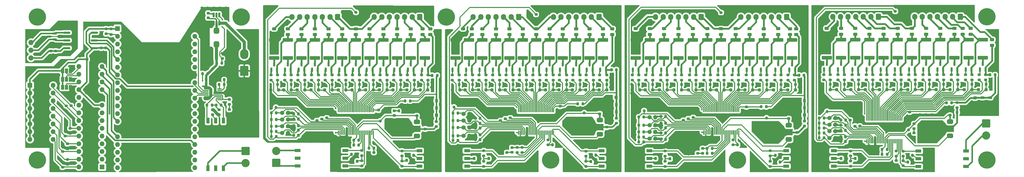
<source format=gtl>
%TF.GenerationSoftware,KiCad,Pcbnew,8.0.4*%
%TF.CreationDate,2024-08-06T18:21:13+08:00*%
%TF.ProjectId,LTC6811_ESP32_V3,4c544336-3831-4315-9f45-535033325f56,rev?*%
%TF.SameCoordinates,Original*%
%TF.FileFunction,Copper,L1,Top*%
%TF.FilePolarity,Positive*%
%FSLAX46Y46*%
G04 Gerber Fmt 4.6, Leading zero omitted, Abs format (unit mm)*
G04 Created by KiCad (PCBNEW 8.0.4) date 2024-08-06 18:21:13*
%MOMM*%
%LPD*%
G01*
G04 APERTURE LIST*
G04 Aperture macros list*
%AMRoundRect*
0 Rectangle with rounded corners*
0 $1 Rounding radius*
0 $2 $3 $4 $5 $6 $7 $8 $9 X,Y pos of 4 corners*
0 Add a 4 corners polygon primitive as box body*
4,1,4,$2,$3,$4,$5,$6,$7,$8,$9,$2,$3,0*
0 Add four circle primitives for the rounded corners*
1,1,$1+$1,$2,$3*
1,1,$1+$1,$4,$5*
1,1,$1+$1,$6,$7*
1,1,$1+$1,$8,$9*
0 Add four rect primitives between the rounded corners*
20,1,$1+$1,$2,$3,$4,$5,0*
20,1,$1+$1,$4,$5,$6,$7,0*
20,1,$1+$1,$6,$7,$8,$9,0*
20,1,$1+$1,$8,$9,$2,$3,0*%
G04 Aperture macros list end*
%TA.AperFunction,ComponentPad*%
%ADD10R,1.600000X1.600000*%
%TD*%
%TA.AperFunction,ComponentPad*%
%ADD11O,1.600000X1.600000*%
%TD*%
%TA.AperFunction,SMDPad,CuDef*%
%ADD12RoundRect,0.225000X0.225000X0.375000X-0.225000X0.375000X-0.225000X-0.375000X0.225000X-0.375000X0*%
%TD*%
%TA.AperFunction,SMDPad,CuDef*%
%ADD13RoundRect,0.218750X0.256250X-0.218750X0.256250X0.218750X-0.256250X0.218750X-0.256250X-0.218750X0*%
%TD*%
%TA.AperFunction,SMDPad,CuDef*%
%ADD14RoundRect,0.200000X0.275000X-0.200000X0.275000X0.200000X-0.275000X0.200000X-0.275000X-0.200000X0*%
%TD*%
%TA.AperFunction,SMDPad,CuDef*%
%ADD15C,1.000000*%
%TD*%
%TA.AperFunction,SMDPad,CuDef*%
%ADD16RoundRect,0.150000X0.150000X-0.587500X0.150000X0.587500X-0.150000X0.587500X-0.150000X-0.587500X0*%
%TD*%
%TA.AperFunction,SMDPad,CuDef*%
%ADD17RoundRect,0.250000X0.250000X0.250000X-0.250000X0.250000X-0.250000X-0.250000X0.250000X-0.250000X0*%
%TD*%
%TA.AperFunction,SMDPad,CuDef*%
%ADD18RoundRect,0.243750X-0.456250X0.243750X-0.456250X-0.243750X0.456250X-0.243750X0.456250X0.243750X0*%
%TD*%
%TA.AperFunction,SMDPad,CuDef*%
%ADD19RoundRect,0.200000X-0.275000X0.200000X-0.275000X-0.200000X0.275000X-0.200000X0.275000X0.200000X0*%
%TD*%
%TA.AperFunction,SMDPad,CuDef*%
%ADD20RoundRect,0.200000X0.200000X0.275000X-0.200000X0.275000X-0.200000X-0.275000X0.200000X-0.275000X0*%
%TD*%
%TA.AperFunction,ComponentPad*%
%ADD21RoundRect,0.250001X-1.099999X1.099999X-1.099999X-1.099999X1.099999X-1.099999X1.099999X1.099999X0*%
%TD*%
%TA.AperFunction,ComponentPad*%
%ADD22C,2.700000*%
%TD*%
%TA.AperFunction,SMDPad,CuDef*%
%ADD23RoundRect,0.225000X-0.225000X-0.250000X0.225000X-0.250000X0.225000X0.250000X-0.225000X0.250000X0*%
%TD*%
%TA.AperFunction,SMDPad,CuDef*%
%ADD24RoundRect,0.225000X0.225000X0.250000X-0.225000X0.250000X-0.225000X-0.250000X0.225000X-0.250000X0*%
%TD*%
%TA.AperFunction,ComponentPad*%
%ADD25C,1.400000*%
%TD*%
%TA.AperFunction,ComponentPad*%
%ADD26O,1.400000X1.400000*%
%TD*%
%TA.AperFunction,SMDPad,CuDef*%
%ADD27RoundRect,0.250000X-1.425000X0.362500X-1.425000X-0.362500X1.425000X-0.362500X1.425000X0.362500X0*%
%TD*%
%TA.AperFunction,SMDPad,CuDef*%
%ADD28R,1.000000X1.500000*%
%TD*%
%TA.AperFunction,ComponentPad*%
%ADD29O,1.700000X1.950000*%
%TD*%
%TA.AperFunction,ComponentPad*%
%ADD30RoundRect,0.250000X0.600000X0.725000X-0.600000X0.725000X-0.600000X-0.725000X0.600000X-0.725000X0*%
%TD*%
%TA.AperFunction,SMDPad,CuDef*%
%ADD31RoundRect,0.200000X-0.200000X-0.275000X0.200000X-0.275000X0.200000X0.275000X-0.200000X0.275000X0*%
%TD*%
%TA.AperFunction,ComponentPad*%
%ADD32C,5.700000*%
%TD*%
%TA.AperFunction,SMDPad,CuDef*%
%ADD33RoundRect,0.225000X-0.250000X0.225000X-0.250000X-0.225000X0.250000X-0.225000X0.250000X0.225000X0*%
%TD*%
%TA.AperFunction,SMDPad,CuDef*%
%ADD34RoundRect,0.225000X0.250000X-0.225000X0.250000X0.225000X-0.250000X0.225000X-0.250000X-0.225000X0*%
%TD*%
%TA.AperFunction,SMDPad,CuDef*%
%ADD35RoundRect,0.150000X0.587500X0.150000X-0.587500X0.150000X-0.587500X-0.150000X0.587500X-0.150000X0*%
%TD*%
%TA.AperFunction,SMDPad,CuDef*%
%ADD36RoundRect,0.075000X-0.075000X0.662500X-0.075000X-0.662500X0.075000X-0.662500X0.075000X0.662500X0*%
%TD*%
%TA.AperFunction,SMDPad,CuDef*%
%ADD37RoundRect,0.225000X-0.375000X0.225000X-0.375000X-0.225000X0.375000X-0.225000X0.375000X0.225000X0*%
%TD*%
%TA.AperFunction,ComponentPad*%
%ADD38RoundRect,0.250001X1.099999X-1.099999X1.099999X1.099999X-1.099999X1.099999X-1.099999X-1.099999X0*%
%TD*%
%TA.AperFunction,SMDPad,CuDef*%
%ADD39R,1.950000X1.020000*%
%TD*%
%TA.AperFunction,SMDPad,CuDef*%
%ADD40RoundRect,0.250000X0.300000X0.300000X-0.300000X0.300000X-0.300000X-0.300000X0.300000X-0.300000X0*%
%TD*%
%TA.AperFunction,SMDPad,CuDef*%
%ADD41RoundRect,0.450000X-0.450000X0.550000X-0.450000X-0.550000X0.450000X-0.550000X0.450000X0.550000X0*%
%TD*%
%TA.AperFunction,SMDPad,CuDef*%
%ADD42RoundRect,0.162500X0.162500X-0.617500X0.162500X0.617500X-0.162500X0.617500X-0.162500X-0.617500X0*%
%TD*%
%TA.AperFunction,SMDPad,CuDef*%
%ADD43RoundRect,0.250000X-0.300000X0.300000X-0.300000X-0.300000X0.300000X-0.300000X0.300000X0.300000X0*%
%TD*%
%TA.AperFunction,SMDPad,CuDef*%
%ADD44RoundRect,0.250000X0.250000X0.475000X-0.250000X0.475000X-0.250000X-0.475000X0.250000X-0.475000X0*%
%TD*%
%TA.AperFunction,SMDPad,CuDef*%
%ADD45RoundRect,0.162500X1.012500X0.162500X-1.012500X0.162500X-1.012500X-0.162500X1.012500X-0.162500X0*%
%TD*%
%TA.AperFunction,ComponentPad*%
%ADD46RoundRect,0.250001X1.099999X1.399999X-1.099999X1.399999X-1.099999X-1.399999X1.099999X-1.399999X0*%
%TD*%
%TA.AperFunction,ComponentPad*%
%ADD47O,2.700000X3.300000*%
%TD*%
%TA.AperFunction,SMDPad,CuDef*%
%ADD48RoundRect,0.218750X-0.256250X0.218750X-0.256250X-0.218750X0.256250X-0.218750X0.256250X0.218750X0*%
%TD*%
%TA.AperFunction,SMDPad,CuDef*%
%ADD49RoundRect,0.375000X0.625000X0.375000X-0.625000X0.375000X-0.625000X-0.375000X0.625000X-0.375000X0*%
%TD*%
%TA.AperFunction,SMDPad,CuDef*%
%ADD50RoundRect,0.500000X0.500000X1.400000X-0.500000X1.400000X-0.500000X-1.400000X0.500000X-1.400000X0*%
%TD*%
%TA.AperFunction,SMDPad,CuDef*%
%ADD51RoundRect,0.075000X-0.650000X-0.075000X0.650000X-0.075000X0.650000X0.075000X-0.650000X0.075000X0*%
%TD*%
%TA.AperFunction,SMDPad,CuDef*%
%ADD52R,1.020000X1.950000*%
%TD*%
%TA.AperFunction,ComponentPad*%
%ADD53R,1.700000X1.700000*%
%TD*%
%TA.AperFunction,ComponentPad*%
%ADD54O,1.700000X1.700000*%
%TD*%
%TA.AperFunction,ViaPad*%
%ADD55C,0.800000*%
%TD*%
%TA.AperFunction,ViaPad*%
%ADD56C,0.500000*%
%TD*%
%TA.AperFunction,ViaPad*%
%ADD57C,0.600000*%
%TD*%
%TA.AperFunction,Conductor*%
%ADD58C,0.600000*%
%TD*%
%TA.AperFunction,Conductor*%
%ADD59C,0.300000*%
%TD*%
%TA.AperFunction,Conductor*%
%ADD60C,0.500000*%
%TD*%
%TA.AperFunction,Conductor*%
%ADD61C,0.800000*%
%TD*%
%TA.AperFunction,Conductor*%
%ADD62C,1.000000*%
%TD*%
%TA.AperFunction,Conductor*%
%ADD63C,0.400000*%
%TD*%
%ADD64C,0.350000*%
%ADD65C,0.300000*%
G04 APERTURE END LIST*
D10*
%TO.P,U8,1,3V3*%
%TO.N,+3V3*%
X30365000Y47178072D03*
D11*
%TO.P,U8,2,EN*%
%TO.N,/MCU/NRST*%
X30365000Y44638072D03*
%TO.P,U8,3,SENSOR_VP*%
%TO.N,unconnected-(U8-SENSOR_VP-Pad3)*%
X30365000Y42098072D03*
%TO.P,U8,4,SENSOR_VN*%
%TO.N,unconnected-(U8-SENSOR_VN-Pad4)*%
X30365000Y39558072D03*
%TO.P,U8,5,IO34*%
%TO.N,/CAN/RXD*%
X30365000Y37018072D03*
%TO.P,U8,6,IO35*%
%TO.N,unconnected-(U8-IO35-Pad6)*%
X30365000Y34478072D03*
%TO.P,U8,7,IO32*%
%TO.N,/CAN/TXD*%
X30365000Y31938072D03*
%TO.P,U8,8,IO33*%
%TO.N,unconnected-(U8-IO33-Pad8)*%
X30365000Y29398072D03*
%TO.P,U8,9,IO25*%
%TO.N,unconnected-(U8-IO25-Pad9)*%
X30365000Y26858072D03*
%TO.P,U8,10,IO26*%
%TO.N,unconnected-(U8-IO26-Pad10)*%
X30365000Y24318072D03*
%TO.P,U8,11,IO27*%
%TO.N,unconnected-(U8-IO27-Pad11)*%
X30365000Y21778072D03*
%TO.P,U8,12,IO14*%
%TO.N,/MCU/HSPI_SCK*%
X30365000Y19238072D03*
%TO.P,U8,13,IO12*%
%TO.N,/MCU/HSPI_MISO*%
X30365000Y16698072D03*
%TO.P,U8,14,GND*%
%TO.N,GND*%
X30365000Y14158072D03*
%TO.P,U8,15,IO13*%
%TO.N,/MCU/HSPI_MOSI*%
X30365000Y11618072D03*
%TO.P,U8,16,SD2*%
%TO.N,unconnected-(U8-SD2-Pad16)*%
X30365000Y9078072D03*
%TO.P,U8,17,SD3*%
%TO.N,unconnected-(U8-SD3-Pad17)*%
X30365000Y6538072D03*
%TO.P,U8,18,CMD*%
%TO.N,unconnected-(U8-CMD-Pad18)*%
X30365000Y3998072D03*
%TO.P,U8,19,5V*%
%TO.N,/MCU/5V*%
X30365000Y1458072D03*
%TO.P,U8,20,CLK*%
%TO.N,unconnected-(U8-CLK-Pad20)*%
X55765000Y1458072D03*
%TO.P,U8,21,SD0*%
%TO.N,unconnected-(U8-SD0-Pad21)*%
X55765000Y3998072D03*
%TO.P,U8,22,SD1*%
%TO.N,unconnected-(U8-SD1-Pad22)*%
X55765000Y6538072D03*
%TO.P,U8,23,IO15*%
%TO.N,/MCU/HSPI_CS*%
X55765000Y9078072D03*
%TO.P,U8,24,IO2*%
%TO.N,unconnected-(U8-IO2-Pad24)*%
X55765000Y11618072D03*
%TO.P,U8,25,IO0*%
%TO.N,unconnected-(U8-IO0-Pad25)*%
X55765000Y14158072D03*
%TO.P,U8,26,IO4*%
%TO.N,unconnected-(U8-IO4-Pad26)*%
X55765000Y16698072D03*
%TO.P,U8,27,IO16*%
%TO.N,unconnected-(U8-IO16-Pad27)*%
X55765000Y19238072D03*
%TO.P,U8,28,IO17*%
%TO.N,unconnected-(U8-IO17-Pad28)*%
X55765000Y21778072D03*
%TO.P,U8,29,IO5*%
%TO.N,/MCU/VSPI_CS*%
X55765000Y24318072D03*
%TO.P,U8,30,IO18*%
%TO.N,/MCU/VSPI_SCK*%
X55765000Y26858072D03*
%TO.P,U8,31,IO19*%
%TO.N,/MCU/VSPI_MISO*%
X55765000Y29398072D03*
%TO.P,U8,32,GND*%
%TO.N,GND*%
X55765000Y31938072D03*
%TO.P,U8,33,IO21*%
%TO.N,unconnected-(U8-IO21-Pad33)*%
X55765000Y34478072D03*
%TO.P,U8,34,RXD0*%
%TO.N,unconnected-(U8-RXD0-Pad34)*%
X55765000Y37018072D03*
%TO.P,U8,35,TXD0*%
%TO.N,unconnected-(U8-TXD0-Pad35)*%
X55765000Y39558072D03*
%TO.P,U8,36,IO22*%
%TO.N,unconnected-(U8-IO22-Pad36)*%
X55765000Y42098072D03*
%TO.P,U8,37,IO23*%
%TO.N,/MCU/VSPI_MOSI*%
X55765000Y44638072D03*
%TO.P,U8,38,GND*%
%TO.N,GND*%
X55765000Y47178072D03*
%TD*%
D12*
%TO.P,D39,1,K*%
%TO.N,/Slaves/LTC6811_3/BAT+*%
X256100000Y21158072D03*
%TO.P,D39,2,A*%
%TO.N,GND_PACK*%
X252800000Y21158072D03*
%TD*%
D13*
%TO.P,D25,1,K*%
%TO.N,Net-(D25-K)*%
X160000000Y6470572D03*
%TO.P,D25,2,A*%
%TO.N,/Slaves/LTC6811_2/Vreg*%
X160000000Y8045572D03*
%TD*%
D14*
%TO.P,R189,1*%
%TO.N,/Slaves/LTC6811_3/cell2/S*%
X203950000Y30245572D03*
%TO.P,R189,2*%
%TO.N,Net-(Q38-G)*%
X203950000Y31895572D03*
%TD*%
D15*
%TO.P,TP7,1,1*%
%TO.N,/Slaves/LTC6811_3/Vreg*%
X243600000Y17758072D03*
%TD*%
D16*
%TO.P,Q36,1,G*%
%TO.N,Net-(Q36-G)*%
X213700000Y33633072D03*
%TO.P,Q36,2,S*%
%TO.N,/Slaves/LTC6811_3/cell4/C+*%
X215600000Y33633072D03*
%TO.P,Q36,3,D*%
%TO.N,Net-(Q36-D)*%
X214650000Y35508072D03*
%TD*%
D14*
%TO.P,R138,1*%
%TO.N,/Slaves/LTC6811_2/cell2/S*%
X144750000Y30233072D03*
%TO.P,R138,2*%
%TO.N,Net-(Q25-G)*%
X144750000Y31883072D03*
%TD*%
D17*
%TO.P,D43,1,K*%
%TO.N,/Slaves/LTC6811_3/cell11/C*%
X248400000Y26958072D03*
%TO.P,D43,2,A*%
%TO.N,/Slaves/LTC6811_3/cell10/C*%
X245900000Y26958072D03*
%TD*%
D16*
%TO.P,Q50,1,G*%
%TO.N,Net-(Q50-G)*%
X271800000Y33720572D03*
%TO.P,Q50,2,S*%
%TO.N,/Slaves/LTC6811_4/cell3/C+*%
X273700000Y33720572D03*
%TO.P,Q50,3,D*%
%TO.N,Net-(Q50-D)*%
X272750000Y35595572D03*
%TD*%
D18*
%TO.P,F51,1*%
%TO.N,/Slaves/LTC6811_4/C1*%
X268100000Y47195572D03*
%TO.P,F51,2*%
%TO.N,/Slaves/LTC6811_4/cell1/C+*%
X268100000Y45320572D03*
%TD*%
D19*
%TO.P,R91,1*%
%TO.N,/Slaves/LTC6811_2/BAT+*%
X194250000Y17683072D03*
%TO.P,R91,2*%
%TO.N,Net-(C67-Pad1)*%
X194250000Y16033072D03*
%TD*%
D20*
%TO.P,R4,1*%
%TO.N,/Slaves/LTC6811_1/T2*%
X82525000Y13358072D03*
%TO.P,R4,2*%
%TO.N,/Slaves/LTC6811_1/Vref2*%
X80875000Y13358072D03*
%TD*%
D21*
%TO.P,J9,1,Pin_1*%
%TO.N,/Slaves/PB*%
X315750000Y15957500D03*
D22*
%TO.P,J9,2,Pin_2*%
%TO.N,/Slaves/MB*%
X315750000Y11997500D03*
%TD*%
D23*
%TO.P,C72,1*%
%TO.N,Net-(C72-Pad1)*%
X272725000Y4458072D03*
%TO.P,C72,2*%
%TO.N,GND_PACK*%
X274275000Y4458072D03*
%TD*%
D16*
%TO.P,Q39,1,G*%
%TO.N,Net-(Q39-G)*%
X199650000Y33620572D03*
%TO.P,Q39,2,S*%
%TO.N,/Slaves/LTC6811_3/cell1/C+*%
X201550000Y33620572D03*
%TO.P,Q39,3,D*%
%TO.N,Net-(Q39-D)*%
X200600000Y35495572D03*
%TD*%
D24*
%TO.P,C9,1*%
%TO.N,/Slaves/LTC6811_2/T4*%
X149480000Y15958072D03*
%TO.P,C9,2*%
%TO.N,GND_PACK*%
X147930000Y15958072D03*
%TD*%
D14*
%TO.P,R225,1*%
%TO.N,/Slaves/LTC6811_4/cell7/S*%
X290400000Y30333072D03*
%TO.P,R225,2*%
%TO.N,Net-(Q46-G)*%
X290400000Y31983072D03*
%TD*%
D23*
%TO.P,C132,1*%
%TO.N,/Slaves/LTC6811_4/cell10/CM*%
X301800000Y28858072D03*
%TO.P,C132,2*%
%TO.N,GND_PACK*%
X303350000Y28858072D03*
%TD*%
D18*
%TO.P,F10,1*%
%TO.N,/Slaves/LTC6811_1/C3*%
X95200000Y47095572D03*
%TO.P,F10,2*%
%TO.N,/Slaves/LTC6811_1/cell3/C+*%
X95200000Y45220572D03*
%TD*%
D25*
%TO.P,TH19,1*%
%TO.N,/Slaves/LTC6811_4/T4*%
X264295000Y15558072D03*
D26*
%TO.P,TH19,2*%
%TO.N,GND_PACK*%
X266195000Y15558072D03*
%TD*%
D27*
%TO.P,R211,1*%
%TO.N,/Slaves/LTC6811_4/cell10/C+*%
X310000000Y43520572D03*
%TO.P,R211,2*%
%TO.N,Net-(Q42-D)*%
X310000000Y37595572D03*
%TD*%
D28*
%TO.P,JP3,1,A*%
%TO.N,+3V3*%
X12300000Y33258072D03*
%TO.P,JP3,2,C*%
%TO.N,Net-(JP3-C)*%
X13600000Y33258072D03*
%TO.P,JP3,3,B*%
%TO.N,GND*%
X14900000Y33258072D03*
%TD*%
D23*
%TO.P,C84,1*%
%TO.N,/Slaves/LTC6811_2/cell5/C*%
X160300000Y28758072D03*
%TO.P,C84,2*%
%TO.N,GND_PACK*%
X161850000Y28758072D03*
%TD*%
D29*
%TO.P,J15,0,Pin_1*%
%TO.N,/Slaves/LTC6811_3/C1_G*%
X207150000Y50958072D03*
%TO.P,J15,1,Pin_2*%
%TO.N,/Slaves/LTC6811_3/C1*%
X209650000Y50958072D03*
%TO.P,J15,2,Pin_3*%
%TO.N,/Slaves/LTC6811_3/C2*%
X212150000Y50958072D03*
%TO.P,J15,3,Pin_4*%
%TO.N,/Slaves/LTC6811_3/C3*%
X214650000Y50958072D03*
%TO.P,J15,4,Pin_5*%
%TO.N,/Slaves/LTC6811_3/C4*%
X217150000Y50958072D03*
%TO.P,J15,5,Pin_6*%
%TO.N,/Slaves/LTC6811_3/C5*%
X219650000Y50958072D03*
D30*
%TO.P,J15,6,Pin_7*%
%TO.N,/Slaves/LTC6811_3/C6*%
X222150000Y50958072D03*
%TD*%
D29*
%TO.P,J14,0,Pin_1*%
%TO.N,/Slaves/LTC6811_3/C6*%
X235200000Y50958072D03*
%TO.P,J14,1,Pin_2*%
%TO.N,/Slaves/LTC6811_3/C7*%
X237700000Y50958072D03*
%TO.P,J14,2,Pin_3*%
%TO.N,/Slaves/LTC6811_3/C8*%
X240200000Y50958072D03*
%TO.P,J14,3,Pin_4*%
%TO.N,/Slaves/LTC6811_3/C9*%
X242700000Y50958072D03*
%TO.P,J14,4,Pin_5*%
%TO.N,/Slaves/LTC6811_3/C10*%
X245200000Y50958072D03*
%TO.P,J14,5,Pin_6*%
%TO.N,/Slaves/LTC6811_3/C11*%
X247700000Y50958072D03*
D30*
%TO.P,J14,6,Pin_7*%
%TO.N,/Slaves/LTC6811_3/C12*%
X250200000Y50958072D03*
%TD*%
D16*
%TO.P,Q46,1,G*%
%TO.N,Net-(Q46-G)*%
X290450000Y33720572D03*
%TO.P,Q46,2,S*%
%TO.N,/Slaves/LTC6811_4/cell7/C+*%
X292350000Y33720572D03*
%TO.P,Q46,3,D*%
%TO.N,Net-(Q46-D)*%
X291400000Y35595572D03*
%TD*%
D19*
%TO.P,R2,1*%
%TO.N,/Slaves/LTC6811_1/IMB*%
X123800000Y6958072D03*
%TO.P,R2,2*%
%TO.N,Net-(C24-Pad1)*%
X123800000Y5308072D03*
%TD*%
D14*
%TO.P,R170,1*%
%TO.N,/Slaves/LTC6811_3/cell8/C*%
X234400000Y30245572D03*
%TO.P,R170,2*%
%TO.N,/Slaves/LTC6811_3/cell8/C+*%
X234400000Y31895572D03*
%TD*%
D31*
%TO.P,R18,1*%
%TO.N,/Slaves/LTC6811_4/Vref2*%
X260875000Y11258072D03*
%TO.P,R18,2*%
%TO.N,/Slaves/LTC6811_4/T1*%
X262525000Y11258072D03*
%TD*%
D17*
%TO.P,D14,1,K*%
%TO.N,/Slaves/LTC6811_1/cell8/C*%
X114400000Y26958072D03*
%TO.P,D14,2,A*%
%TO.N,/Slaves/LTC6811_1/cell7/C*%
X111900000Y26958072D03*
%TD*%
D18*
%TO.P,F5,1*%
%TO.N,/Slaves/LTC6811_1/C8*%
X117700000Y47095572D03*
%TO.P,F5,2*%
%TO.N,/Slaves/LTC6811_1/cell8/C+*%
X117700000Y45220572D03*
%TD*%
D14*
%TO.P,R210,1*%
%TO.N,/Slaves/LTC6811_4/cell12/S*%
X313500000Y30333072D03*
%TO.P,R210,2*%
%TO.N,Net-(Q41-G)*%
X313500000Y31983072D03*
%TD*%
D16*
%TO.P,Q51,1,G*%
%TO.N,Net-(Q51-G)*%
X267125000Y33720572D03*
%TO.P,Q51,2,S*%
%TO.N,/Slaves/LTC6811_4/cell2/C+*%
X269025000Y33720572D03*
%TO.P,Q51,3,D*%
%TO.N,Net-(Q51-D)*%
X268075000Y35595572D03*
%TD*%
D17*
%TO.P,D68,1,K*%
%TO.N,/Slaves/LTC6811_4/cell2/C*%
X269175000Y27058072D03*
%TO.P,D68,2,A*%
%TO.N,/Slaves/LTC6811_4/cell1/C*%
X266675000Y27058072D03*
%TD*%
D32*
%TO.P,J1,1,Pin_1*%
%TO.N,unconnected-(J1-Pin_1-Pad1)*%
X316000000Y51000000D03*
%TD*%
D16*
%TO.P,Q29,1,G*%
%TO.N,Net-(Q29-G)*%
X246500000Y33633072D03*
%TO.P,Q29,2,S*%
%TO.N,/Slaves/LTC6811_3/cell11/C+*%
X248400000Y33633072D03*
%TO.P,Q29,3,D*%
%TO.N,Net-(Q29-D)*%
X247450000Y35508072D03*
%TD*%
D33*
%TO.P,C34,1*%
%TO.N,+3V3*%
X25000000Y40758072D03*
%TO.P,C34,2*%
%TO.N,GND*%
X25000000Y39208072D03*
%TD*%
D18*
%TO.P,F19,1*%
%TO.N,/Slaves/LTC6811_2/C7*%
X172300000Y47095572D03*
%TO.P,F19,2*%
%TO.N,/Slaves/LTC6811_2/cell7/C+*%
X172300000Y45220572D03*
%TD*%
D23*
%TO.P,C62,1*%
%TO.N,/Slaves/LTC6811_1/cell1/C*%
X82925000Y28758072D03*
%TO.P,C62,2*%
%TO.N,GND_PACK*%
X84475000Y28758072D03*
%TD*%
D34*
%TO.P,C35,1*%
%TO.N,/CAN/5V_CAN*%
X8400000Y39783072D03*
%TO.P,C35,2*%
%TO.N,/CAN/CAN_GND*%
X8400000Y41333072D03*
%TD*%
D31*
%TO.P,R48,1*%
%TO.N,Net-(D9-K)*%
X122775000Y20158072D03*
%TO.P,R48,2*%
%TO.N,GND_PACK*%
X124425000Y20158072D03*
%TD*%
D14*
%TO.P,R26,1*%
%TO.N,/Slaves/LTC6811_4/IMB*%
X288500000Y2075000D03*
%TO.P,R26,2*%
%TO.N,Net-(C46-Pad2)*%
X288500000Y3725000D03*
%TD*%
D27*
%TO.P,R121,1*%
%TO.N,/Slaves/LTC6811_2/cell6/C+*%
X167900000Y43420572D03*
%TO.P,R121,2*%
%TO.N,Net-(Q20-D)*%
X167900000Y37495572D03*
%TD*%
D24*
%TO.P,C18,1*%
%TO.N,/Slaves/LTC6811_4/T3*%
X269570000Y13658072D03*
%TO.P,C18,2*%
%TO.N,GND_PACK*%
X268020000Y13658072D03*
%TD*%
D19*
%TO.P,R52,1*%
%TO.N,Net-(C72-Pad1)*%
X271200000Y3583072D03*
%TO.P,R52,2*%
%TO.N,/Slaves/LTC6811_4/IPA*%
X271200000Y1933072D03*
%TD*%
D27*
%TO.P,R88,1*%
%TO.N,GND_PACK*%
X81825000Y43420572D03*
%TO.P,R88,2*%
%TO.N,Net-(Q13-D)*%
X81825000Y37495572D03*
%TD*%
D24*
%TO.P,C5,1*%
%TO.N,/Slaves/LTC6811_1/T5*%
X89829962Y19145572D03*
%TO.P,C5,2*%
%TO.N,GND_PACK*%
X88279962Y19145572D03*
%TD*%
D15*
%TO.P,TP3,1,1*%
%TO.N,/Slaves/LTC6811_1/Vreg*%
X116700000Y16758072D03*
%TD*%
D18*
%TO.P,F31,1*%
%TO.N,/Slaves/LTC6811_3/C8*%
X238050000Y47108072D03*
%TO.P,F31,2*%
%TO.N,/Slaves/LTC6811_3/cell8/C+*%
X238050000Y45233072D03*
%TD*%
D23*
%TO.P,C107,1*%
%TO.N,/Slaves/LTC6811_3/cell8/C*%
X234400000Y28758072D03*
%TO.P,C107,2*%
%TO.N,GND_PACK*%
X235950000Y28758072D03*
%TD*%
D25*
%TO.P,TH8,1*%
%TO.N,/Slaves/LTC6811_2/T3*%
X144095000Y14658072D03*
D26*
%TO.P,TH8,2*%
%TO.N,GND_PACK*%
X145995000Y14658072D03*
%TD*%
D14*
%TO.P,R233,1*%
%TO.N,/Slaves/LTC6811_4/cell4/C*%
X278525000Y30333072D03*
%TO.P,R233,2*%
%TO.N,/Slaves/LTC6811_4/cell4/C+*%
X278525000Y31983072D03*
%TD*%
D35*
%TO.P,D5,1,K*%
%TO.N,/CAN/CANL*%
X9737500Y43608072D03*
%TO.P,D5,2,K*%
%TO.N,/CAN/CANH*%
X9737500Y45508072D03*
%TO.P,D5,3,A*%
%TO.N,/CAN/CAN_GND*%
X7862500Y44558072D03*
%TD*%
D20*
%TO.P,R19,1*%
%TO.N,/Slaves/LTC6811_4/T2*%
X262525000Y12858072D03*
%TO.P,R19,2*%
%TO.N,/Slaves/LTC6811_4/Vref2*%
X260875000Y12858072D03*
%TD*%
D19*
%TO.P,R49,1*%
%TO.N,/Slaves/LTC6811_2/IMA*%
X150700000Y7008072D03*
%TO.P,R49,2*%
%TO.N,Net-(C70-Pad1)*%
X150700000Y5358072D03*
%TD*%
D14*
%TO.P,R123,1*%
%TO.N,/Slaves/LTC6811_2/cell7/S*%
X166800000Y30233072D03*
%TO.P,R123,2*%
%TO.N,Net-(Q20-G)*%
X166800000Y31883072D03*
%TD*%
D27*
%TO.P,R112,1*%
%TO.N,/Slaves/LTC6811_2/cell10/C-*%
X181100000Y43420572D03*
%TO.P,R112,2*%
%TO.N,Net-(Q17-D)*%
X181100000Y37495572D03*
%TD*%
D15*
%TO.P,TP4,1,1*%
%TO.N,/Slaves/LTC6811_1/Vref2*%
X82400000Y21258072D03*
%TD*%
D24*
%TO.P,C68,1*%
%TO.N,GND*%
X21875000Y37058072D03*
%TO.P,C68,2*%
%TO.N,+3V3*%
X20325000Y37058072D03*
%TD*%
D27*
%TO.P,R172,1*%
%TO.N,/Slaves/LTC6811_3/cell6/C+*%
X228650000Y43433072D03*
%TO.P,R172,2*%
%TO.N,Net-(Q33-D)*%
X228650000Y37508072D03*
%TD*%
D33*
%TO.P,C37,1*%
%TO.N,Net-(U11-V+)*%
X116100000Y20358072D03*
%TO.P,C37,2*%
%TO.N,GND_PACK*%
X116100000Y18808072D03*
%TD*%
D17*
%TO.P,D37,1,K*%
%TO.N,/Slaves/LTC6811_2/cell1/C*%
X142900000Y26958072D03*
%TO.P,D37,2,A*%
%TO.N,GND_PACK*%
X140400000Y26958072D03*
%TD*%
D14*
%TO.P,R90,1*%
%TO.N,/Slaves/LTC6811_1/cell1/S*%
X80775000Y30233072D03*
%TO.P,R90,2*%
%TO.N,Net-(Q13-G)*%
X80775000Y31883072D03*
%TD*%
D20*
%TO.P,R30,1*%
%TO.N,Net-(U6-FB)*%
X64625000Y35758072D03*
%TO.P,R30,2*%
%TO.N,+3V3*%
X62975000Y35758072D03*
%TD*%
D24*
%TO.P,C17,1*%
%TO.N,/Slaves/LTC6811_4/T2*%
X269570000Y11558072D03*
%TO.P,C17,2*%
%TO.N,GND_PACK*%
X268020000Y11558072D03*
%TD*%
D17*
%TO.P,D50,1,K*%
%TO.N,/Slaves/LTC6811_3/cell4/C*%
X215650000Y26970572D03*
%TO.P,D50,2,A*%
%TO.N,/Slaves/LTC6811_3/cell3/C*%
X213150000Y26970572D03*
%TD*%
D14*
%TO.P,R234,1*%
%TO.N,/Slaves/LTC6811_4/cell4/S*%
X276425000Y30333072D03*
%TO.P,R234,2*%
%TO.N,Net-(Q49-G)*%
X276425000Y31983072D03*
%TD*%
D17*
%TO.P,D11,1,K*%
%TO.N,/Slaves/LTC6811_1/cell11/C*%
X127900000Y26958072D03*
%TO.P,D11,2,A*%
%TO.N,/Slaves/LTC6811_1/cell10/C*%
X125400000Y26958072D03*
%TD*%
D33*
%TO.P,C89,1*%
%TO.N,Net-(U13-V+)*%
X237000000Y21433072D03*
%TO.P,C89,2*%
%TO.N,GND_PACK*%
X237000000Y19883072D03*
%TD*%
D16*
%TO.P,Q42,1,G*%
%TO.N,Net-(Q42-G)*%
X309050000Y33720572D03*
%TO.P,Q42,2,S*%
%TO.N,/Slaves/LTC6811_4/cell11/C+*%
X310950000Y33720572D03*
%TO.P,Q42,3,D*%
%TO.N,Net-(Q42-D)*%
X310000000Y35595572D03*
%TD*%
D23*
%TO.P,C105,1*%
%TO.N,/Slaves/LTC6811_3/cell10/C*%
X243725000Y28758072D03*
%TO.P,C105,2*%
%TO.N,GND_PACK*%
X245275000Y28758072D03*
%TD*%
D36*
%TO.P,U13,1,V+*%
%TO.N,Net-(U13-V+)*%
X234500000Y20483072D03*
%TO.P,U13,2,C12*%
%TO.N,/Slaves/LTC6811_3/cell12/C*%
X234000000Y20483072D03*
%TO.P,U13,3,S12*%
%TO.N,/Slaves/LTC6811_3/cell12/S*%
X233500000Y20483072D03*
%TO.P,U13,4,C11*%
%TO.N,/Slaves/LTC6811_3/cell11/C*%
X233000000Y20483072D03*
%TO.P,U13,5,S11*%
%TO.N,/Slaves/LTC6811_3/cell11/S*%
X232500000Y20483072D03*
%TO.P,U13,6,C10*%
%TO.N,/Slaves/LTC6811_3/cell10/C*%
X232000000Y20483072D03*
%TO.P,U13,7,S10*%
%TO.N,/Slaves/LTC6811_3/cell10/S*%
X231500000Y20483072D03*
%TO.P,U13,8,C9*%
%TO.N,/Slaves/LTC6811_3/cell10/CM*%
X231000000Y20483072D03*
%TO.P,U13,9,S9*%
%TO.N,/Slaves/LTC6811_3/cell9/S*%
X230500000Y20483072D03*
%TO.P,U13,10,C8*%
%TO.N,/Slaves/LTC6811_3/cell8/C*%
X230000000Y20483072D03*
%TO.P,U13,11,S8*%
%TO.N,/Slaves/LTC6811_3/cell8/S*%
X229500000Y20483072D03*
%TO.P,U13,12,C7*%
%TO.N,/Slaves/LTC6811_3/cell7/C*%
X229000000Y20483072D03*
%TO.P,U13,13,S7*%
%TO.N,/Slaves/LTC6811_3/cell7/S*%
X228500000Y20483072D03*
%TO.P,U13,14,C6*%
%TO.N,/Slaves/LTC6811_3/cell6/C*%
X228000000Y20483072D03*
%TO.P,U13,15,S6*%
%TO.N,/Slaves/LTC6811_3/cell6/S*%
X227500000Y20483072D03*
%TO.P,U13,16,C5*%
%TO.N,/Slaves/LTC6811_3/cell5/C*%
X227000000Y20483072D03*
%TO.P,U13,17,S5*%
%TO.N,/Slaves/LTC6811_3/cell5/S*%
X226500000Y20483072D03*
%TO.P,U13,18,C4*%
%TO.N,/Slaves/LTC6811_3/cell4/C*%
X226000000Y20483072D03*
%TO.P,U13,19,S4*%
%TO.N,/Slaves/LTC6811_3/cell4/S*%
X225500000Y20483072D03*
%TO.P,U13,20,C3*%
%TO.N,/Slaves/LTC6811_3/cell3/C*%
X225000000Y20483072D03*
%TO.P,U13,21,S3*%
%TO.N,/Slaves/LTC6811_3/cell3/S*%
X224500000Y20483072D03*
%TO.P,U13,22,C2*%
%TO.N,/Slaves/LTC6811_3/cell2/C*%
X224000000Y20483072D03*
%TO.P,U13,23,S2*%
%TO.N,/Slaves/LTC6811_3/cell2/S*%
X223500000Y20483072D03*
%TO.P,U13,24,C1*%
%TO.N,/Slaves/LTC6811_3/cell1/C*%
X223000000Y20483072D03*
%TO.P,U13,25,S1*%
%TO.N,/Slaves/LTC6811_3/cell1/S*%
X223000000Y13058072D03*
%TO.P,U13,26,C0*%
%TO.N,GND_PACK*%
X223500000Y13058072D03*
%TO.P,U13,27,GPIO1*%
%TO.N,/Slaves/LTC6811_3/T1*%
X224000000Y13058072D03*
%TO.P,U13,28,GPIO2*%
%TO.N,/Slaves/LTC6811_3/T2*%
X224500000Y13058072D03*
%TO.P,U13,29,GPIO3*%
%TO.N,/Slaves/LTC6811_3/T3*%
X225000000Y13058072D03*
%TO.P,U13,30,V-\u002A\u002A*%
%TO.N,GND_PACK*%
X225500000Y13058072D03*
%TO.P,U13,31,V-*%
X226000000Y13058072D03*
%TO.P,U13,32,GPIO4*%
%TO.N,/Slaves/LTC6811_3/T4*%
X226500000Y13058072D03*
%TO.P,U13,33,GPIO5*%
%TO.N,/Slaves/LTC6811_3/T5*%
X227000000Y13058072D03*
%TO.P,U13,34,Vref2*%
%TO.N,/Slaves/LTC6811_3/Vref2*%
X227500000Y13058072D03*
%TO.P,U13,35,Vref1*%
%TO.N,Net-(U13-Vref1)*%
X228000000Y13058072D03*
%TO.P,U13,36,DTEN*%
%TO.N,Net-(U13-DTEN)*%
X228500000Y13058072D03*
%TO.P,U13,37,Vreg*%
%TO.N,/Slaves/LTC6811_3/Vreg*%
X229000000Y13058072D03*
%TO.P,U13,38,DRIVE*%
%TO.N,/Slaves/LTC6811_3/DRIVE*%
X229500000Y13058072D03*
%TO.P,U13,39,WDT*%
%TO.N,Net-(U13-WDT)*%
X230000000Y13058072D03*
%TO.P,U13,40,ISOMD*%
%TO.N,Net-(U13-ISOMD)*%
X230500000Y13058072D03*
%TO.P,U13,41,IMA*%
%TO.N,/Slaves/LTC6811_3/IMA*%
X231000000Y13058072D03*
%TO.P,U13,42,IPA*%
%TO.N,/Slaves/LTC6811_3/IPA*%
X231500000Y13058072D03*
%TO.P,U13,43,SDI*%
%TO.N,unconnected-(U13-SDI-Pad43)*%
X232000000Y13058072D03*
%TO.P,U13,44,SDO*%
%TO.N,unconnected-(U13-SDO-Pad44)*%
X232500000Y13058072D03*
%TO.P,U13,45,IBIAS*%
%TO.N,Net-(U13-IBIAS)*%
X233000000Y13058072D03*
%TO.P,U13,46,ICMP*%
%TO.N,Net-(U13-ICMP)*%
X233500000Y13058072D03*
%TO.P,U13,47,IMB*%
%TO.N,/Slaves/LTC6811_3/IMB*%
X234000000Y13058072D03*
%TO.P,U13,48,IPB*%
%TO.N,/Slaves/LTC6811_3/IPB*%
X234500000Y13058072D03*
%TD*%
D14*
%TO.P,R63,1*%
%TO.N,/Slaves/LTC6811_1/cell10/S*%
X121100000Y30233072D03*
%TO.P,R63,2*%
%TO.N,Net-(Q4-G)*%
X121100000Y31883072D03*
%TD*%
D23*
%TO.P,C61,1*%
%TO.N,/Slaves/LTC6811_1/cell2/C*%
X87425000Y28758072D03*
%TO.P,C61,2*%
%TO.N,GND_PACK*%
X88975000Y28758072D03*
%TD*%
D27*
%TO.P,R133,1*%
%TO.N,/Slaves/LTC6811_2/cell2/C+*%
X150250000Y43420572D03*
%TO.P,R133,2*%
%TO.N,Net-(Q24-D)*%
X150250000Y37495572D03*
%TD*%
D14*
%TO.P,R117,1*%
%TO.N,/Slaves/LTC6811_2/cell9/S*%
X175600000Y30233072D03*
%TO.P,R117,2*%
%TO.N,Net-(Q18-G)*%
X175600000Y31883072D03*
%TD*%
D19*
%TO.P,TH1,1*%
%TO.N,/Slaves/LTC6811_1/T1*%
X108700000Y52483072D03*
%TO.P,TH1,2*%
%TO.N,GND_PACK*%
X108700000Y50833072D03*
%TD*%
D34*
%TO.P,C116,1*%
%TO.N,/Slaves/LTC6811_4/Vref2*%
X271100000Y17083072D03*
%TO.P,C116,2*%
%TO.N,GND_PACK*%
X271100000Y18633072D03*
%TD*%
D32*
%TO.P,J19,1,Pin_1*%
%TO.N,unconnected-(J19-Pin_1-Pad1)*%
X138400000Y50958072D03*
%TD*%
D17*
%TO.P,D69,1,K*%
%TO.N,/Slaves/LTC6811_4/cell1/C*%
X264525000Y27058072D03*
%TO.P,D69,2,A*%
%TO.N,GND_PACK*%
X262025000Y27058072D03*
%TD*%
D27*
%TO.P,R229,1*%
%TO.N,/Slaves/LTC6811_4/cell4/C+*%
X282100000Y43520572D03*
%TO.P,R229,2*%
%TO.N,Net-(Q48-D)*%
X282100000Y37595572D03*
%TD*%
D37*
%TO.P,D55,1,K*%
%TO.N,/Slaves/LTC6811_4/BAT+*%
X314600000Y24450000D03*
%TO.P,D55,2,A*%
%TO.N,GND_PACK*%
X314600000Y21150000D03*
%TD*%
D24*
%TO.P,C10,1*%
%TO.N,/Slaves/LTC6811_2/T5*%
X149475000Y17658072D03*
%TO.P,C10,2*%
%TO.N,GND_PACK*%
X147925000Y17658072D03*
%TD*%
D27*
%TO.P,R184,1*%
%TO.N,/Slaves/LTC6811_3/cell2/C+*%
X209950000Y43433072D03*
%TO.P,R184,2*%
%TO.N,Net-(Q37-D)*%
X209950000Y37508072D03*
%TD*%
D31*
%TO.P,R100,1*%
%TO.N,Net-(U13-ICMP)*%
X234100000Y8958072D03*
%TO.P,R100,2*%
%TO.N,GND_PACK*%
X235750000Y8958072D03*
%TD*%
D14*
%TO.P,R186,1*%
%TO.N,/Slaves/LTC6811_3/cell3/S*%
X208825000Y30245572D03*
%TO.P,R186,2*%
%TO.N,Net-(Q37-G)*%
X208825000Y31895572D03*
%TD*%
D38*
%TO.P,J20,1,Pin_1*%
%TO.N,/Slaves/PA*%
X82550000Y3000572D03*
D22*
%TO.P,J20,2,Pin_2*%
%TO.N,/Slaves/MA*%
X82550000Y6960572D03*
%TD*%
D24*
%TO.P,C7,1*%
%TO.N,/Slaves/LTC6811_2/T2*%
X149475000Y12258072D03*
%TO.P,C7,2*%
%TO.N,GND_PACK*%
X147925000Y12258072D03*
%TD*%
D39*
%TO.P,TR3,1,1*%
%TO.N,/Slaves/LTC6811_2/IPA*%
X145220000Y1918072D03*
%TO.P,TR3,2,2*%
%TO.N,Net-(C45-Pad1)*%
X145220000Y4458072D03*
%TO.P,TR3,3,3*%
%TO.N,/Slaves/LTC6811_2/IMA*%
X145220000Y6998072D03*
%TO.P,TR3,4,4*%
%TO.N,/Slaves/LTC6811_1/IMB*%
X129580000Y6998072D03*
%TO.P,TR3,5,5*%
%TO.N,Net-(C26-Pad1)*%
X129580000Y4458072D03*
%TO.P,TR3,6,6*%
%TO.N,/Slaves/LTC6811_1/IPB*%
X129580000Y1918072D03*
%TD*%
D17*
%TO.P,D62,1,K*%
%TO.N,/Slaves/LTC6811_4/cell8/C*%
X297150000Y27058072D03*
%TO.P,D62,2,A*%
%TO.N,/Slaves/LTC6811_4/cell7/C*%
X294650000Y27058072D03*
%TD*%
D40*
%TO.P,D40,1,K*%
%TO.N,/Slaves/LTC6811_3/BAT+*%
X256100000Y18758072D03*
%TO.P,D40,2,A*%
%TO.N,GND_PACK*%
X253300000Y18758072D03*
%TD*%
D27*
%TO.P,R157,1*%
%TO.N,/Slaves/LTC6811_3/cell11/C+*%
X252050000Y43420572D03*
%TO.P,R157,2*%
%TO.N,Net-(Q28-D)*%
X252050000Y37495572D03*
%TD*%
D14*
%TO.P,R72,1*%
%TO.N,/Slaves/LTC6811_1/cell7/S*%
X107600000Y30233072D03*
%TO.P,R72,2*%
%TO.N,Net-(Q7-G)*%
X107600000Y31883072D03*
%TD*%
D23*
%TO.P,C114,1*%
%TO.N,/Slaves/LTC6811_3/cell1/C*%
X201600000Y28758072D03*
%TO.P,C114,2*%
%TO.N,GND_PACK*%
X203150000Y28758072D03*
%TD*%
D14*
%TO.P,R168,1*%
%TO.N,/Slaves/LTC6811_3/cell9/S*%
X236950000Y30245572D03*
%TO.P,R168,2*%
%TO.N,Net-(Q31-G)*%
X236950000Y31895572D03*
%TD*%
D40*
%TO.P,D8,1,K*%
%TO.N,/Slaves/LTC6811_1/BAT+*%
X135175000Y18658072D03*
%TO.P,D8,2,A*%
%TO.N,GND_PACK*%
X132375000Y18658072D03*
%TD*%
D16*
%TO.P,Q24,1,G*%
%TO.N,Net-(Q24-G)*%
X149300000Y33620572D03*
%TO.P,Q24,2,S*%
%TO.N,/Slaves/LTC6811_2/cell3/C+*%
X151200000Y33620572D03*
%TO.P,Q24,3,D*%
%TO.N,Net-(Q24-D)*%
X150250000Y35495572D03*
%TD*%
D41*
%TO.P,L1,1,1*%
%TO.N,Net-(U6-SW)*%
X62857500Y46495572D03*
%TO.P,L1,2,2*%
%TO.N,+3V3*%
X62857500Y41995572D03*
%TD*%
D31*
%TO.P,R98,1*%
%TO.N,Net-(U12-ICMP)*%
X173275000Y8958072D03*
%TO.P,R98,2*%
%TO.N,GND_PACK*%
X174925000Y8958072D03*
%TD*%
D18*
%TO.P,F50,1*%
%TO.N,/Slaves/LTC6811_4/C2*%
X272750000Y47195572D03*
%TO.P,F50,2*%
%TO.N,/Slaves/LTC6811_4/cell2/C+*%
X272750000Y45320572D03*
%TD*%
D23*
%TO.P,C24,1*%
%TO.N,Net-(C24-Pad1)*%
X125325000Y3858072D03*
%TO.P,C24,2*%
%TO.N,GND_PACK*%
X126875000Y3858072D03*
%TD*%
D34*
%TO.P,C29,1*%
%TO.N,Net-(C29-Pad1)*%
X61600000Y18883072D03*
%TO.P,C29,2*%
%TO.N,GND*%
X61600000Y20433072D03*
%TD*%
D27*
%TO.P,R241,1*%
%TO.N,GND_PACK*%
X263425000Y43520572D03*
%TO.P,R241,2*%
%TO.N,Net-(Q52-D)*%
X263425000Y37595572D03*
%TD*%
%TO.P,R118,1*%
%TO.N,/Slaves/LTC6811_2/cell7/C+*%
X172300000Y43420572D03*
%TO.P,R118,2*%
%TO.N,Net-(Q19-D)*%
X172300000Y37495572D03*
%TD*%
D16*
%TO.P,Q8,1,G*%
%TO.N,Net-(Q8-G)*%
X103250000Y33620572D03*
%TO.P,Q8,2,S*%
%TO.N,/Slaves/LTC6811_1/cell6/C+*%
X105150000Y33620572D03*
%TO.P,Q8,3,D*%
%TO.N,Net-(Q8-D)*%
X104200000Y35495572D03*
%TD*%
D14*
%TO.P,R25,1*%
%TO.N,Net-(C46-Pad2)*%
X288500000Y5208072D03*
%TO.P,R25,2*%
%TO.N,/Slaves/LTC6811_4/IPB*%
X288500000Y6858072D03*
%TD*%
D17*
%TO.P,D45,1,K*%
%TO.N,/Slaves/LTC6811_3/cell10/CM*%
X239050000Y26970572D03*
%TO.P,D45,2,A*%
%TO.N,/Slaves/LTC6811_3/cell8/C*%
X236550000Y26970572D03*
%TD*%
D10*
%TO.P,SW1,1*%
%TO.N,+3V3*%
X1600000Y28498072D03*
D11*
%TO.P,SW1,2*%
X1600000Y25958072D03*
%TO.P,SW1,3*%
X1600000Y23418072D03*
%TO.P,SW1,4*%
X1600000Y20878072D03*
%TO.P,SW1,5*%
X1600000Y18338072D03*
%TO.P,SW1,6*%
X1600000Y15798072D03*
%TO.P,SW1,7*%
X1600000Y13258072D03*
%TO.P,SW1,8*%
X1600000Y10718072D03*
%TO.P,SW1,9*%
%TO.N,Net-(U1-GPA7)*%
X9220000Y10718072D03*
%TO.P,SW1,10*%
%TO.N,Net-(U1-GPA6)*%
X9220000Y13258072D03*
%TO.P,SW1,11*%
%TO.N,Net-(U1-GPA5)*%
X9220000Y15798072D03*
%TO.P,SW1,12*%
%TO.N,Net-(U1-GPA4)*%
X9220000Y18338072D03*
%TO.P,SW1,13*%
%TO.N,Net-(U1-GPA3)*%
X9220000Y20878072D03*
%TO.P,SW1,14*%
%TO.N,Net-(U1-GPA2)*%
X9220000Y23418072D03*
%TO.P,SW1,15*%
%TO.N,Net-(U1-GPA1)*%
X9220000Y25958072D03*
%TO.P,SW1,16*%
%TO.N,Net-(U1-GPA0)*%
X9220000Y28498072D03*
%TD*%
D14*
%TO.P,R45,1*%
%TO.N,Net-(U11-DTEN)*%
X99100000Y17833072D03*
%TO.P,R45,2*%
%TO.N,GND_PACK*%
X99100000Y19483072D03*
%TD*%
D24*
%TO.P,C2,1*%
%TO.N,/Slaves/LTC6811_1/T2*%
X89829962Y13758072D03*
%TO.P,C2,2*%
%TO.N,GND_PACK*%
X88279962Y13758072D03*
%TD*%
D17*
%TO.P,D36,1,K*%
%TO.N,/Slaves/LTC6811_2/cell2/C*%
X147050000Y26958072D03*
%TO.P,D36,2,A*%
%TO.N,/Slaves/LTC6811_2/cell1/C*%
X144550000Y26958072D03*
%TD*%
D14*
%TO.P,R128,1*%
%TO.N,/Slaves/LTC6811_2/cell5/C*%
X160300000Y30233072D03*
%TO.P,R128,2*%
%TO.N,/Slaves/LTC6811_2/cell5/C+*%
X160300000Y31883072D03*
%TD*%
%TO.P,R69,1*%
%TO.N,/Slaves/LTC6811_1/cell8/S*%
X112100000Y30233072D03*
%TO.P,R69,2*%
%TO.N,Net-(Q6-G)*%
X112100000Y31883072D03*
%TD*%
D19*
%TO.P,R93,1*%
%TO.N,Net-(U14-IBIAS)*%
X286200000Y6883072D03*
%TO.P,R93,2*%
%TO.N,Net-(U14-ICMP)*%
X286200000Y5233072D03*
%TD*%
D16*
%TO.P,Q3,1,G*%
%TO.N,Net-(Q3-G)*%
X125750000Y33620572D03*
%TO.P,Q3,2,S*%
%TO.N,/Slaves/LTC6811_1/cell11/C+*%
X127650000Y33620572D03*
%TO.P,Q3,3,D*%
%TO.N,Net-(Q3-D)*%
X126700000Y35495572D03*
%TD*%
D19*
%TO.P,R40,1*%
%TO.N,/Slaves/LTC6811_1/BAT+*%
X135100000Y16583072D03*
%TO.P,R40,2*%
%TO.N,Net-(C41-Pad1)*%
X135100000Y14933072D03*
%TD*%
D42*
%TO.P,U6,1,GND*%
%TO.N,GND*%
X61907500Y48920572D03*
%TO.P,U6,2,SW*%
%TO.N,Net-(U6-SW)*%
X62857500Y48920572D03*
%TO.P,U6,3,VIN*%
%TO.N,/PowerSupply/+12V*%
X63807500Y48920572D03*
%TO.P,U6,4,FB*%
%TO.N,Net-(U6-FB)*%
X63807500Y51620572D03*
%TO.P,U6,5,EN*%
%TO.N,/PowerSupply/+12V*%
X62857500Y51620572D03*
%TO.P,U6,6,CB*%
%TO.N,Net-(U6-CB)*%
X61907500Y51620572D03*
%TD*%
D18*
%TO.P,F40,1*%
%TO.N,/Slaves/LTC6811_4/C12*%
X317700000Y43537500D03*
%TO.P,F40,2*%
%TO.N,/Slaves/LTC6811_4/cell12/C+*%
X317700000Y41662500D03*
%TD*%
D13*
%TO.P,D41,1,K*%
%TO.N,Net-(D41-K)*%
X222600000Y6170572D03*
%TO.P,D41,2,A*%
%TO.N,/Slaves/LTC6811_3/Vreg*%
X222600000Y7745572D03*
%TD*%
D15*
%TO.P,TP2,1,1*%
%TO.N,+3V3*%
X61600000Y33958072D03*
%TD*%
D34*
%TO.P,C117,1*%
%TO.N,Net-(U14-Vref1)*%
X272700000Y15083072D03*
%TO.P,C117,2*%
%TO.N,GND_PACK*%
X272700000Y16633072D03*
%TD*%
D14*
%TO.P,R212,1*%
%TO.N,/Slaves/LTC6811_4/cell11/C*%
X311100000Y30333072D03*
%TO.P,R212,2*%
%TO.N,/Slaves/LTC6811_4/cell11/C+*%
X311100000Y31983072D03*
%TD*%
%TO.P,R57,1*%
%TO.N,/Slaves/LTC6811_1/cell12/S*%
X130300000Y30233072D03*
%TO.P,R57,2*%
%TO.N,Net-(Q2-G)*%
X130300000Y31883072D03*
%TD*%
D23*
%TO.P,C113,1*%
%TO.N,/Slaves/LTC6811_3/cell2/C*%
X206250000Y28758072D03*
%TO.P,C113,2*%
%TO.N,GND_PACK*%
X207800000Y28758072D03*
%TD*%
D20*
%TO.P,R11,1*%
%TO.N,/Slaves/LTC6811_2/T4*%
X142225000Y16958072D03*
%TO.P,R11,2*%
%TO.N,/Slaves/LTC6811_2/Vref2*%
X140575000Y16958072D03*
%TD*%
D27*
%TO.P,R64,1*%
%TO.N,/Slaves/LTC6811_1/cell8/C+*%
X117700000Y43420572D03*
%TO.P,R64,2*%
%TO.N,Net-(Q5-D)*%
X117700000Y37495572D03*
%TD*%
D25*
%TO.P,TH20,1*%
%TO.N,/Slaves/LTC6811_4/T5*%
X264295000Y17758072D03*
D26*
%TO.P,TH20,2*%
%TO.N,GND_PACK*%
X266195000Y17758072D03*
%TD*%
D24*
%TO.P,C19,1*%
%TO.N,/Slaves/LTC6811_4/T4*%
X269595000Y15358072D03*
%TO.P,C19,2*%
%TO.N,GND_PACK*%
X268045000Y15358072D03*
%TD*%
D14*
%TO.P,R209,1*%
%TO.N,/Slaves/LTC6811_4/cell12/C*%
X315600000Y30333072D03*
%TO.P,R209,2*%
%TO.N,/Slaves/LTC6811_4/cell12/C+*%
X315600000Y31983072D03*
%TD*%
D19*
%TO.P,R50,1*%
%TO.N,Net-(C71-Pad1)*%
X210300000Y3508072D03*
%TO.P,R50,2*%
%TO.N,/Slaves/LTC6811_3/IPA*%
X210300000Y1858072D03*
%TD*%
D14*
%TO.P,R94,1*%
%TO.N,Net-(U12-ISOMD)*%
X161700000Y6420572D03*
%TO.P,R94,2*%
%TO.N,/Slaves/LTC6811_2/Vreg*%
X161700000Y8070572D03*
%TD*%
D19*
%TO.P,R32,1*%
%TO.N,/Slaves/LTC6811_1/IMA*%
X110600000Y7083072D03*
%TO.P,R32,2*%
%TO.N,Net-(C50-Pad1)*%
X110600000Y5433072D03*
%TD*%
D14*
%TO.P,R89,1*%
%TO.N,/Slaves/LTC6811_1/cell1/C*%
X82925000Y30233072D03*
%TO.P,R89,2*%
%TO.N,/Slaves/LTC6811_1/cell1/C+*%
X82925000Y31883072D03*
%TD*%
D16*
%TO.P,Q33,1,G*%
%TO.N,Net-(Q33-G)*%
X227700000Y33633072D03*
%TO.P,Q33,2,S*%
%TO.N,/Slaves/LTC6811_3/cell7/C+*%
X229600000Y33633072D03*
%TO.P,Q33,3,D*%
%TO.N,Net-(Q33-D)*%
X228650000Y35508072D03*
%TD*%
D17*
%TO.P,D65,1,K*%
%TO.N,/Slaves/LTC6811_4/cell5/C*%
X283200000Y27058072D03*
%TO.P,D65,2,A*%
%TO.N,/Slaves/LTC6811_4/cell4/C*%
X280700000Y27058072D03*
%TD*%
D23*
%TO.P,C86,1*%
%TO.N,/Slaves/LTC6811_2/cell3/C*%
X151450000Y28758072D03*
%TO.P,C86,2*%
%TO.N,GND_PACK*%
X153000000Y28758072D03*
%TD*%
D19*
%TO.P,R151,1*%
%TO.N,GND*%
X12300000Y3208072D03*
%TO.P,R151,2*%
%TO.N,Net-(U1-GPA7)*%
X12300000Y1558072D03*
%TD*%
D18*
%TO.P,F39,1*%
%TO.N,/Slaves/LTC6811_3/C1_G*%
X200600000Y47108072D03*
%TO.P,F39,2*%
%TO.N,GND_PACK*%
X200600000Y45233072D03*
%TD*%
D20*
%TO.P,R16,1*%
%TO.N,/Slaves/LTC6811_3/T4*%
X203250000Y15358072D03*
%TO.P,R16,2*%
%TO.N,/Slaves/LTC6811_3/Vref2*%
X201600000Y15358072D03*
%TD*%
D24*
%TO.P,C50,1*%
%TO.N,Net-(C50-Pad1)*%
X109100000Y3558072D03*
%TO.P,C50,2*%
%TO.N,GND_PACK*%
X107550000Y3558072D03*
%TD*%
D17*
%TO.P,D46,1,K*%
%TO.N,/Slaves/LTC6811_3/cell8/C*%
X234400000Y26970572D03*
%TO.P,D46,2,A*%
%TO.N,/Slaves/LTC6811_3/cell7/C*%
X231900000Y26970572D03*
%TD*%
D24*
%TO.P,C47,1*%
%TO.N,Net-(C47-Pad1)*%
X187475000Y5558072D03*
%TO.P,C47,2*%
%TO.N,GND_PACK*%
X185925000Y5558072D03*
%TD*%
D20*
%TO.P,FB3,1*%
%TO.N,/Slaves/LTC6811_3/BAT+*%
X255925000Y31858072D03*
%TO.P,FB3,2*%
%TO.N,/Slaves/LTC6811_3/cell12/C+*%
X254275000Y31858072D03*
%TD*%
D24*
%TO.P,C31,1*%
%TO.N,GND*%
X61041244Y30458072D03*
%TO.P,C31,2*%
%TO.N,+3V3*%
X59491244Y30458072D03*
%TD*%
D27*
%TO.P,R67,1*%
%TO.N,/Slaves/LTC6811_1/cell7/C+*%
X113200000Y43420572D03*
%TO.P,R67,2*%
%TO.N,Net-(Q6-D)*%
X113200000Y37495572D03*
%TD*%
D16*
%TO.P,Q5,1,G*%
%TO.N,Net-(Q5-G)*%
X116750000Y33620572D03*
%TO.P,Q5,2,S*%
%TO.N,/Slaves/LTC6811_1/cell10/C-*%
X118650000Y33620572D03*
%TO.P,Q5,3,D*%
%TO.N,Net-(Q5-D)*%
X117700000Y35495572D03*
%TD*%
%TO.P,Q45,1,G*%
%TO.N,Net-(Q45-G)*%
X295100000Y33720572D03*
%TO.P,Q45,2,S*%
%TO.N,/Slaves/LTC6811_4/cell8/C+*%
X297000000Y33720572D03*
%TO.P,Q45,3,D*%
%TO.N,Net-(Q45-D)*%
X296050000Y35595572D03*
%TD*%
D18*
%TO.P,F23,1*%
%TO.N,/Slaves/LTC6811_2/C3*%
X154700000Y47095572D03*
%TO.P,F23,2*%
%TO.N,/Slaves/LTC6811_2/cell3/C+*%
X154700000Y45220572D03*
%TD*%
D14*
%TO.P,R147,1*%
%TO.N,Net-(U13-DTEN)*%
X219500000Y17933072D03*
%TO.P,R147,2*%
%TO.N,GND_PACK*%
X219500000Y19583072D03*
%TD*%
D34*
%TO.P,C21,1*%
%TO.N,Net-(U6-SW)*%
X60157500Y50683072D03*
%TO.P,C21,2*%
%TO.N,Net-(U6-CB)*%
X60157500Y52233072D03*
%TD*%
D23*
%TO.P,C70,1*%
%TO.N,Net-(C70-Pad1)*%
X152325000Y4458072D03*
%TO.P,C70,2*%
%TO.N,GND_PACK*%
X153875000Y4458072D03*
%TD*%
D16*
%TO.P,Q11,1,G*%
%TO.N,Net-(Q11-G)*%
X89850000Y33620572D03*
%TO.P,Q11,2,S*%
%TO.N,/Slaves/LTC6811_1/cell3/C+*%
X91750000Y33620572D03*
%TO.P,Q11,3,D*%
%TO.N,Net-(Q11-D)*%
X90800000Y35495572D03*
%TD*%
D20*
%TO.P,R10,1*%
%TO.N,/Slaves/LTC6811_2/T3*%
X142225000Y14658072D03*
%TO.P,R10,2*%
%TO.N,/Slaves/LTC6811_2/Vref2*%
X140575000Y14658072D03*
%TD*%
D14*
%TO.P,R218,1*%
%TO.N,/Slaves/LTC6811_4/cell10/CM*%
X301800000Y30333072D03*
%TO.P,R218,2*%
%TO.N,/Slaves/LTC6811_4/cell10/C-*%
X301800000Y31983072D03*
%TD*%
D23*
%TO.P,C69,1*%
%TO.N,Net-(C69-Pad1)*%
X107225000Y5858072D03*
%TO.P,C69,2*%
%TO.N,GND_PACK*%
X108775000Y5858072D03*
%TD*%
D16*
%TO.P,Q25,1,G*%
%TO.N,Net-(Q25-G)*%
X144900000Y33620572D03*
%TO.P,Q25,2,S*%
%TO.N,/Slaves/LTC6811_2/cell2/C+*%
X146800000Y33620572D03*
%TO.P,Q25,3,D*%
%TO.N,Net-(Q25-D)*%
X145850000Y35495572D03*
%TD*%
D18*
%TO.P,F15,1*%
%TO.N,/Slaves/LTC6811_2/C11*%
X189900000Y47095572D03*
%TO.P,F15,2*%
%TO.N,/Slaves/LTC6811_2/cell11/C+*%
X189900000Y45220572D03*
%TD*%
D19*
%TO.P,R23,1*%
%TO.N,Net-(C44-Pad1)*%
X244800000Y3508072D03*
%TO.P,R23,2*%
%TO.N,/Slaves/LTC6811_3/IPB*%
X244800000Y1858072D03*
%TD*%
D25*
%TO.P,TH17,1*%
%TO.N,/Slaves/LTC6811_4/T2*%
X264300000Y11158072D03*
D26*
%TO.P,TH17,2*%
%TO.N,GND_PACK*%
X266200000Y11158072D03*
%TD*%
D24*
%TO.P,C22,1*%
%TO.N,/Slaves/LTC6811_4/T5*%
X269595000Y17058072D03*
%TO.P,C22,2*%
%TO.N,GND_PACK*%
X268045000Y17058072D03*
%TD*%
D14*
%TO.P,R180,1*%
%TO.N,/Slaves/LTC6811_3/cell5/S*%
X218350000Y30245572D03*
%TO.P,R180,2*%
%TO.N,Net-(Q35-G)*%
X218350000Y31895572D03*
%TD*%
D43*
%TO.P,D56,1,K*%
%TO.N,/Slaves/LTC6811_4/BAT+*%
X312100000Y24400000D03*
%TO.P,D56,2,A*%
%TO.N,GND_PACK*%
X312100000Y21600000D03*
%TD*%
D17*
%TO.P,D58,1,K*%
%TO.N,/Slaves/LTC6811_4/cell12/C*%
X315750000Y27058072D03*
%TO.P,D58,2,A*%
%TO.N,/Slaves/LTC6811_4/cell11/C*%
X313250000Y27058072D03*
%TD*%
D14*
%TO.P,R161,1*%
%TO.N,/Slaves/LTC6811_3/cell11/C*%
X248400000Y30233072D03*
%TO.P,R161,2*%
%TO.N,/Slaves/LTC6811_3/cell11/C+*%
X248400000Y31883072D03*
%TD*%
D15*
%TO.P,TP10,1,1*%
%TO.N,/Slaves/LTC6811_4/Vref2*%
X263500000Y19908072D03*
%TD*%
D20*
%TO.P,R9,1*%
%TO.N,/Slaves/LTC6811_2/T2*%
X142225000Y11958072D03*
%TO.P,R9,2*%
%TO.N,/Slaves/LTC6811_2/Vref2*%
X140575000Y11958072D03*
%TD*%
D27*
%TO.P,R169,1*%
%TO.N,/Slaves/LTC6811_3/cell7/C+*%
X233450000Y43433072D03*
%TO.P,R169,2*%
%TO.N,Net-(Q32-D)*%
X233450000Y37508072D03*
%TD*%
D29*
%TO.P,J17,0,Pin_1*%
%TO.N,/Slaves/LTC6811_4/C1_G*%
X265400000Y51000000D03*
%TO.P,J17,1,Pin_2*%
%TO.N,/Slaves/LTC6811_4/C1*%
X267900000Y51000000D03*
%TO.P,J17,2,Pin_3*%
%TO.N,/Slaves/LTC6811_4/C2*%
X270400000Y51000000D03*
%TO.P,J17,3,Pin_4*%
%TO.N,/Slaves/LTC6811_4/C3*%
X272900000Y51000000D03*
%TO.P,J17,4,Pin_5*%
%TO.N,/Slaves/LTC6811_4/C4*%
X275400000Y51000000D03*
%TO.P,J17,5,Pin_6*%
%TO.N,/Slaves/LTC6811_4/C5*%
X277900000Y51000000D03*
D30*
%TO.P,J17,6,Pin_7*%
%TO.N,/Slaves/LTC6811_4/C6*%
X280400000Y51000000D03*
%TD*%
D25*
%TO.P,TH3,1*%
%TO.N,/Slaves/LTC6811_1/T3*%
X84495000Y15058072D03*
D26*
%TO.P,TH3,2*%
%TO.N,GND_PACK*%
X86395000Y15058072D03*
%TD*%
D23*
%TO.P,C82,1*%
%TO.N,/Slaves/LTC6811_2/cell7/C*%
X169100000Y28758072D03*
%TO.P,C82,2*%
%TO.N,GND_PACK*%
X170650000Y28758072D03*
%TD*%
D34*
%TO.P,C90,1*%
%TO.N,/Slaves/LTC6811_3/Vref2*%
X216300000Y16983072D03*
%TO.P,C90,2*%
%TO.N,GND_PACK*%
X216300000Y18533072D03*
%TD*%
D23*
%TO.P,C55,1*%
%TO.N,/Slaves/LTC6811_1/cell8/C*%
X114400000Y28758072D03*
%TO.P,C55,2*%
%TO.N,GND_PACK*%
X115950000Y28758072D03*
%TD*%
D20*
%TO.P,R7,1*%
%TO.N,/Slaves/LTC6811_1/T5*%
X82525000Y19458072D03*
%TO.P,R7,2*%
%TO.N,/Slaves/LTC6811_1/Vref2*%
X80875000Y19458072D03*
%TD*%
D18*
%TO.P,F2,1*%
%TO.N,/Slaves/LTC6811_1/C11*%
X130600000Y47095572D03*
%TO.P,F2,2*%
%TO.N,/Slaves/LTC6811_1/cell11/C+*%
X130600000Y45220572D03*
%TD*%
D27*
%TO.P,R217,1*%
%TO.N,/Slaves/LTC6811_4/cell8/C+*%
X300700000Y43520572D03*
%TO.P,R217,2*%
%TO.N,Net-(Q44-D)*%
X300700000Y37595572D03*
%TD*%
%TO.P,R181,1*%
%TO.N,/Slaves/LTC6811_3/cell3/C+*%
X214650000Y43433072D03*
%TO.P,R181,2*%
%TO.N,Net-(Q36-D)*%
X214650000Y37508072D03*
%TD*%
D17*
%TO.P,D61,1,K*%
%TO.N,/Slaves/LTC6811_4/cell10/CM*%
X301800000Y27058072D03*
%TO.P,D61,2,A*%
%TO.N,/Slaves/LTC6811_4/cell8/C*%
X299300000Y27058072D03*
%TD*%
D16*
%TO.P,Q19,1,G*%
%TO.N,Net-(Q19-G)*%
X171350000Y33620572D03*
%TO.P,Q19,2,S*%
%TO.N,/Slaves/LTC6811_2/cell8/C+*%
X173250000Y33620572D03*
%TO.P,Q19,3,D*%
%TO.N,Net-(Q19-D)*%
X172300000Y35495572D03*
%TD*%
D14*
%TO.P,R74,1*%
%TO.N,/Slaves/LTC6811_1/cell6/C*%
X105400000Y30233072D03*
%TO.P,R74,2*%
%TO.N,/Slaves/LTC6811_1/cell6/C+*%
X105400000Y31883072D03*
%TD*%
D16*
%TO.P,Q2,1,G*%
%TO.N,Net-(Q2-G)*%
X130450000Y33620572D03*
%TO.P,Q2,2,S*%
%TO.N,/Slaves/LTC6811_1/cell12/C+*%
X132350000Y33620572D03*
%TO.P,Q2,3,D*%
%TO.N,Net-(Q2-D)*%
X131400000Y35495572D03*
%TD*%
D23*
%TO.P,C56,1*%
%TO.N,/Slaves/LTC6811_1/cell7/C*%
X109900000Y28758072D03*
%TO.P,C56,2*%
%TO.N,GND_PACK*%
X111450000Y28758072D03*
%TD*%
D36*
%TO.P,U11,1,V+*%
%TO.N,Net-(U11-V+)*%
X114450000Y20370572D03*
%TO.P,U11,2,C12*%
%TO.N,/Slaves/LTC6811_1/cell12/C*%
X113950000Y20370572D03*
%TO.P,U11,3,S12*%
%TO.N,/Slaves/LTC6811_1/cell12/S*%
X113450000Y20370572D03*
%TO.P,U11,4,C11*%
%TO.N,/Slaves/LTC6811_1/cell11/C*%
X112950000Y20370572D03*
%TO.P,U11,5,S11*%
%TO.N,/Slaves/LTC6811_1/cell11/S*%
X112450000Y20370572D03*
%TO.P,U11,6,C10*%
%TO.N,/Slaves/LTC6811_1/cell10/C*%
X111950000Y20370572D03*
%TO.P,U11,7,S10*%
%TO.N,/Slaves/LTC6811_1/cell10/S*%
X111450000Y20370572D03*
%TO.P,U11,8,C9*%
%TO.N,/Slaves/LTC6811_1/cell10/CM*%
X110950000Y20370572D03*
%TO.P,U11,9,S9*%
%TO.N,/Slaves/LTC6811_1/cell9/S*%
X110450000Y20370572D03*
%TO.P,U11,10,C8*%
%TO.N,/Slaves/LTC6811_1/cell8/C*%
X109950000Y20370572D03*
%TO.P,U11,11,S8*%
%TO.N,/Slaves/LTC6811_1/cell8/S*%
X109450000Y20370572D03*
%TO.P,U11,12,C7*%
%TO.N,/Slaves/LTC6811_1/cell7/C*%
X108950000Y20370572D03*
%TO.P,U11,13,S7*%
%TO.N,/Slaves/LTC6811_1/cell7/S*%
X108450000Y20370572D03*
%TO.P,U11,14,C6*%
%TO.N,/Slaves/LTC6811_1/cell6/C*%
X107950000Y20370572D03*
%TO.P,U11,15,S6*%
%TO.N,/Slaves/LTC6811_1/cell6/S*%
X107450000Y20370572D03*
%TO.P,U11,16,C5*%
%TO.N,/Slaves/LTC6811_1/cell5/C*%
X106950000Y20370572D03*
%TO.P,U11,17,S5*%
%TO.N,/Slaves/LTC6811_1/cell5/S*%
X106450000Y20370572D03*
%TO.P,U11,18,C4*%
%TO.N,/Slaves/LTC6811_1/cell4/C*%
X105950000Y20370572D03*
%TO.P,U11,19,S4*%
%TO.N,/Slaves/LTC6811_1/cell4/S*%
X105450000Y20370572D03*
%TO.P,U11,20,C3*%
%TO.N,/Slaves/LTC6811_1/cell3/C*%
X104950000Y20370572D03*
%TO.P,U11,21,S3*%
%TO.N,/Slaves/LTC6811_1/cell3/S*%
X104450000Y20370572D03*
%TO.P,U11,22,C2*%
%TO.N,/Slaves/LTC6811_1/cell2/C*%
X103950000Y20370572D03*
%TO.P,U11,23,S2*%
%TO.N,/Slaves/LTC6811_1/cell2/S*%
X103450000Y20370572D03*
%TO.P,U11,24,C1*%
%TO.N,/Slaves/LTC6811_1/cell1/C*%
X102950000Y20370572D03*
%TO.P,U11,25,S1*%
%TO.N,/Slaves/LTC6811_1/cell1/S*%
X102950000Y12945572D03*
%TO.P,U11,26,C0*%
%TO.N,GND_PACK*%
X103450000Y12945572D03*
%TO.P,U11,27,GPIO1*%
%TO.N,/Slaves/LTC6811_1/T1*%
X103950000Y12945572D03*
%TO.P,U11,28,GPIO2*%
%TO.N,/Slaves/LTC6811_1/T2*%
X104450000Y12945572D03*
%TO.P,U11,29,GPIO3*%
%TO.N,/Slaves/LTC6811_1/T3*%
X104950000Y12945572D03*
%TO.P,U11,30,V-\u002A\u002A*%
%TO.N,GND_PACK*%
X105450000Y12945572D03*
%TO.P,U11,31,V-*%
X105950000Y12945572D03*
%TO.P,U11,32,GPIO4*%
%TO.N,/Slaves/LTC6811_1/T4*%
X106450000Y12945572D03*
%TO.P,U11,33,GPIO5*%
%TO.N,/Slaves/LTC6811_1/T5*%
X106950000Y12945572D03*
%TO.P,U11,34,Vref2*%
%TO.N,/Slaves/LTC6811_1/Vref2*%
X107450000Y12945572D03*
%TO.P,U11,35,Vref1*%
%TO.N,Net-(U11-Vref1)*%
X107950000Y12945572D03*
%TO.P,U11,36,DTEN*%
%TO.N,Net-(U11-DTEN)*%
X108450000Y12945572D03*
%TO.P,U11,37,Vreg*%
%TO.N,/Slaves/LTC6811_1/Vreg*%
X108950000Y12945572D03*
%TO.P,U11,38,DRIVE*%
%TO.N,/Slaves/LTC6811_1/DRIVE*%
X109450000Y12945572D03*
%TO.P,U11,39,WDT*%
%TO.N,Net-(U11-WDT)*%
X109950000Y12945572D03*
%TO.P,U11,40,ISOMD*%
%TO.N,Net-(U11-ISOMD)*%
X110450000Y12945572D03*
%TO.P,U11,41,IMA*%
%TO.N,/Slaves/LTC6811_1/IMA*%
X110950000Y12945572D03*
%TO.P,U11,42,IPA*%
%TO.N,/Slaves/LTC6811_1/IPA*%
X111450000Y12945572D03*
%TO.P,U11,43,SDI*%
%TO.N,unconnected-(U11-SDI-Pad43)*%
X111950000Y12945572D03*
%TO.P,U11,44,SDO*%
%TO.N,unconnected-(U11-SDO-Pad44)*%
X112450000Y12945572D03*
%TO.P,U11,45,IBIAS*%
%TO.N,Net-(U11-IBIAS)*%
X112950000Y12945572D03*
%TO.P,U11,46,ICMP*%
%TO.N,Net-(U11-ICMP)*%
X113450000Y12945572D03*
%TO.P,U11,47,IMB*%
%TO.N,/Slaves/LTC6811_1/IMB*%
X113950000Y12945572D03*
%TO.P,U11,48,IPB*%
%TO.N,/Slaves/LTC6811_1/IPB*%
X114450000Y12945572D03*
%TD*%
D34*
%TO.P,C40,1*%
%TO.N,/Slaves/LTC6811_1/Vreg*%
X128700000Y18483072D03*
%TO.P,C40,2*%
%TO.N,GND_PACK*%
X128700000Y20033072D03*
%TD*%
D14*
%TO.P,R191,1*%
%TO.N,/Slaves/LTC6811_3/cell1/C*%
X201600000Y30233072D03*
%TO.P,R191,2*%
%TO.N,/Slaves/LTC6811_3/cell1/C+*%
X201600000Y31883072D03*
%TD*%
D23*
%TO.P,C59,1*%
%TO.N,/Slaves/LTC6811_1/cell4/C*%
X96400000Y28758072D03*
%TO.P,C59,2*%
%TO.N,GND_PACK*%
X97950000Y28758072D03*
%TD*%
D19*
%TO.P,TH16,1*%
%TO.N,/Slaves/LTC6811_4/T1*%
X285900000Y52825000D03*
%TO.P,TH16,2*%
%TO.N,GND_PACK*%
X285900000Y51175000D03*
%TD*%
D16*
%TO.P,Q38,1,G*%
%TO.N,Net-(Q38-G)*%
X204300000Y33633072D03*
%TO.P,Q38,2,S*%
%TO.N,/Slaves/LTC6811_3/cell2/C+*%
X206200000Y33633072D03*
%TO.P,Q38,3,D*%
%TO.N,Net-(Q38-D)*%
X205250000Y35508072D03*
%TD*%
D14*
%TO.P,R110,1*%
%TO.N,/Slaves/LTC6811_2/cell11/C*%
X186700000Y30233072D03*
%TO.P,R110,2*%
%TO.N,/Slaves/LTC6811_2/cell11/C+*%
X186700000Y31883072D03*
%TD*%
D18*
%TO.P,F14,1*%
%TO.N,/Slaves/LTC6811_2/C12*%
X192900000Y47095572D03*
%TO.P,F14,2*%
%TO.N,/Slaves/LTC6811_2/cell12/C+*%
X192900000Y45220572D03*
%TD*%
%TO.P,F8,1*%
%TO.N,/Slaves/LTC6811_1/C5*%
X104200000Y47095572D03*
%TO.P,F8,2*%
%TO.N,/Slaves/LTC6811_1/cell5/C+*%
X104200000Y45220572D03*
%TD*%
D17*
%TO.P,D44,1,K*%
%TO.N,/Slaves/LTC6811_3/cell10/C*%
X243725000Y26958072D03*
%TO.P,D44,2,A*%
%TO.N,/Slaves/LTC6811_3/cell10/CM*%
X241225000Y26958072D03*
%TD*%
D18*
%TO.P,F7,1*%
%TO.N,/Slaves/LTC6811_1/C6*%
X108700000Y47095572D03*
%TO.P,F7,2*%
%TO.N,/Slaves/LTC6811_1/cell6/C+*%
X108700000Y45220572D03*
%TD*%
D14*
%TO.P,R99,1*%
%TO.N,Net-(D25-K)*%
X158300000Y6445572D03*
%TO.P,R99,2*%
%TO.N,GND_PACK*%
X158300000Y8095572D03*
%TD*%
D23*
%TO.P,C83,1*%
%TO.N,/Slaves/LTC6811_2/cell6/C*%
X164700000Y28758072D03*
%TO.P,C83,2*%
%TO.N,GND_PACK*%
X166250000Y28758072D03*
%TD*%
D17*
%TO.P,D27,1,K*%
%TO.N,/Slaves/LTC6811_2/cell11/C*%
X186700000Y26958072D03*
%TO.P,D27,2,A*%
%TO.N,/Slaves/LTC6811_2/cell10/C*%
X184200000Y26958072D03*
%TD*%
D16*
%TO.P,Q9,1,G*%
%TO.N,Net-(Q9-G)*%
X98750000Y33620572D03*
%TO.P,Q9,2,S*%
%TO.N,/Slaves/LTC6811_1/cell5/C+*%
X100650000Y33620572D03*
%TO.P,Q9,3,D*%
%TO.N,Net-(Q9-D)*%
X99700000Y35495572D03*
%TD*%
D23*
%TO.P,C48,1*%
%TO.N,Net-(C48-Pad1)*%
X185925000Y3458072D03*
%TO.P,C48,2*%
%TO.N,GND_PACK*%
X187475000Y3458072D03*
%TD*%
D16*
%TO.P,Q20,1,G*%
%TO.N,Net-(Q20-G)*%
X166950000Y33620572D03*
%TO.P,Q20,2,S*%
%TO.N,/Slaves/LTC6811_2/cell7/C+*%
X168850000Y33620572D03*
%TO.P,Q20,3,D*%
%TO.N,Net-(Q20-D)*%
X167900000Y35495572D03*
%TD*%
D17*
%TO.P,D32,1,K*%
%TO.N,/Slaves/LTC6811_2/cell6/C*%
X164700000Y26958072D03*
%TO.P,D32,2,A*%
%TO.N,/Slaves/LTC6811_2/cell5/C*%
X162200000Y26958072D03*
%TD*%
D23*
%TO.P,C60,1*%
%TO.N,/Slaves/LTC6811_1/cell3/C*%
X91900000Y28758072D03*
%TO.P,C60,2*%
%TO.N,GND_PACK*%
X93450000Y28758072D03*
%TD*%
%TO.P,C136,1*%
%TO.N,/Slaves/LTC6811_4/cell5/C*%
X283200000Y28858072D03*
%TO.P,C136,2*%
%TO.N,GND_PACK*%
X284750000Y28858072D03*
%TD*%
D14*
%TO.P,R150,1*%
%TO.N,Net-(D41-K)*%
X221000000Y6158072D03*
%TO.P,R150,2*%
%TO.N,GND_PACK*%
X221000000Y7808072D03*
%TD*%
D27*
%TO.P,R136,1*%
%TO.N,/Slaves/LTC6811_2/cell1/C+*%
X145850000Y43420572D03*
%TO.P,R136,2*%
%TO.N,Net-(Q25-D)*%
X145850000Y37495572D03*
%TD*%
D17*
%TO.P,D47,1,K*%
%TO.N,/Slaves/LTC6811_3/cell7/C*%
X229700000Y26970572D03*
%TO.P,D47,2,A*%
%TO.N,/Slaves/LTC6811_3/cell6/C*%
X227200000Y26970572D03*
%TD*%
D16*
%TO.P,Q41,1,G*%
%TO.N,Net-(Q41-G)*%
X313700000Y33720572D03*
%TO.P,Q41,2,S*%
%TO.N,/Slaves/LTC6811_4/cell12/C+*%
X315600000Y33720572D03*
%TO.P,Q41,3,D*%
%TO.N,Net-(Q41-D)*%
X314650000Y35595572D03*
%TD*%
D17*
%TO.P,D26,1,K*%
%TO.N,/Slaves/LTC6811_2/cell12/C*%
X191100000Y26958072D03*
%TO.P,D26,2,A*%
%TO.N,/Slaves/LTC6811_2/cell11/C*%
X188600000Y26958072D03*
%TD*%
D23*
%TO.P,C76,1*%
%TO.N,Net-(C76-Pad1)*%
X268125000Y4458072D03*
%TO.P,C76,2*%
%TO.N,GND_PACK*%
X269675000Y4458072D03*
%TD*%
D14*
%TO.P,R83,1*%
%TO.N,/Slaves/LTC6811_1/cell3/C*%
X91900000Y30233072D03*
%TO.P,R83,2*%
%TO.N,/Slaves/LTC6811_1/cell3/C+*%
X91900000Y31883072D03*
%TD*%
D20*
%TO.P,R143,1*%
%TO.N,/Slaves/LTC6811_3/BAT+*%
X243525000Y21458072D03*
%TO.P,R143,2*%
%TO.N,Net-(U13-V+)*%
X241875000Y21458072D03*
%TD*%
D33*
%TO.P,C93,1*%
%TO.N,Net-(C93-Pad1)*%
X253600000Y13058072D03*
%TO.P,C93,2*%
%TO.N,GND_PACK*%
X253600000Y11508072D03*
%TD*%
D27*
%TO.P,R238,1*%
%TO.N,/Slaves/LTC6811_4/cell1/C+*%
X268075000Y43520572D03*
%TO.P,R238,2*%
%TO.N,Net-(Q51-D)*%
X268075000Y37595572D03*
%TD*%
D23*
%TO.P,C103,1*%
%TO.N,/Slaves/LTC6811_3/cell12/C*%
X253100000Y28758072D03*
%TO.P,C103,2*%
%TO.N,GND_PACK*%
X254650000Y28758072D03*
%TD*%
D14*
%TO.P,R227,1*%
%TO.N,/Slaves/LTC6811_4/cell6/C*%
X287850000Y30333072D03*
%TO.P,R227,2*%
%TO.N,/Slaves/LTC6811_4/cell6/C+*%
X287850000Y31983072D03*
%TD*%
D17*
%TO.P,D53,1,K*%
%TO.N,/Slaves/LTC6811_3/cell1/C*%
X201950000Y26958072D03*
%TO.P,D53,2,A*%
%TO.N,GND_PACK*%
X199450000Y26958072D03*
%TD*%
D34*
%TO.P,C65,1*%
%TO.N,Net-(U12-Vref1)*%
X157800000Y17483072D03*
%TO.P,C65,2*%
%TO.N,GND_PACK*%
X157800000Y19033072D03*
%TD*%
D14*
%TO.P,R144,1*%
%TO.N,GND*%
X13900000Y7608072D03*
%TO.P,R144,2*%
%TO.N,Net-(U1-GPA4)*%
X13900000Y9258072D03*
%TD*%
%TO.P,R165,1*%
%TO.N,/Slaves/LTC6811_3/cell10/S*%
X241650000Y30233072D03*
%TO.P,R165,2*%
%TO.N,Net-(Q30-G)*%
X241650000Y31883072D03*
%TD*%
D23*
%TO.P,C134,1*%
%TO.N,/Slaves/LTC6811_4/cell7/C*%
X292500000Y28858072D03*
%TO.P,C134,2*%
%TO.N,GND_PACK*%
X294050000Y28858072D03*
%TD*%
D16*
%TO.P,Q12,1,G*%
%TO.N,Net-(Q12-G)*%
X85375000Y33620572D03*
%TO.P,Q12,2,S*%
%TO.N,/Slaves/LTC6811_1/cell2/C+*%
X87275000Y33620572D03*
%TO.P,Q12,3,D*%
%TO.N,Net-(Q12-D)*%
X86325000Y35495572D03*
%TD*%
D17*
%TO.P,D13,1,K*%
%TO.N,/Slaves/LTC6811_1/cell10/CM*%
X118900000Y26958072D03*
%TO.P,D13,2,A*%
%TO.N,/Slaves/LTC6811_1/cell8/C*%
X116400000Y26958072D03*
%TD*%
D20*
%TO.P,R44,1*%
%TO.N,Net-(U11-WDT)*%
X109625000Y10458072D03*
%TO.P,R44,2*%
%TO.N,/Slaves/LTC6811_1/Vreg*%
X107975000Y10458072D03*
%TD*%
D32*
%TO.P,J8,1,Pin_1*%
%TO.N,unconnected-(J8-Pin_1-Pad1)*%
X316000000Y4000000D03*
%TD*%
D20*
%TO.P,R146,1*%
%TO.N,Net-(U13-WDT)*%
X225725000Y7758072D03*
%TO.P,R146,2*%
%TO.N,/Slaves/LTC6811_3/Vreg*%
X224075000Y7758072D03*
%TD*%
D19*
%TO.P,R24,1*%
%TO.N,/Slaves/LTC6811_3/IMB*%
X244800000Y6983072D03*
%TO.P,R24,2*%
%TO.N,Net-(C44-Pad1)*%
X244800000Y5333072D03*
%TD*%
D17*
%TO.P,D60,1,K*%
%TO.N,/Slaves/LTC6811_4/cell10/C*%
X306450000Y27058072D03*
%TO.P,D60,2,A*%
%TO.N,/Slaves/LTC6811_4/cell10/CM*%
X303950000Y27058072D03*
%TD*%
D25*
%TO.P,TH9,1*%
%TO.N,/Slaves/LTC6811_2/T4*%
X144095000Y16958072D03*
D26*
%TO.P,TH9,2*%
%TO.N,GND_PACK*%
X145995000Y16958072D03*
%TD*%
D19*
%TO.P,R193,1*%
%TO.N,/Slaves/LTC6811_4/BAT+*%
X306200000Y22825000D03*
%TO.P,R193,2*%
%TO.N,Net-(C119-Pad1)*%
X306200000Y21175000D03*
%TD*%
D13*
%TO.P,D57,1,K*%
%TO.N,Net-(D57-K)*%
X292100000Y14312500D03*
%TO.P,D57,2,A*%
%TO.N,/Slaves/LTC6811_4/Vreg*%
X292100000Y15887500D03*
%TD*%
D23*
%TO.P,C88,1*%
%TO.N,/Slaves/LTC6811_2/cell1/C*%
X142600000Y28758072D03*
%TO.P,C88,2*%
%TO.N,GND_PACK*%
X144150000Y28758072D03*
%TD*%
D14*
%TO.P,R185,1*%
%TO.N,/Slaves/LTC6811_3/cell3/C*%
X210925000Y30245572D03*
%TO.P,R185,2*%
%TO.N,/Slaves/LTC6811_3/cell3/C+*%
X210925000Y31895572D03*
%TD*%
D34*
%TO.P,C42,1*%
%TO.N,/Slaves/LTC6811_2/Vreg*%
X188800000Y19158072D03*
%TO.P,C42,2*%
%TO.N,GND_PACK*%
X188800000Y20708072D03*
%TD*%
D18*
%TO.P,F38,1*%
%TO.N,/Slaves/LTC6811_3/C1*%
X205250000Y47108072D03*
%TO.P,F38,2*%
%TO.N,/Slaves/LTC6811_3/cell1/C+*%
X205250000Y45233072D03*
%TD*%
D17*
%TO.P,D15,1,K*%
%TO.N,/Slaves/LTC6811_1/cell7/C*%
X109900000Y26958072D03*
%TO.P,D15,2,A*%
%TO.N,/Slaves/LTC6811_1/cell6/C*%
X107400000Y26958072D03*
%TD*%
D15*
%TO.P,TP8,1,1*%
%TO.N,/Slaves/LTC6811_3/Vref2*%
X203400000Y20158072D03*
%TD*%
D25*
%TO.P,TH7,1*%
%TO.N,/Slaves/LTC6811_2/T2*%
X144095000Y11958072D03*
D26*
%TO.P,TH7,2*%
%TO.N,GND_PACK*%
X145995000Y11958072D03*
%TD*%
D23*
%TO.P,C57,1*%
%TO.N,/Slaves/LTC6811_1/cell6/C*%
X105400000Y28758072D03*
%TO.P,C57,2*%
%TO.N,GND_PACK*%
X106950000Y28758072D03*
%TD*%
D18*
%TO.P,F49,1*%
%TO.N,/Slaves/LTC6811_4/C3*%
X277425000Y47195572D03*
%TO.P,F49,2*%
%TO.N,/Slaves/LTC6811_4/cell3/C+*%
X277425000Y45320572D03*
%TD*%
D14*
%TO.P,R231,1*%
%TO.N,/Slaves/LTC6811_4/cell5/S*%
X281100000Y30333072D03*
%TO.P,R231,2*%
%TO.N,Net-(Q48-G)*%
X281100000Y31983072D03*
%TD*%
%TO.P,R122,1*%
%TO.N,/Slaves/LTC6811_2/cell7/C*%
X169100000Y30233072D03*
%TO.P,R122,2*%
%TO.N,/Slaves/LTC6811_2/cell7/C+*%
X169100000Y31883072D03*
%TD*%
D27*
%TO.P,R109,1*%
%TO.N,/Slaves/LTC6811_2/cell10/C+*%
X185500000Y43420572D03*
%TO.P,R109,2*%
%TO.N,Net-(Q16-D)*%
X185500000Y37495572D03*
%TD*%
D44*
%TO.P,C25,1*%
%TO.N,+3V3*%
X62850000Y39633072D03*
%TO.P,C25,2*%
%TO.N,GND*%
X60950000Y39633072D03*
%TD*%
D20*
%TO.P,FB1,1*%
%TO.N,/Slaves/LTC6811_1/BAT+*%
X135425000Y31758072D03*
%TO.P,FB1,2*%
%TO.N,/Slaves/LTC6811_1/cell12/C+*%
X133775000Y31758072D03*
%TD*%
%TO.P,R92,1*%
%TO.N,/Slaves/LTC6811_2/BAT+*%
X183225000Y22458072D03*
%TO.P,R92,2*%
%TO.N,Net-(U12-V+)*%
X181575000Y22458072D03*
%TD*%
D14*
%TO.P,R80,1*%
%TO.N,/Slaves/LTC6811_1/cell4/C*%
X96400000Y30233072D03*
%TO.P,R80,2*%
%TO.N,/Slaves/LTC6811_1/cell4/C+*%
X96400000Y31883072D03*
%TD*%
D33*
%TO.P,C36,1*%
%TO.N,/CAN/CAN_GND*%
X10000000Y41333072D03*
%TO.P,C36,2*%
%TO.N,/CAN/5V_CAN*%
X10000000Y39783072D03*
%TD*%
D14*
%TO.P,R56,1*%
%TO.N,/Slaves/LTC6811_1/cell12/C*%
X132350000Y30233072D03*
%TO.P,R56,2*%
%TO.N,/Slaves/LTC6811_1/cell12/C+*%
X132350000Y31883072D03*
%TD*%
D27*
%TO.P,R58,1*%
%TO.N,/Slaves/LTC6811_1/cell10/C+*%
X126700000Y43420572D03*
%TO.P,R58,2*%
%TO.N,Net-(Q3-D)*%
X126700000Y37495572D03*
%TD*%
D20*
%TO.P,R17,1*%
%TO.N,/Slaves/LTC6811_3/T5*%
X203250000Y18070572D03*
%TO.P,R17,2*%
%TO.N,/Slaves/LTC6811_3/Vref2*%
X201600000Y18070572D03*
%TD*%
D23*
%TO.P,C52,1*%
%TO.N,/Slaves/LTC6811_1/cell11/C*%
X127900000Y28758072D03*
%TO.P,C52,2*%
%TO.N,GND_PACK*%
X129450000Y28758072D03*
%TD*%
D14*
%TO.P,R132,1*%
%TO.N,/Slaves/LTC6811_2/cell4/S*%
X153600000Y30233072D03*
%TO.P,R132,2*%
%TO.N,Net-(Q23-G)*%
X153600000Y31883072D03*
%TD*%
D34*
%TO.P,C39,1*%
%TO.N,Net-(U11-Vref1)*%
X97500000Y17383072D03*
%TO.P,C39,2*%
%TO.N,GND_PACK*%
X97500000Y18933072D03*
%TD*%
D32*
%TO.P,J2,1,Pin_1*%
%TO.N,unconnected-(J2-Pin_1-Pad1)*%
X234100000Y3958072D03*
%TD*%
D27*
%TO.P,R226,1*%
%TO.N,/Slaves/LTC6811_4/cell5/C+*%
X286750000Y43520572D03*
%TO.P,R226,2*%
%TO.N,Net-(Q47-D)*%
X286750000Y37595572D03*
%TD*%
D18*
%TO.P,F44,1*%
%TO.N,/Slaves/LTC6811_4/C8*%
X300700000Y47195572D03*
%TO.P,F44,2*%
%TO.N,/Slaves/LTC6811_4/cell8/C+*%
X300700000Y45320572D03*
%TD*%
D17*
%TO.P,D64,1,K*%
%TO.N,/Slaves/LTC6811_4/cell6/C*%
X287850000Y27058072D03*
%TO.P,D64,2,A*%
%TO.N,/Slaves/LTC6811_4/cell5/C*%
X285350000Y27058072D03*
%TD*%
D14*
%TO.P,R137,1*%
%TO.N,/Slaves/LTC6811_2/cell2/C*%
X147050000Y30233072D03*
%TO.P,R137,2*%
%TO.N,/Slaves/LTC6811_2/cell2/C+*%
X147050000Y31883072D03*
%TD*%
D33*
%TO.P,C33,1*%
%TO.N,+3V3*%
X26500000Y40758072D03*
%TO.P,C33,2*%
%TO.N,GND*%
X26500000Y39208072D03*
%TD*%
D18*
%TO.P,F34,1*%
%TO.N,/Slaves/LTC6811_3/C5*%
X224175000Y47108072D03*
%TO.P,F34,2*%
%TO.N,/Slaves/LTC6811_3/cell5/C+*%
X224175000Y45233072D03*
%TD*%
D10*
%TO.P,U1,1,GPB0*%
%TO.N,unconnected-(U1-GPB0-Pad1)*%
X25300000Y1668072D03*
D11*
%TO.P,U1,2,GPB1*%
%TO.N,unconnected-(U1-GPB1-Pad2)*%
X25300000Y4208072D03*
%TO.P,U1,3,GPB2*%
%TO.N,unconnected-(U1-GPB2-Pad3)*%
X25300000Y6748072D03*
%TO.P,U1,4,GPB3*%
%TO.N,unconnected-(U1-GPB3-Pad4)*%
X25300000Y9288072D03*
%TO.P,U1,5,GPB4*%
%TO.N,unconnected-(U1-GPB4-Pad5)*%
X25300000Y11828072D03*
%TO.P,U1,6,GPB5*%
%TO.N,unconnected-(U1-GPB5-Pad6)*%
X25300000Y14368072D03*
%TO.P,U1,7,GPB6*%
%TO.N,unconnected-(U1-GPB6-Pad7)*%
X25300000Y16908072D03*
%TO.P,U1,8,GPB7*%
%TO.N,unconnected-(U1-GPB7-Pad8)*%
X25300000Y19448072D03*
%TO.P,U1,9,VDD*%
%TO.N,+3V3*%
X25300000Y21988072D03*
%TO.P,U1,10,VSS*%
%TO.N,GND*%
X25300000Y24528072D03*
%TO.P,U1,11,~{CS}*%
%TO.N,/MCU/HSPI_CS*%
X25300000Y27068072D03*
%TO.P,U1,12,SCK*%
%TO.N,/MCU/HSPI_SCK*%
X25300000Y29608072D03*
%TO.P,U1,13,SI*%
%TO.N,/MCU/HSPI_MOSI*%
X25300000Y32148072D03*
%TO.P,U1,14,SO*%
%TO.N,/MCU/HSPI_MISO*%
X25300000Y34688072D03*
%TO.P,U1,15,A0*%
%TO.N,Net-(JP3-C)*%
X17680000Y34688072D03*
%TO.P,U1,16,A1*%
%TO.N,Net-(JP2-C)*%
X17680000Y32148072D03*
%TO.P,U1,17,A2*%
%TO.N,Net-(JP1-C)*%
X17680000Y29608072D03*
%TO.P,U1,18,~{RESET}*%
%TO.N,+3V3*%
X17680000Y27068072D03*
%TO.P,U1,19,INTB*%
%TO.N,/MCU/INTB*%
X17680000Y24528072D03*
%TO.P,U1,20,INTA*%
%TO.N,/MCU/INTA*%
X17680000Y21988072D03*
%TO.P,U1,21,GPA0*%
%TO.N,Net-(U1-GPA0)*%
X17680000Y19448072D03*
%TO.P,U1,22,GPA1*%
%TO.N,Net-(U1-GPA1)*%
X17680000Y16908072D03*
%TO.P,U1,23,GPA2*%
%TO.N,Net-(U1-GPA2)*%
X17680000Y14368072D03*
%TO.P,U1,24,GPA3*%
%TO.N,Net-(U1-GPA3)*%
X17680000Y11828072D03*
%TO.P,U1,25,GPA4*%
%TO.N,Net-(U1-GPA4)*%
X17680000Y9288072D03*
%TO.P,U1,26,GPA5*%
%TO.N,Net-(U1-GPA5)*%
X17680000Y6748072D03*
%TO.P,U1,27,GPA6*%
%TO.N,Net-(U1-GPA6)*%
X17680000Y4208072D03*
%TO.P,U1,28,GPA7*%
%TO.N,Net-(U1-GPA7)*%
X17680000Y1668072D03*
%TD*%
D16*
%TO.P,Q32,1,G*%
%TO.N,Net-(Q32-G)*%
X232500000Y33633072D03*
%TO.P,Q32,2,S*%
%TO.N,/Slaves/LTC6811_3/cell8/C+*%
X234400000Y33633072D03*
%TO.P,Q32,3,D*%
%TO.N,Net-(Q32-D)*%
X233450000Y35508072D03*
%TD*%
D33*
%TO.P,C41,1*%
%TO.N,Net-(C41-Pad1)*%
X131450000Y14158072D03*
%TO.P,C41,2*%
%TO.N,GND_PACK*%
X131450000Y12608072D03*
%TD*%
D23*
%TO.P,C51,1*%
%TO.N,/Slaves/LTC6811_1/cell12/C*%
X132350000Y28758072D03*
%TO.P,C51,2*%
%TO.N,GND_PACK*%
X133900000Y28758072D03*
%TD*%
D27*
%TO.P,R163,1*%
%TO.N,/Slaves/LTC6811_3/cell10/C-*%
X242700000Y43433072D03*
%TO.P,R163,2*%
%TO.N,Net-(Q30-D)*%
X242700000Y37508072D03*
%TD*%
D14*
%TO.P,R126,1*%
%TO.N,/Slaves/LTC6811_2/cell6/S*%
X162400000Y30233072D03*
%TO.P,R126,2*%
%TO.N,Net-(Q21-G)*%
X162400000Y31883072D03*
%TD*%
D23*
%TO.P,C109,1*%
%TO.N,/Slaves/LTC6811_3/cell6/C*%
X225075000Y28758072D03*
%TO.P,C109,2*%
%TO.N,GND_PACK*%
X226625000Y28758072D03*
%TD*%
D16*
%TO.P,Q44,1,G*%
%TO.N,Net-(Q44-G)*%
X299750000Y33720572D03*
%TO.P,Q44,2,S*%
%TO.N,/Slaves/LTC6811_4/cell10/C-*%
X301650000Y33720572D03*
%TO.P,Q44,3,D*%
%TO.N,Net-(Q44-D)*%
X300700000Y35595572D03*
%TD*%
D18*
%TO.P,F21,1*%
%TO.N,/Slaves/LTC6811_2/C5*%
X163500000Y47095572D03*
%TO.P,F21,2*%
%TO.N,/Slaves/LTC6811_2/cell5/C+*%
X163500000Y45220572D03*
%TD*%
D19*
%TO.P,R47,1*%
%TO.N,Net-(U12-IBIAS)*%
X171800000Y10583072D03*
%TO.P,R47,2*%
%TO.N,Net-(U12-ICMP)*%
X171800000Y8933072D03*
%TD*%
D18*
%TO.P,F47,1*%
%TO.N,/Slaves/LTC6811_4/C5*%
X286750000Y47195572D03*
%TO.P,F47,2*%
%TO.N,/Slaves/LTC6811_4/cell5/C+*%
X286750000Y45320572D03*
%TD*%
D16*
%TO.P,Q17,1,G*%
%TO.N,Net-(Q17-G)*%
X180150000Y33620572D03*
%TO.P,Q17,2,S*%
%TO.N,/Slaves/LTC6811_2/cell10/C+*%
X182050000Y33620572D03*
%TO.P,Q17,3,D*%
%TO.N,Net-(Q17-D)*%
X181100000Y35495572D03*
%TD*%
D23*
%TO.P,C119,1*%
%TO.N,Net-(C119-Pad1)*%
X306225000Y19600000D03*
%TO.P,C119,2*%
%TO.N,GND_PACK*%
X307775000Y19600000D03*
%TD*%
%TO.P,C80,1*%
%TO.N,/Slaves/LTC6811_2/cell10/CM*%
X177900000Y28758072D03*
%TO.P,C80,2*%
%TO.N,GND_PACK*%
X179450000Y28758072D03*
%TD*%
D21*
%TO.P,J21,1,Pin_1*%
%TO.N,/MCU/PA*%
X72450000Y6915572D03*
D22*
%TO.P,J21,2,Pin_2*%
%TO.N,/MCU/MA*%
X72450000Y2955572D03*
%TD*%
D20*
%TO.P,R36,1*%
%TO.N,Net-(C30-Pad2)*%
X61425000Y21958072D03*
%TO.P,R36,2*%
%TO.N,/MCU/IP*%
X59775000Y21958072D03*
%TD*%
D18*
%TO.P,F6,1*%
%TO.N,/Slaves/LTC6811_1/C7*%
X113200000Y47095572D03*
%TO.P,F6,2*%
%TO.N,/Slaves/LTC6811_1/cell7/C+*%
X113200000Y45220572D03*
%TD*%
D19*
%TO.P,TH11,1*%
%TO.N,/Slaves/LTC6811_3/T1*%
X228650000Y52420572D03*
%TO.P,TH11,2*%
%TO.N,GND_PACK*%
X228650000Y50770572D03*
%TD*%
%TO.P,R148,1*%
%TO.N,GND*%
X12300000Y8408072D03*
%TO.P,R148,2*%
%TO.N,Net-(U1-GPA5)*%
X12300000Y6758072D03*
%TD*%
D20*
%TO.P,R15,1*%
%TO.N,/Slaves/LTC6811_3/T3*%
X203250000Y13158072D03*
%TO.P,R15,2*%
%TO.N,/Slaves/LTC6811_3/Vref2*%
X201600000Y13158072D03*
%TD*%
D14*
%TO.P,R65,1*%
%TO.N,/Slaves/LTC6811_1/cell10/CM*%
X118900000Y30233072D03*
%TO.P,R65,2*%
%TO.N,/Slaves/LTC6811_1/cell10/C-*%
X118900000Y31883072D03*
%TD*%
D16*
%TO.P,Q18,1,G*%
%TO.N,Net-(Q18-G)*%
X175750000Y33620572D03*
%TO.P,Q18,2,S*%
%TO.N,/Slaves/LTC6811_2/cell10/C-*%
X177650000Y33620572D03*
%TO.P,Q18,3,D*%
%TO.N,Net-(Q18-D)*%
X176700000Y35495572D03*
%TD*%
D19*
%TO.P,R27,1*%
%TO.N,Net-(C48-Pad1)*%
X184300000Y3508072D03*
%TO.P,R27,2*%
%TO.N,/Slaves/LTC6811_2/IPB*%
X184300000Y1858072D03*
%TD*%
D14*
%TO.P,R59,1*%
%TO.N,/Slaves/LTC6811_1/cell11/C*%
X127900000Y30233072D03*
%TO.P,R59,2*%
%TO.N,/Slaves/LTC6811_1/cell11/C+*%
X127900000Y31883072D03*
%TD*%
D18*
%TO.P,F35,1*%
%TO.N,/Slaves/LTC6811_3/C4*%
X219450000Y47108072D03*
%TO.P,F35,2*%
%TO.N,/Slaves/LTC6811_3/cell4/C+*%
X219450000Y45233072D03*
%TD*%
%TO.P,F48,1*%
%TO.N,/Slaves/LTC6811_4/C4*%
X282100000Y47195572D03*
%TO.P,F48,2*%
%TO.N,/Slaves/LTC6811_4/cell4/C+*%
X282100000Y45320572D03*
%TD*%
D45*
%TO.P,U10,1,Vcc1*%
%TO.N,+3V3*%
X22725000Y40748072D03*
%TO.P,U10,2,RXD*%
%TO.N,/CAN/RXD*%
X22725000Y43288072D03*
%TO.P,U10,3,TXD*%
%TO.N,/CAN/TXD*%
X22725000Y45828072D03*
%TO.P,U10,4,GND1*%
%TO.N,GND*%
X22725000Y48368072D03*
%TO.P,U10,5,GND2*%
%TO.N,/CAN/CAN_GND*%
X13675000Y48368072D03*
%TO.P,U10,6,CANL*%
%TO.N,/CAN/CANH*%
X13675000Y45828072D03*
%TO.P,U10,7,CANH*%
%TO.N,/CAN/CANL*%
X13675000Y43288072D03*
%TO.P,U10,8,Vcc2*%
%TO.N,/CAN/5V_CAN*%
X13675000Y40748072D03*
%TD*%
D14*
%TO.P,R182,1*%
%TO.N,/Slaves/LTC6811_3/cell4/C*%
X215650000Y30245572D03*
%TO.P,R182,2*%
%TO.N,/Slaves/LTC6811_3/cell4/C+*%
X215650000Y31895572D03*
%TD*%
D23*
%TO.P,C140,1*%
%TO.N,/Slaves/LTC6811_4/cell1/C*%
X264525000Y28858072D03*
%TO.P,C140,2*%
%TO.N,GND_PACK*%
X266075000Y28858072D03*
%TD*%
D28*
%TO.P,JP1,1,A*%
%TO.N,+3V3*%
X12300000Y27858072D03*
%TO.P,JP1,2,C*%
%TO.N,Net-(JP1-C)*%
X13600000Y27858072D03*
%TO.P,JP1,3,B*%
%TO.N,GND*%
X14900000Y27858072D03*
%TD*%
D31*
%TO.P,R42,1*%
%TO.N,Net-(U11-IBIAS)*%
X112975000Y7858072D03*
%TO.P,R42,2*%
%TO.N,Net-(U11-ICMP)*%
X114625000Y7858072D03*
%TD*%
D18*
%TO.P,F25,1*%
%TO.N,/Slaves/LTC6811_2/C1*%
X146800000Y47095572D03*
%TO.P,F25,2*%
%TO.N,/Slaves/LTC6811_2/cell1/C+*%
X146800000Y45220572D03*
%TD*%
%TO.P,F1,1*%
%TO.N,/Slaves/LTC6811_1/C12*%
X133100000Y47095572D03*
%TO.P,F1,2*%
%TO.N,/Slaves/LTC6811_1/cell12/C+*%
X133100000Y45220572D03*
%TD*%
D14*
%TO.P,R215,1*%
%TO.N,/Slaves/LTC6811_4/cell10/C*%
X306450000Y30333072D03*
%TO.P,R215,2*%
%TO.N,/Slaves/LTC6811_4/cell10/C+*%
X306450000Y31983072D03*
%TD*%
D18*
%TO.P,F37,1*%
%TO.N,/Slaves/LTC6811_3/C2*%
X209950000Y47108072D03*
%TO.P,F37,2*%
%TO.N,/Slaves/LTC6811_3/cell2/C+*%
X209950000Y45233072D03*
%TD*%
%TO.P,F32,1*%
%TO.N,/Slaves/LTC6811_3/C7*%
X233450000Y47108072D03*
%TO.P,F32,2*%
%TO.N,/Slaves/LTC6811_3/cell7/C+*%
X233450000Y45233072D03*
%TD*%
D24*
%TO.P,C26,1*%
%TO.N,Net-(C26-Pad1)*%
X127625000Y5458072D03*
%TO.P,C26,2*%
%TO.N,GND_PACK*%
X126075000Y5458072D03*
%TD*%
D16*
%TO.P,Q26,1,G*%
%TO.N,Net-(Q26-G)*%
X140450000Y33620572D03*
%TO.P,Q26,2,S*%
%TO.N,/Slaves/LTC6811_2/cell1/C+*%
X142350000Y33620572D03*
%TO.P,Q26,3,D*%
%TO.N,Net-(Q26-D)*%
X141400000Y35495572D03*
%TD*%
D14*
%TO.P,R243,1*%
%TO.N,/Slaves/LTC6811_4/cell1/S*%
X262425000Y30308072D03*
%TO.P,R243,2*%
%TO.N,Net-(Q52-G)*%
X262425000Y31958072D03*
%TD*%
%TO.P,R239,1*%
%TO.N,/Slaves/LTC6811_4/cell2/C*%
X269175000Y30333072D03*
%TO.P,R239,2*%
%TO.N,/Slaves/LTC6811_4/cell2/C+*%
X269175000Y31983072D03*
%TD*%
D33*
%TO.P,C67,1*%
%TO.N,Net-(C67-Pad1)*%
X191100000Y14758072D03*
%TO.P,C67,2*%
%TO.N,GND_PACK*%
X191100000Y13208072D03*
%TD*%
D23*
%TO.P,C137,1*%
%TO.N,/Slaves/LTC6811_4/cell4/C*%
X278525000Y28858072D03*
%TO.P,C137,2*%
%TO.N,GND_PACK*%
X280075000Y28858072D03*
%TD*%
D16*
%TO.P,Q52,1,G*%
%TO.N,Net-(Q52-G)*%
X262475000Y33720572D03*
%TO.P,Q52,2,S*%
%TO.N,/Slaves/LTC6811_4/cell1/C+*%
X264375000Y33720572D03*
%TO.P,Q52,3,D*%
%TO.N,Net-(Q52-D)*%
X263425000Y35595572D03*
%TD*%
D23*
%TO.P,C85,1*%
%TO.N,/Slaves/LTC6811_2/cell4/C*%
X155900000Y28758072D03*
%TO.P,C85,2*%
%TO.N,GND_PACK*%
X157450000Y28758072D03*
%TD*%
D27*
%TO.P,R190,1*%
%TO.N,GND_PACK*%
X200600000Y43420572D03*
%TO.P,R190,2*%
%TO.N,Net-(Q39-D)*%
X200600000Y37495572D03*
%TD*%
D29*
%TO.P,J11,0,Pin_1*%
%TO.N,/Slaves/LTC6811_1/C1_G*%
X87700000Y50958072D03*
%TO.P,J11,1,Pin_2*%
%TO.N,/Slaves/LTC6811_1/C1*%
X90200000Y50958072D03*
%TO.P,J11,2,Pin_3*%
%TO.N,/Slaves/LTC6811_1/C2*%
X92700000Y50958072D03*
%TO.P,J11,3,Pin_4*%
%TO.N,/Slaves/LTC6811_1/C3*%
X95200000Y50958072D03*
%TO.P,J11,4,Pin_5*%
%TO.N,/Slaves/LTC6811_1/C4*%
X97700000Y50958072D03*
%TO.P,J11,5,Pin_6*%
%TO.N,/Slaves/LTC6811_1/C5*%
X100200000Y50958072D03*
D30*
%TO.P,J11,6,Pin_7*%
%TO.N,/Slaves/LTC6811_1/C6*%
X102700000Y50958072D03*
%TD*%
D19*
%TO.P,R102,1*%
%TO.N,GND*%
X15100000Y23483072D03*
%TO.P,R102,2*%
%TO.N,Net-(U1-GPA0)*%
X15100000Y21833072D03*
%TD*%
D18*
%TO.P,F42,1*%
%TO.N,/Slaves/LTC6811_4/C10*%
X308100000Y47195572D03*
%TO.P,F42,2*%
%TO.N,/Slaves/LTC6811_4/cell10/C+*%
X308100000Y45320572D03*
%TD*%
D34*
%TO.P,C20,1*%
%TO.N,/PowerSupply/+12V*%
X65907500Y48933072D03*
%TO.P,C20,2*%
%TO.N,GND*%
X65907500Y50483072D03*
%TD*%
D25*
%TO.P,TH5,1*%
%TO.N,/Slaves/LTC6811_1/T5*%
X84495000Y19458072D03*
D26*
%TO.P,TH5,2*%
%TO.N,GND_PACK*%
X86395000Y19458072D03*
%TD*%
D17*
%TO.P,D48,1,K*%
%TO.N,/Slaves/LTC6811_3/cell6/C*%
X225150000Y26970572D03*
%TO.P,D48,2,A*%
%TO.N,/Slaves/LTC6811_3/cell5/C*%
X222650000Y26970572D03*
%TD*%
%TO.P,D42,1,K*%
%TO.N,/Slaves/LTC6811_3/cell12/C*%
X253100000Y26958072D03*
%TO.P,D42,2,A*%
%TO.N,/Slaves/LTC6811_3/cell11/C*%
X250600000Y26958072D03*
%TD*%
D27*
%TO.P,R82,1*%
%TO.N,/Slaves/LTC6811_1/cell2/C+*%
X90800000Y43420572D03*
%TO.P,R82,2*%
%TO.N,Net-(Q11-D)*%
X90800000Y37495572D03*
%TD*%
D14*
%TO.P,R87,1*%
%TO.N,/Slaves/LTC6811_1/cell2/S*%
X85300000Y30233072D03*
%TO.P,R87,2*%
%TO.N,Net-(Q12-G)*%
X85300000Y31883072D03*
%TD*%
D23*
%TO.P,C139,1*%
%TO.N,/Slaves/LTC6811_4/cell2/C*%
X269175000Y28858072D03*
%TO.P,C139,2*%
%TO.N,GND_PACK*%
X270725000Y28858072D03*
%TD*%
D14*
%TO.P,R173,1*%
%TO.N,/Slaves/LTC6811_3/cell7/C*%
X229700000Y30245572D03*
%TO.P,R173,2*%
%TO.N,/Slaves/LTC6811_3/cell7/C+*%
X229700000Y31895572D03*
%TD*%
D15*
%TO.P,TP5,1,1*%
%TO.N,/Slaves/LTC6811_2/Vreg*%
X183700000Y19458072D03*
%TD*%
D14*
%TO.P,R131,1*%
%TO.N,/Slaves/LTC6811_2/cell4/C*%
X155900000Y30233072D03*
%TO.P,R131,2*%
%TO.N,/Slaves/LTC6811_2/cell4/C+*%
X155900000Y31883072D03*
%TD*%
%TO.P,R66,1*%
%TO.N,/Slaves/LTC6811_1/cell9/S*%
X116600000Y30233072D03*
%TO.P,R66,2*%
%TO.N,Net-(Q5-G)*%
X116600000Y31883072D03*
%TD*%
%TO.P,R129,1*%
%TO.N,/Slaves/LTC6811_2/cell5/S*%
X158000000Y30233072D03*
%TO.P,R129,2*%
%TO.N,Net-(Q22-G)*%
X158000000Y31883072D03*
%TD*%
D27*
%TO.P,R208,1*%
%TO.N,/Slaves/LTC6811_4/cell11/C+*%
X314650000Y43520572D03*
%TO.P,R208,2*%
%TO.N,Net-(Q41-D)*%
X314650000Y37595572D03*
%TD*%
D34*
%TO.P,C91,1*%
%TO.N,Net-(U13-Vref1)*%
X217900000Y17483072D03*
%TO.P,C91,2*%
%TO.N,GND_PACK*%
X217900000Y19033072D03*
%TD*%
D16*
%TO.P,Q7,1,G*%
%TO.N,Net-(Q7-G)*%
X107750000Y33620572D03*
%TO.P,Q7,2,S*%
%TO.N,/Slaves/LTC6811_1/cell7/C+*%
X109650000Y33620572D03*
%TO.P,Q7,3,D*%
%TO.N,Net-(Q7-D)*%
X108700000Y35495572D03*
%TD*%
D14*
%TO.P,R140,1*%
%TO.N,/Slaves/LTC6811_2/cell1/C*%
X142600000Y30233072D03*
%TO.P,R140,2*%
%TO.N,/Slaves/LTC6811_2/cell1/C+*%
X142600000Y31883072D03*
%TD*%
D23*
%TO.P,C32,1*%
%TO.N,+3V3*%
X59491244Y28908072D03*
%TO.P,C32,2*%
%TO.N,GND*%
X61041244Y28908072D03*
%TD*%
D34*
%TO.P,C43,1*%
%TO.N,/Slaves/LTC6811_3/Vreg*%
X250900000Y17583072D03*
%TO.P,C43,2*%
%TO.N,GND_PACK*%
X250900000Y19133072D03*
%TD*%
D20*
%TO.P,R194,1*%
%TO.N,/Slaves/LTC6811_4/BAT+*%
X304400000Y22758072D03*
%TO.P,R194,2*%
%TO.N,Net-(U14-V+)*%
X302750000Y22758072D03*
%TD*%
D33*
%TO.P,C115,1*%
%TO.N,Net-(U14-V+)*%
X290600000Y19733072D03*
%TO.P,C115,2*%
%TO.N,GND_PACK*%
X290600000Y18183072D03*
%TD*%
D12*
%TO.P,D7,1,K*%
%TO.N,/Slaves/LTC6811_1/BAT+*%
X135150000Y21058072D03*
%TO.P,D7,2,A*%
%TO.N,GND_PACK*%
X131850000Y21058072D03*
%TD*%
D17*
%TO.P,D29,1,K*%
%TO.N,/Slaves/LTC6811_2/cell10/CM*%
X177900000Y26958072D03*
%TO.P,D29,2,A*%
%TO.N,/Slaves/LTC6811_2/cell8/C*%
X175400000Y26958072D03*
%TD*%
D16*
%TO.P,Q4,1,G*%
%TO.N,Net-(Q4-G)*%
X121250000Y33620572D03*
%TO.P,Q4,2,S*%
%TO.N,/Slaves/LTC6811_1/cell10/C+*%
X123150000Y33620572D03*
%TO.P,Q4,3,D*%
%TO.N,Net-(Q4-D)*%
X122200000Y35495572D03*
%TD*%
D14*
%TO.P,R183,1*%
%TO.N,/Slaves/LTC6811_3/cell4/S*%
X213550000Y30245572D03*
%TO.P,R183,2*%
%TO.N,Net-(Q36-G)*%
X213550000Y31895572D03*
%TD*%
D19*
%TO.P,R46,1*%
%TO.N,Net-(C70-Pad1)*%
X150700000Y3508072D03*
%TO.P,R46,2*%
%TO.N,/Slaves/LTC6811_2/IPA*%
X150700000Y1858072D03*
%TD*%
D16*
%TO.P,Q23,1,G*%
%TO.N,Net-(Q23-G)*%
X153750000Y33620572D03*
%TO.P,Q23,2,S*%
%TO.N,/Slaves/LTC6811_2/cell4/C+*%
X155650000Y33620572D03*
%TO.P,Q23,3,D*%
%TO.N,Net-(Q23-D)*%
X154700000Y35495572D03*
%TD*%
D24*
%TO.P,C8,1*%
%TO.N,/Slaves/LTC6811_2/T3*%
X149475000Y14458072D03*
%TO.P,C8,2*%
%TO.N,GND_PACK*%
X147925000Y14458072D03*
%TD*%
D18*
%TO.P,F52,1*%
%TO.N,/Slaves/LTC6811_4/C1_G*%
X263400000Y47237500D03*
%TO.P,F52,2*%
%TO.N,GND_PACK*%
X263400000Y45362500D03*
%TD*%
D27*
%TO.P,R223,1*%
%TO.N,/Slaves/LTC6811_4/cell6/C+*%
X291400000Y43520572D03*
%TO.P,R223,2*%
%TO.N,Net-(Q46-D)*%
X291400000Y37595572D03*
%TD*%
D16*
%TO.P,Q10,1,G*%
%TO.N,Net-(Q10-G)*%
X94250000Y33620572D03*
%TO.P,Q10,2,S*%
%TO.N,/Slaves/LTC6811_1/cell4/C+*%
X96150000Y33620572D03*
%TO.P,Q10,3,D*%
%TO.N,Net-(Q10-D)*%
X95200000Y35495572D03*
%TD*%
D18*
%TO.P,F9,1*%
%TO.N,/Slaves/LTC6811_1/C4*%
X99700000Y47095572D03*
%TO.P,F9,2*%
%TO.N,/Slaves/LTC6811_1/cell4/C+*%
X99700000Y45220572D03*
%TD*%
D14*
%TO.P,R134,1*%
%TO.N,/Slaves/LTC6811_2/cell3/C*%
X151450000Y30233072D03*
%TO.P,R134,2*%
%TO.N,/Slaves/LTC6811_2/cell3/C+*%
X151450000Y31883072D03*
%TD*%
D24*
%TO.P,C6,1*%
%TO.N,/Slaves/LTC6811_2/T1*%
X149475000Y10658072D03*
%TO.P,C6,2*%
%TO.N,GND_PACK*%
X147925000Y10658072D03*
%TD*%
D27*
%TO.P,R73,1*%
%TO.N,/Slaves/LTC6811_1/cell5/C+*%
X104200000Y43420572D03*
%TO.P,R73,2*%
%TO.N,Net-(Q8-D)*%
X104200000Y37495572D03*
%TD*%
%TO.P,R124,1*%
%TO.N,/Slaves/LTC6811_2/cell5/C+*%
X163500000Y43420572D03*
%TO.P,R124,2*%
%TO.N,Net-(Q21-D)*%
X163500000Y37495572D03*
%TD*%
D46*
%TO.P,J6,1,Pin_1*%
%TO.N,GND*%
X72000000Y33250000D03*
D47*
%TO.P,J6,2,Pin_2*%
%TO.N,/PowerSupply/+12V*%
X72000000Y38750000D03*
%TD*%
D14*
%TO.P,R103,1*%
%TO.N,GND*%
X13500000Y20133072D03*
%TO.P,R103,2*%
%TO.N,Net-(U1-GPA1)*%
X13500000Y21783072D03*
%TD*%
D16*
%TO.P,Q28,1,G*%
%TO.N,Net-(Q28-G)*%
X251100000Y33620572D03*
%TO.P,Q28,2,S*%
%TO.N,/Slaves/LTC6811_3/cell12/C+*%
X253000000Y33620572D03*
%TO.P,Q28,3,D*%
%TO.N,Net-(Q28-D)*%
X252050000Y35495572D03*
%TD*%
D14*
%TO.P,R222,1*%
%TO.N,/Slaves/LTC6811_4/cell8/S*%
X295050000Y30333072D03*
%TO.P,R222,2*%
%TO.N,Net-(Q45-G)*%
X295050000Y31983072D03*
%TD*%
D12*
%TO.P,D6,1,K*%
%TO.N,/Slaves/LTC6811_1/BAT+*%
X135150000Y23458072D03*
%TO.P,D6,2,A*%
%TO.N,GND_PACK*%
X131850000Y23458072D03*
%TD*%
D14*
%TO.P,R177,1*%
%TO.N,/Slaves/LTC6811_3/cell6/S*%
X223050000Y30245572D03*
%TO.P,R177,2*%
%TO.N,Net-(Q34-G)*%
X223050000Y31895572D03*
%TD*%
D18*
%TO.P,F27,1*%
%TO.N,/Slaves/LTC6811_3/C12*%
X253400000Y47095572D03*
%TO.P,F27,2*%
%TO.N,/Slaves/LTC6811_3/cell12/C+*%
X253400000Y45220572D03*
%TD*%
D17*
%TO.P,D30,1,K*%
%TO.N,/Slaves/LTC6811_2/cell8/C*%
X173500000Y26958072D03*
%TO.P,D30,2,A*%
%TO.N,/Slaves/LTC6811_2/cell7/C*%
X171000000Y26958072D03*
%TD*%
D48*
%TO.P,D9,1,K*%
%TO.N,Net-(D9-K)*%
X121300000Y20145572D03*
%TO.P,D9,2,A*%
%TO.N,/Slaves/LTC6811_1/Vreg*%
X121300000Y18570572D03*
%TD*%
D20*
%TO.P,R37,1*%
%TO.N,/MCU/IM*%
X64425000Y21958072D03*
%TO.P,R37,2*%
%TO.N,Net-(C30-Pad2)*%
X62775000Y21958072D03*
%TD*%
D18*
%TO.P,F36,1*%
%TO.N,/Slaves/LTC6811_3/C3*%
X214650000Y47108072D03*
%TO.P,F36,2*%
%TO.N,/Slaves/LTC6811_3/cell3/C+*%
X214650000Y45233072D03*
%TD*%
D14*
%TO.P,R96,1*%
%TO.N,Net-(U12-DTEN)*%
X159400000Y17833072D03*
%TO.P,R96,2*%
%TO.N,GND_PACK*%
X159400000Y19483072D03*
%TD*%
D39*
%TO.P,TR5,1,1*%
%TO.N,/Slaves/LTC6811_4/IPA*%
X265720000Y1918072D03*
%TO.P,TR5,2,2*%
%TO.N,Net-(C76-Pad1)*%
X265720000Y4458072D03*
%TO.P,TR5,3,3*%
%TO.N,/Slaves/LTC6811_4/IMA*%
X265720000Y6998072D03*
%TO.P,TR5,4,4*%
%TO.N,/Slaves/LTC6811_3/IMB*%
X250080000Y6998072D03*
%TO.P,TR5,5,5*%
%TO.N,Net-(C75-Pad1)*%
X250080000Y4458072D03*
%TO.P,TR5,6,6*%
%TO.N,/Slaves/LTC6811_3/IPB*%
X250080000Y1918072D03*
%TD*%
D27*
%TO.P,R175,1*%
%TO.N,/Slaves/LTC6811_3/cell5/C+*%
X224175000Y43433072D03*
%TO.P,R175,2*%
%TO.N,Net-(Q34-D)*%
X224175000Y37508072D03*
%TD*%
D14*
%TO.P,R95,1*%
%TO.N,Net-(U12-WDT)*%
X163300000Y6420572D03*
%TO.P,R95,2*%
%TO.N,/Slaves/LTC6811_2/Vreg*%
X163300000Y8070572D03*
%TD*%
D25*
%TO.P,TH18,1*%
%TO.N,/Slaves/LTC6811_4/T3*%
X264300000Y13458072D03*
D26*
%TO.P,TH18,2*%
%TO.N,GND_PACK*%
X266200000Y13458072D03*
%TD*%
D20*
%TO.P,R39,1*%
%TO.N,+3V3*%
X59950000Y32358072D03*
%TO.P,R39,2*%
%TO.N,/MCU/VSPI_MISO*%
X58300000Y32358072D03*
%TD*%
D18*
%TO.P,F16,1*%
%TO.N,/Slaves/LTC6811_2/C10*%
X185500000Y47095572D03*
%TO.P,F16,2*%
%TO.N,/Slaves/LTC6811_2/cell10/C+*%
X185500000Y45220572D03*
%TD*%
D14*
%TO.P,R159,1*%
%TO.N,/Slaves/LTC6811_3/cell12/S*%
X250700000Y30233072D03*
%TO.P,R159,2*%
%TO.N,Net-(Q28-G)*%
X250700000Y31883072D03*
%TD*%
%TO.P,R81,1*%
%TO.N,/Slaves/LTC6811_1/cell4/S*%
X94100000Y30233072D03*
%TO.P,R81,2*%
%TO.N,Net-(Q10-G)*%
X94100000Y31883072D03*
%TD*%
D23*
%TO.P,C133,1*%
%TO.N,/Slaves/LTC6811_4/cell8/C*%
X297150000Y28858072D03*
%TO.P,C133,2*%
%TO.N,GND_PACK*%
X298700000Y28858072D03*
%TD*%
%TO.P,C108,1*%
%TO.N,/Slaves/LTC6811_3/cell7/C*%
X229700000Y28758072D03*
%TO.P,C108,2*%
%TO.N,GND_PACK*%
X231250000Y28758072D03*
%TD*%
D19*
%TO.P,R51,1*%
%TO.N,/Slaves/LTC6811_3/IMA*%
X210300000Y6883072D03*
%TO.P,R51,2*%
%TO.N,Net-(C71-Pad1)*%
X210300000Y5233072D03*
%TD*%
D12*
%TO.P,D22,1,K*%
%TO.N,/Slaves/LTC6811_2/BAT+*%
X194250000Y19758072D03*
%TO.P,D22,2,A*%
%TO.N,GND_PACK*%
X190950000Y19758072D03*
%TD*%
D14*
%TO.P,R179,1*%
%TO.N,/Slaves/LTC6811_3/cell5/C*%
X220450000Y30245572D03*
%TO.P,R179,2*%
%TO.N,/Slaves/LTC6811_3/cell5/C+*%
X220450000Y31895572D03*
%TD*%
D16*
%TO.P,Q47,1,G*%
%TO.N,Net-(Q47-G)*%
X285800000Y33720572D03*
%TO.P,Q47,2,S*%
%TO.N,/Slaves/LTC6811_4/cell6/C+*%
X287700000Y33720572D03*
%TO.P,Q47,3,D*%
%TO.N,Net-(Q47-D)*%
X286750000Y35595572D03*
%TD*%
D49*
%TO.P,Q1,1,B*%
%TO.N,/Slaves/LTC6811_1/DRIVE*%
X128700000Y11858072D03*
%TO.P,Q1,2,C*%
%TO.N,Net-(C41-Pad1)*%
X128700000Y14158072D03*
%TO.P,Q1,3,E*%
%TO.N,/Slaves/LTC6811_1/Vreg*%
X128700000Y16458072D03*
D50*
%TO.P,Q1,4,C*%
%TO.N,Net-(C41-Pad1)*%
X122400000Y14158072D03*
%TD*%
D32*
%TO.P,J4,1,Pin_1*%
%TO.N,unconnected-(J4-Pin_1-Pad1)*%
X172700000Y3958072D03*
%TD*%
D15*
%TO.P,TP6,1,1*%
%TO.N,/Slaves/LTC6811_2/Vref2*%
X140900000Y21358072D03*
%TD*%
D20*
%TO.P,R6,1*%
%TO.N,/Slaves/LTC6811_1/T4*%
X82525000Y17258072D03*
%TO.P,R6,2*%
%TO.N,/Slaves/LTC6811_1/Vref2*%
X80875000Y17258072D03*
%TD*%
D13*
%TO.P,D4,1,K*%
%TO.N,GND*%
X67100000Y18970572D03*
%TO.P,D4,2,A*%
%TO.N,Net-(D4-A)*%
X67100000Y20545572D03*
%TD*%
D14*
%TO.P,R230,1*%
%TO.N,/Slaves/LTC6811_4/cell5/C*%
X283200000Y30333072D03*
%TO.P,R230,2*%
%TO.N,/Slaves/LTC6811_4/cell5/C+*%
X283200000Y31983072D03*
%TD*%
%TO.P,R114,1*%
%TO.N,/Slaves/LTC6811_2/cell10/S*%
X180000000Y30233072D03*
%TO.P,R114,2*%
%TO.N,Net-(Q17-G)*%
X180000000Y31883072D03*
%TD*%
%TO.P,R113,1*%
%TO.N,/Slaves/LTC6811_2/cell10/C*%
X182300000Y30233072D03*
%TO.P,R113,2*%
%TO.N,/Slaves/LTC6811_2/cell10/C+*%
X182300000Y31883072D03*
%TD*%
%TO.P,R224,1*%
%TO.N,/Slaves/LTC6811_4/cell7/C*%
X292500000Y30333072D03*
%TO.P,R224,2*%
%TO.N,/Slaves/LTC6811_4/cell7/C+*%
X292500000Y31983072D03*
%TD*%
D23*
%TO.P,C112,1*%
%TO.N,/Slaves/LTC6811_3/cell3/C*%
X210925000Y28758072D03*
%TO.P,C112,2*%
%TO.N,GND_PACK*%
X212475000Y28758072D03*
%TD*%
D33*
%TO.P,C63,1*%
%TO.N,Net-(U12-V+)*%
X175800000Y21633072D03*
%TO.P,C63,2*%
%TO.N,GND_PACK*%
X175800000Y20083072D03*
%TD*%
D31*
%TO.P,R35,1*%
%TO.N,GND*%
X63750000Y30345572D03*
%TO.P,R35,2*%
%TO.N,Net-(U9-ICMP)*%
X65400000Y30345572D03*
%TD*%
D14*
%TO.P,R60,1*%
%TO.N,/Slaves/LTC6811_1/cell11/S*%
X125600000Y30233072D03*
%TO.P,R60,2*%
%TO.N,Net-(Q3-G)*%
X125600000Y31883072D03*
%TD*%
D19*
%TO.P,TH6,1*%
%TO.N,/Slaves/LTC6811_2/T1*%
X167900000Y51783072D03*
%TO.P,TH6,2*%
%TO.N,GND_PACK*%
X167900000Y50133072D03*
%TD*%
D15*
%TO.P,TP9,1,1*%
%TO.N,/Slaves/LTC6811_4/Vreg*%
X290300000Y13900000D03*
%TD*%
D34*
%TO.P,C30,1*%
%TO.N,GND*%
X63700000Y18883072D03*
%TO.P,C30,2*%
%TO.N,Net-(C30-Pad2)*%
X63700000Y20433072D03*
%TD*%
D18*
%TO.P,F12,1*%
%TO.N,/Slaves/LTC6811_1/C1*%
X86325000Y47095572D03*
%TO.P,F12,2*%
%TO.N,/Slaves/LTC6811_1/cell1/C+*%
X86325000Y45220572D03*
%TD*%
D14*
%TO.P,R198,1*%
%TO.N,Net-(U14-DTEN)*%
X274300000Y15133072D03*
%TO.P,R198,2*%
%TO.N,GND_PACK*%
X274300000Y16783072D03*
%TD*%
D23*
%TO.P,C106,1*%
%TO.N,/Slaves/LTC6811_3/cell10/CM*%
X239050000Y28758072D03*
%TO.P,C106,2*%
%TO.N,GND_PACK*%
X240600000Y28758072D03*
%TD*%
%TO.P,C129,1*%
%TO.N,/Slaves/LTC6811_4/cell12/C*%
X315750000Y28858072D03*
%TO.P,C129,2*%
%TO.N,GND_PACK*%
X317300000Y28858072D03*
%TD*%
D17*
%TO.P,D19,1,K*%
%TO.N,/Slaves/LTC6811_1/cell3/C*%
X91900000Y26958072D03*
%TO.P,D19,2,A*%
%TO.N,/Slaves/LTC6811_1/cell2/C*%
X89400000Y26958072D03*
%TD*%
D20*
%TO.P,FB4,1*%
%TO.N,/Slaves/LTC6811_4/BAT+*%
X318725000Y31958072D03*
%TO.P,FB4,2*%
%TO.N,/Slaves/LTC6811_4/cell12/C+*%
X317075000Y31958072D03*
%TD*%
D14*
%TO.P,R236,1*%
%TO.N,/Slaves/LTC6811_4/cell3/C*%
X273850000Y30333072D03*
%TO.P,R236,2*%
%TO.N,/Slaves/LTC6811_4/cell3/C+*%
X273850000Y31983072D03*
%TD*%
D27*
%TO.P,R61,1*%
%TO.N,/Slaves/LTC6811_1/cell10/C-*%
X122200000Y43420572D03*
%TO.P,R61,2*%
%TO.N,Net-(Q4-D)*%
X122200000Y37495572D03*
%TD*%
%TO.P,R235,1*%
%TO.N,/Slaves/LTC6811_4/cell2/C+*%
X272750000Y43520572D03*
%TO.P,R235,2*%
%TO.N,Net-(Q50-D)*%
X272750000Y37595572D03*
%TD*%
D14*
%TO.P,R31,1*%
%TO.N,Net-(U6-FB)*%
X64800000Y37333072D03*
%TO.P,R31,2*%
%TO.N,GND*%
X64800000Y38983072D03*
%TD*%
D33*
%TO.P,C27,1*%
%TO.N,GND*%
X28200000Y48608072D03*
%TO.P,C27,2*%
%TO.N,+3V3*%
X28200000Y47058072D03*
%TD*%
D19*
%TO.P,R97,1*%
%TO.N,Net-(U11-ICMP)*%
X114600000Y6383072D03*
%TO.P,R97,2*%
%TO.N,GND_PACK*%
X114600000Y4733072D03*
%TD*%
D27*
%TO.P,R160,1*%
%TO.N,/Slaves/LTC6811_3/cell10/C+*%
X247450000Y43420572D03*
%TO.P,R160,2*%
%TO.N,Net-(Q29-D)*%
X247450000Y37495572D03*
%TD*%
D23*
%TO.P,C53,1*%
%TO.N,/Slaves/LTC6811_1/cell10/C*%
X123400000Y28758072D03*
%TO.P,C53,2*%
%TO.N,GND_PACK*%
X124950000Y28758072D03*
%TD*%
D17*
%TO.P,D17,1,K*%
%TO.N,/Slaves/LTC6811_1/cell5/C*%
X100900000Y26958072D03*
%TO.P,D17,2,A*%
%TO.N,/Slaves/LTC6811_1/cell4/C*%
X98400000Y26958072D03*
%TD*%
D16*
%TO.P,Q31,1,G*%
%TO.N,Net-(Q31-G)*%
X237100000Y33633072D03*
%TO.P,Q31,2,S*%
%TO.N,/Slaves/LTC6811_3/cell10/C-*%
X239000000Y33633072D03*
%TO.P,Q31,3,D*%
%TO.N,Net-(Q31-D)*%
X238050000Y35508072D03*
%TD*%
D14*
%TO.P,R174,1*%
%TO.N,/Slaves/LTC6811_3/cell7/S*%
X227650000Y30245572D03*
%TO.P,R174,2*%
%TO.N,Net-(Q33-G)*%
X227650000Y31895572D03*
%TD*%
D18*
%TO.P,F43,1*%
%TO.N,/Slaves/LTC6811_4/C9*%
X305350000Y47195572D03*
%TO.P,F43,2*%
%TO.N,/Slaves/LTC6811_4/cell10/C-*%
X305350000Y45320572D03*
%TD*%
D17*
%TO.P,D63,1,K*%
%TO.N,/Slaves/LTC6811_4/cell7/C*%
X292500000Y27058072D03*
%TO.P,D63,2,A*%
%TO.N,/Slaves/LTC6811_4/cell6/C*%
X290000000Y27058072D03*
%TD*%
D16*
%TO.P,Q34,1,G*%
%TO.N,Net-(Q34-G)*%
X223225000Y33633072D03*
%TO.P,Q34,2,S*%
%TO.N,/Slaves/LTC6811_3/cell6/C+*%
X225125000Y33633072D03*
%TO.P,Q34,3,D*%
%TO.N,Net-(Q34-D)*%
X224175000Y35508072D03*
%TD*%
D14*
%TO.P,R75,1*%
%TO.N,/Slaves/LTC6811_1/cell6/S*%
X103100000Y30233072D03*
%TO.P,R75,2*%
%TO.N,Net-(Q8-G)*%
X103100000Y31883072D03*
%TD*%
D18*
%TO.P,F4,1*%
%TO.N,/Slaves/LTC6811_1/C9*%
X122200000Y47095572D03*
%TO.P,F4,2*%
%TO.N,/Slaves/LTC6811_1/cell10/C-*%
X122200000Y45220572D03*
%TD*%
D17*
%TO.P,D16,1,K*%
%TO.N,/Slaves/LTC6811_1/cell6/C*%
X105400000Y26958072D03*
%TO.P,D16,2,A*%
%TO.N,/Slaves/LTC6811_1/cell5/C*%
X102900000Y26958072D03*
%TD*%
D19*
%TO.P,R142,1*%
%TO.N,/Slaves/LTC6811_3/BAT+*%
X256100000Y16783072D03*
%TO.P,R142,2*%
%TO.N,Net-(C93-Pad1)*%
X256100000Y15133072D03*
%TD*%
D14*
%TO.P,R240,1*%
%TO.N,/Slaves/LTC6811_4/cell2/S*%
X267075000Y30333072D03*
%TO.P,R240,2*%
%TO.N,Net-(Q51-G)*%
X267075000Y31983072D03*
%TD*%
D29*
%TO.P,J10,0,Pin_1*%
%TO.N,/Slaves/LTC6811_1/C6*%
X114700000Y50958072D03*
%TO.P,J10,1,Pin_2*%
%TO.N,/Slaves/LTC6811_1/C7*%
X117200000Y50958072D03*
%TO.P,J10,2,Pin_3*%
%TO.N,/Slaves/LTC6811_1/C8*%
X119700000Y50958072D03*
%TO.P,J10,3,Pin_4*%
%TO.N,/Slaves/LTC6811_1/C9*%
X122200000Y50958072D03*
%TO.P,J10,4,Pin_5*%
%TO.N,/Slaves/LTC6811_1/C10*%
X124700000Y50958072D03*
%TO.P,J10,5,Pin_6*%
%TO.N,/Slaves/LTC6811_1/C11*%
X127200000Y50958072D03*
D30*
%TO.P,J10,6,Pin_7*%
%TO.N,/Slaves/LTC6811_1/C12*%
X129700000Y50958072D03*
%TD*%
D24*
%TO.P,C75,1*%
%TO.N,Net-(C75-Pad1)*%
X248075000Y3300000D03*
%TO.P,C75,2*%
%TO.N,GND_PACK*%
X246525000Y3300000D03*
%TD*%
D14*
%TO.P,R135,1*%
%TO.N,/Slaves/LTC6811_2/cell3/S*%
X149150000Y30233072D03*
%TO.P,R135,2*%
%TO.N,Net-(Q24-G)*%
X149150000Y31883072D03*
%TD*%
D40*
%TO.P,D24,1,K*%
%TO.N,/Slaves/LTC6811_2/BAT+*%
X194150000Y24558072D03*
%TO.P,D24,2,A*%
%TO.N,GND_PACK*%
X191350000Y24558072D03*
%TD*%
D14*
%TO.P,R78,1*%
%TO.N,/Slaves/LTC6811_1/cell5/S*%
X98600000Y30233072D03*
%TO.P,R78,2*%
%TO.N,Net-(Q9-G)*%
X98600000Y31883072D03*
%TD*%
%TO.P,R219,1*%
%TO.N,/Slaves/LTC6811_4/cell9/S*%
X299700000Y30333072D03*
%TO.P,R219,2*%
%TO.N,Net-(Q44-G)*%
X299700000Y31983072D03*
%TD*%
D24*
%TO.P,C11,1*%
%TO.N,/Slaves/LTC6811_3/T1*%
X210475000Y10758072D03*
%TO.P,C11,2*%
%TO.N,GND_PACK*%
X208925000Y10758072D03*
%TD*%
D18*
%TO.P,F33,1*%
%TO.N,/Slaves/LTC6811_3/C6*%
X228650000Y47108072D03*
%TO.P,F33,2*%
%TO.N,/Slaves/LTC6811_3/cell6/C+*%
X228650000Y45233072D03*
%TD*%
D19*
%TO.P,R29,1*%
%TO.N,Net-(C50-Pad1)*%
X110600000Y3683072D03*
%TO.P,R29,2*%
%TO.N,/Slaves/LTC6811_1/IPA*%
X110600000Y2033072D03*
%TD*%
D18*
%TO.P,F28,1*%
%TO.N,/Slaves/LTC6811_3/C11*%
X251300000Y47095572D03*
%TO.P,F28,2*%
%TO.N,/Slaves/LTC6811_3/cell11/C+*%
X251300000Y45220572D03*
%TD*%
D14*
%TO.P,R188,1*%
%TO.N,/Slaves/LTC6811_3/cell2/C*%
X206250000Y30245572D03*
%TO.P,R188,2*%
%TO.N,/Slaves/LTC6811_3/cell2/C+*%
X206250000Y31895572D03*
%TD*%
D24*
%TO.P,C12,1*%
%TO.N,/Slaves/LTC6811_3/T2*%
X210475000Y12858072D03*
%TO.P,C12,2*%
%TO.N,GND_PACK*%
X208925000Y12858072D03*
%TD*%
D18*
%TO.P,F22,1*%
%TO.N,/Slaves/LTC6811_2/C4*%
X159100000Y47095572D03*
%TO.P,F22,2*%
%TO.N,/Slaves/LTC6811_2/cell4/C+*%
X159100000Y45220572D03*
%TD*%
%TO.P,F3,1*%
%TO.N,/Slaves/LTC6811_1/C10*%
X126700000Y47095572D03*
%TO.P,F3,2*%
%TO.N,/Slaves/LTC6811_1/cell10/C+*%
X126700000Y45220572D03*
%TD*%
D14*
%TO.P,R77,1*%
%TO.N,/Slaves/LTC6811_1/cell5/C*%
X100900000Y30233072D03*
%TO.P,R77,2*%
%TO.N,/Slaves/LTC6811_1/cell5/C+*%
X100900000Y31883072D03*
%TD*%
%TO.P,R62,1*%
%TO.N,/Slaves/LTC6811_1/cell10/C*%
X123400000Y30233072D03*
%TO.P,R62,2*%
%TO.N,/Slaves/LTC6811_1/cell10/C+*%
X123400000Y31883072D03*
%TD*%
D36*
%TO.P,U12,1,V+*%
%TO.N,Net-(U12-V+)*%
X173650000Y20370572D03*
%TO.P,U12,2,C12*%
%TO.N,/Slaves/LTC6811_2/cell12/C*%
X173150000Y20370572D03*
%TO.P,U12,3,S12*%
%TO.N,/Slaves/LTC6811_2/cell12/S*%
X172650000Y20370572D03*
%TO.P,U12,4,C11*%
%TO.N,/Slaves/LTC6811_2/cell11/C*%
X172150000Y20370572D03*
%TO.P,U12,5,S11*%
%TO.N,/Slaves/LTC6811_2/cell11/S*%
X171650000Y20370572D03*
%TO.P,U12,6,C10*%
%TO.N,/Slaves/LTC6811_2/cell10/C*%
X171150000Y20370572D03*
%TO.P,U12,7,S10*%
%TO.N,/Slaves/LTC6811_2/cell10/S*%
X170650000Y20370572D03*
%TO.P,U12,8,C9*%
%TO.N,/Slaves/LTC6811_2/cell10/CM*%
X170150000Y20370572D03*
%TO.P,U12,9,S9*%
%TO.N,/Slaves/LTC6811_2/cell9/S*%
X169650000Y20370572D03*
%TO.P,U12,10,C8*%
%TO.N,/Slaves/LTC6811_2/cell8/C*%
X169150000Y20370572D03*
%TO.P,U12,11,S8*%
%TO.N,/Slaves/LTC6811_2/cell8/S*%
X168650000Y20370572D03*
%TO.P,U12,12,C7*%
%TO.N,/Slaves/LTC6811_2/cell7/C*%
X168150000Y20370572D03*
%TO.P,U12,13,S7*%
%TO.N,/Slaves/LTC6811_2/cell7/S*%
X167650000Y20370572D03*
%TO.P,U12,14,C6*%
%TO.N,/Slaves/LTC6811_2/cell6/C*%
X167150000Y20370572D03*
%TO.P,U12,15,S6*%
%TO.N,/Slaves/LTC6811_2/cell6/S*%
X166650000Y20370572D03*
%TO.P,U12,16,C5*%
%TO.N,/Slaves/LTC6811_2/cell5/C*%
X166150000Y20370572D03*
%TO.P,U12,17,S5*%
%TO.N,/Slaves/LTC6811_2/cell5/S*%
X165650000Y20370572D03*
%TO.P,U12,18,C4*%
%TO.N,/Slaves/LTC6811_2/cell4/C*%
X165150000Y20370572D03*
%TO.P,U12,19,S4*%
%TO.N,/Slaves/LTC6811_2/cell4/S*%
X164650000Y20370572D03*
%TO.P,U12,20,C3*%
%TO.N,/Slaves/LTC6811_2/cell3/C*%
X164150000Y20370572D03*
%TO.P,U12,21,S3*%
%TO.N,/Slaves/LTC6811_2/cell3/S*%
X163650000Y20370572D03*
%TO.P,U12,22,C2*%
%TO.N,/Slaves/LTC6811_2/cell2/C*%
X163150000Y20370572D03*
%TO.P,U12,23,S2*%
%TO.N,/Slaves/LTC6811_2/cell2/S*%
X162650000Y20370572D03*
%TO.P,U12,24,C1*%
%TO.N,/Slaves/LTC6811_2/cell1/C*%
X162150000Y20370572D03*
%TO.P,U12,25,S1*%
%TO.N,/Slaves/LTC6811_2/cell1/S*%
X162150000Y12945572D03*
%TO.P,U12,26,C0*%
%TO.N,GND_PACK*%
X162650000Y12945572D03*
%TO.P,U12,27,GPIO1*%
%TO.N,/Slaves/LTC6811_2/T1*%
X163150000Y12945572D03*
%TO.P,U12,28,GPIO2*%
%TO.N,/Slaves/LTC6811_2/T2*%
X163650000Y12945572D03*
%TO.P,U12,29,GPIO3*%
%TO.N,/Slaves/LTC6811_2/T3*%
X164150000Y12945572D03*
%TO.P,U12,30,V-\u002A\u002A*%
%TO.N,GND_PACK*%
X164650000Y12945572D03*
%TO.P,U12,31,V-*%
X165150000Y12945572D03*
%TO.P,U12,32,GPIO4*%
%TO.N,/Slaves/LTC6811_2/T4*%
X165650000Y12945572D03*
%TO.P,U12,33,GPIO5*%
%TO.N,/Slaves/LTC6811_2/T5*%
X166150000Y12945572D03*
%TO.P,U12,34,Vref2*%
%TO.N,/Slaves/LTC6811_2/Vref2*%
X166650000Y12945572D03*
%TO.P,U12,35,Vref1*%
%TO.N,Net-(U12-Vref1)*%
X167150000Y12945572D03*
%TO.P,U12,36,DTEN*%
%TO.N,Net-(U12-DTEN)*%
X167650000Y12945572D03*
%TO.P,U12,37,Vreg*%
%TO.N,/Slaves/LTC6811_2/Vreg*%
X168150000Y12945572D03*
%TO.P,U12,38,DRIVE*%
%TO.N,/Slaves/LTC6811_2/DRIVE*%
X168650000Y12945572D03*
%TO.P,U12,39,WDT*%
%TO.N,Net-(U12-WDT)*%
X169150000Y12945572D03*
%TO.P,U12,40,ISOMD*%
%TO.N,Net-(U12-ISOMD)*%
X169650000Y12945572D03*
%TO.P,U12,41,IMA*%
%TO.N,/Slaves/LTC6811_2/IMA*%
X170150000Y12945572D03*
%TO.P,U12,42,IPA*%
%TO.N,/Slaves/LTC6811_2/IPA*%
X170650000Y12945572D03*
%TO.P,U12,43,SDI*%
%TO.N,unconnected-(U12-SDI-Pad43)*%
X171150000Y12945572D03*
%TO.P,U12,44,SDO*%
%TO.N,unconnected-(U12-SDO-Pad44)*%
X171650000Y12945572D03*
%TO.P,U12,45,IBIAS*%
%TO.N,Net-(U12-IBIAS)*%
X172150000Y12945572D03*
%TO.P,U12,46,ICMP*%
%TO.N,Net-(U12-ICMP)*%
X172650000Y12945572D03*
%TO.P,U12,47,IMB*%
%TO.N,/Slaves/LTC6811_2/IMB*%
X173150000Y12945572D03*
%TO.P,U12,48,IPB*%
%TO.N,/Slaves/LTC6811_2/IPB*%
X173650000Y12945572D03*
%TD*%
D14*
%TO.P,R213,1*%
%TO.N,/Slaves/LTC6811_4/cell11/S*%
X309000000Y30333072D03*
%TO.P,R213,2*%
%TO.N,Net-(Q42-G)*%
X309000000Y31983072D03*
%TD*%
D16*
%TO.P,Q13,1,G*%
%TO.N,Net-(Q13-G)*%
X80875000Y33620572D03*
%TO.P,Q13,2,S*%
%TO.N,/Slaves/LTC6811_1/cell1/C+*%
X82775000Y33620572D03*
%TO.P,Q13,3,D*%
%TO.N,Net-(Q13-D)*%
X81825000Y35495572D03*
%TD*%
D19*
%TO.P,R101,1*%
%TO.N,Net-(U14-ICMP)*%
X286200000Y3783072D03*
%TO.P,R101,2*%
%TO.N,GND_PACK*%
X286200000Y2133072D03*
%TD*%
D24*
%TO.P,C96,1*%
%TO.N,Net-(C96-Pad1)*%
X291575000Y5458072D03*
%TO.P,C96,2*%
%TO.N,GND_PACK*%
X290025000Y5458072D03*
%TD*%
D36*
%TO.P,U14,1,V+*%
%TO.N,Net-(U14-V+)*%
X288050000Y17570572D03*
%TO.P,U14,2,C12*%
%TO.N,/Slaves/LTC6811_4/cell12/C*%
X287550000Y17570572D03*
%TO.P,U14,3,S12*%
%TO.N,/Slaves/LTC6811_4/cell12/S*%
X287050000Y17570572D03*
%TO.P,U14,4,C11*%
%TO.N,/Slaves/LTC6811_4/cell11/C*%
X286550000Y17570572D03*
%TO.P,U14,5,S11*%
%TO.N,/Slaves/LTC6811_4/cell11/S*%
X286050000Y17570572D03*
%TO.P,U14,6,C10*%
%TO.N,/Slaves/LTC6811_4/cell10/C*%
X285550000Y17570572D03*
%TO.P,U14,7,S10*%
%TO.N,/Slaves/LTC6811_4/cell10/S*%
X285050000Y17570572D03*
%TO.P,U14,8,C9*%
%TO.N,/Slaves/LTC6811_4/cell10/CM*%
X284550000Y17570572D03*
%TO.P,U14,9,S9*%
%TO.N,/Slaves/LTC6811_4/cell9/S*%
X284050000Y17570572D03*
%TO.P,U14,10,C8*%
%TO.N,/Slaves/LTC6811_4/cell8/C*%
X283550000Y17570572D03*
%TO.P,U14,11,S8*%
%TO.N,/Slaves/LTC6811_4/cell8/S*%
X283050000Y17570572D03*
%TO.P,U14,12,C7*%
%TO.N,/Slaves/LTC6811_4/cell7/C*%
X282550000Y17570572D03*
%TO.P,U14,13,S7*%
%TO.N,/Slaves/LTC6811_4/cell7/S*%
X282050000Y17570572D03*
%TO.P,U14,14,C6*%
%TO.N,/Slaves/LTC6811_4/cell6/C*%
X281550000Y17570572D03*
%TO.P,U14,15,S6*%
%TO.N,/Slaves/LTC6811_4/cell6/S*%
X281050000Y17570572D03*
%TO.P,U14,16,C5*%
%TO.N,/Slaves/LTC6811_4/cell5/C*%
X280550000Y17570572D03*
%TO.P,U14,17,S5*%
%TO.N,/Slaves/LTC6811_4/cell5/S*%
X280050000Y17570572D03*
%TO.P,U14,18,C4*%
%TO.N,/Slaves/LTC6811_4/cell4/C*%
X279550000Y17570572D03*
%TO.P,U14,19,S4*%
%TO.N,/Slaves/LTC6811_4/cell4/S*%
X279050000Y17570572D03*
%TO.P,U14,20,C3*%
%TO.N,/Slaves/LTC6811_4/cell3/C*%
X278550000Y17570572D03*
%TO.P,U14,21,S3*%
%TO.N,/Slaves/LTC6811_4/cell3/S*%
X278050000Y17570572D03*
%TO.P,U14,22,C2*%
%TO.N,/Slaves/LTC6811_4/cell2/C*%
X277550000Y17570572D03*
%TO.P,U14,23,S2*%
%TO.N,/Slaves/LTC6811_4/cell2/S*%
X277050000Y17570572D03*
%TO.P,U14,24,C1*%
%TO.N,/Slaves/LTC6811_4/cell1/C*%
X276550000Y17570572D03*
%TO.P,U14,25,S1*%
%TO.N,/Slaves/LTC6811_4/cell1/S*%
X276550000Y10145572D03*
%TO.P,U14,26,C0*%
%TO.N,GND_PACK*%
X277050000Y10145572D03*
%TO.P,U14,27,GPIO1*%
%TO.N,/Slaves/LTC6811_4/T1*%
X277550000Y10145572D03*
%TO.P,U14,28,GPIO2*%
%TO.N,/Slaves/LTC6811_4/T2*%
X278050000Y10145572D03*
%TO.P,U14,29,GPIO3*%
%TO.N,/Slaves/LTC6811_4/T3*%
X278550000Y10145572D03*
%TO.P,U14,30,V-\u002A\u002A*%
%TO.N,GND_PACK*%
X279050000Y10145572D03*
%TO.P,U14,31,V-*%
X279550000Y10145572D03*
%TO.P,U14,32,GPIO4*%
%TO.N,/Slaves/LTC6811_4/T4*%
X280050000Y10145572D03*
%TO.P,U14,33,GPIO5*%
%TO.N,/Slaves/LTC6811_4/T5*%
X280550000Y10145572D03*
%TO.P,U14,34,Vref2*%
%TO.N,/Slaves/LTC6811_4/Vref2*%
X281050000Y10145572D03*
%TO.P,U14,35,Vref1*%
%TO.N,Net-(U14-Vref1)*%
X281550000Y10145572D03*
%TO.P,U14,36,DTEN*%
%TO.N,Net-(U14-DTEN)*%
X282050000Y10145572D03*
%TO.P,U14,37,Vreg*%
%TO.N,/Slaves/LTC6811_4/Vreg*%
X282550000Y10145572D03*
%TO.P,U14,38,DRIVE*%
%TO.N,/Slaves/LTC6811_4/DRIVE*%
X283050000Y10145572D03*
%TO.P,U14,39,WDT*%
%TO.N,Net-(U14-WDT)*%
X283550000Y10145572D03*
%TO.P,U14,40,ISOMD*%
%TO.N,Net-(U14-ISOMD)*%
X284050000Y10145572D03*
%TO.P,U14,41,IMA*%
%TO.N,/Slaves/LTC6811_4/IMA*%
X284550000Y10145572D03*
%TO.P,U14,42,IPA*%
%TO.N,/Slaves/LTC6811_4/IPA*%
X285050000Y10145572D03*
%TO.P,U14,43,SDI*%
%TO.N,unconnected-(U14-SDI-Pad43)*%
X285550000Y10145572D03*
%TO.P,U14,44,SDO*%
%TO.N,unconnected-(U14-SDO-Pad44)*%
X286050000Y10145572D03*
%TO.P,U14,45,IBIAS*%
%TO.N,Net-(U14-IBIAS)*%
X286550000Y10145572D03*
%TO.P,U14,46,ICMP*%
%TO.N,Net-(U14-ICMP)*%
X287050000Y10145572D03*
%TO.P,U14,47,IMB*%
%TO.N,/Slaves/LTC6811_4/IMB*%
X287550000Y10145572D03*
%TO.P,U14,48,IPB*%
%TO.N,/Slaves/LTC6811_4/IPB*%
X288050000Y10145572D03*
%TD*%
D19*
%TO.P,R1,1*%
%TO.N,Net-(C24-Pad1)*%
X123800000Y3583072D03*
%TO.P,R1,2*%
%TO.N,/Slaves/LTC6811_1/IPB*%
X123800000Y1933072D03*
%TD*%
D49*
%TO.P,Q27,1,B*%
%TO.N,/Slaves/LTC6811_3/DRIVE*%
X250950000Y10758072D03*
%TO.P,Q27,2,C*%
%TO.N,Net-(C93-Pad1)*%
X250950000Y13058072D03*
%TO.P,Q27,3,E*%
%TO.N,/Slaves/LTC6811_3/Vreg*%
X250950000Y15358072D03*
D50*
%TO.P,Q27,4,C*%
%TO.N,Net-(C93-Pad1)*%
X244650000Y13058072D03*
%TD*%
D16*
%TO.P,Q22,1,G*%
%TO.N,Net-(Q22-G)*%
X158150000Y33620572D03*
%TO.P,Q22,2,S*%
%TO.N,/Slaves/LTC6811_2/cell5/C+*%
X160050000Y33620572D03*
%TO.P,Q22,3,D*%
%TO.N,Net-(Q22-D)*%
X159100000Y35495572D03*
%TD*%
D27*
%TO.P,R214,1*%
%TO.N,/Slaves/LTC6811_4/cell10/C-*%
X305350000Y43520572D03*
%TO.P,R214,2*%
%TO.N,Net-(Q43-D)*%
X305350000Y37595572D03*
%TD*%
D14*
%TO.P,R107,1*%
%TO.N,/Slaves/LTC6811_2/cell12/C*%
X191100000Y30233072D03*
%TO.P,R107,2*%
%TO.N,/Slaves/LTC6811_2/cell12/C+*%
X191100000Y31883072D03*
%TD*%
%TO.P,R84,1*%
%TO.N,/Slaves/LTC6811_1/cell3/S*%
X89600000Y30233072D03*
%TO.P,R84,2*%
%TO.N,Net-(Q11-G)*%
X89600000Y31883072D03*
%TD*%
D17*
%TO.P,D33,1,K*%
%TO.N,/Slaves/LTC6811_2/cell5/C*%
X160300000Y26958072D03*
%TO.P,D33,2,A*%
%TO.N,/Slaves/LTC6811_2/cell4/C*%
X157800000Y26958072D03*
%TD*%
D34*
%TO.P,C66,1*%
%TO.N,/Slaves/LTC6811_4/Vreg*%
X303900000Y18683072D03*
%TO.P,C66,2*%
%TO.N,GND_PACK*%
X303900000Y20233072D03*
%TD*%
D23*
%TO.P,C71,1*%
%TO.N,Net-(C71-Pad1)*%
X211900000Y4358072D03*
%TO.P,C71,2*%
%TO.N,GND_PACK*%
X213450000Y4358072D03*
%TD*%
D14*
%TO.P,R108,1*%
%TO.N,/Slaves/LTC6811_2/cell12/S*%
X188800000Y30233072D03*
%TO.P,R108,2*%
%TO.N,Net-(Q15-G)*%
X188800000Y31883072D03*
%TD*%
%TO.P,R228,1*%
%TO.N,/Slaves/LTC6811_4/cell6/S*%
X285750000Y30333072D03*
%TO.P,R228,2*%
%TO.N,Net-(Q47-G)*%
X285750000Y31983072D03*
%TD*%
D24*
%TO.P,C16,1*%
%TO.N,/Slaves/LTC6811_4/T1*%
X269570000Y10058072D03*
%TO.P,C16,2*%
%TO.N,GND_PACK*%
X268020000Y10058072D03*
%TD*%
D14*
%TO.P,R221,1*%
%TO.N,/Slaves/LTC6811_4/cell8/C*%
X297150000Y30333072D03*
%TO.P,R221,2*%
%TO.N,/Slaves/LTC6811_4/cell8/C+*%
X297150000Y31983072D03*
%TD*%
D34*
%TO.P,C64,1*%
%TO.N,/Slaves/LTC6811_2/Vref2*%
X156200000Y16883072D03*
%TO.P,C64,2*%
%TO.N,GND_PACK*%
X156200000Y18433072D03*
%TD*%
D32*
%TO.P,J3,1,Pin_1*%
%TO.N,unconnected-(J3-Pin_1-Pad1)*%
X4000000Y50958072D03*
%TD*%
D27*
%TO.P,R130,1*%
%TO.N,/Slaves/LTC6811_2/cell3/C+*%
X154700000Y43420572D03*
%TO.P,R130,2*%
%TO.N,Net-(Q23-D)*%
X154700000Y37495572D03*
%TD*%
D17*
%TO.P,D49,1,K*%
%TO.N,/Slaves/LTC6811_3/cell5/C*%
X220450000Y26970572D03*
%TO.P,D49,2,A*%
%TO.N,/Slaves/LTC6811_3/cell4/C*%
X217950000Y26970572D03*
%TD*%
D14*
%TO.P,R164,1*%
%TO.N,/Slaves/LTC6811_3/cell10/C*%
X243725000Y30233072D03*
%TO.P,R164,2*%
%TO.N,/Slaves/LTC6811_3/cell10/C+*%
X243725000Y31883072D03*
%TD*%
D18*
%TO.P,F11,1*%
%TO.N,/Slaves/LTC6811_1/C2*%
X90800000Y47095572D03*
%TO.P,F11,2*%
%TO.N,/Slaves/LTC6811_1/cell2/C+*%
X90800000Y45220572D03*
%TD*%
D16*
%TO.P,Q49,1,G*%
%TO.N,Net-(Q49-G)*%
X276475000Y33720572D03*
%TO.P,Q49,2,S*%
%TO.N,/Slaves/LTC6811_4/cell4/C+*%
X278375000Y33720572D03*
%TO.P,Q49,3,D*%
%TO.N,Net-(Q49-D)*%
X277425000Y35595572D03*
%TD*%
D23*
%TO.P,C45,1*%
%TO.N,Net-(C45-Pad1)*%
X147525000Y4458072D03*
%TO.P,C45,2*%
%TO.N,GND_PACK*%
X149075000Y4458072D03*
%TD*%
D27*
%TO.P,R115,1*%
%TO.N,/Slaves/LTC6811_2/cell8/C+*%
X176700000Y43420572D03*
%TO.P,R115,2*%
%TO.N,Net-(Q18-D)*%
X176700000Y37495572D03*
%TD*%
D24*
%TO.P,C3,1*%
%TO.N,/Slaves/LTC6811_1/T3*%
X89829962Y15258072D03*
%TO.P,C3,2*%
%TO.N,GND_PACK*%
X88279962Y15258072D03*
%TD*%
D14*
%TO.P,R158,1*%
%TO.N,/Slaves/LTC6811_3/cell12/C*%
X252800000Y30233072D03*
%TO.P,R158,2*%
%TO.N,/Slaves/LTC6811_3/cell12/C+*%
X252800000Y31883072D03*
%TD*%
D17*
%TO.P,D18,1,K*%
%TO.N,/Slaves/LTC6811_1/cell4/C*%
X96400000Y26958072D03*
%TO.P,D18,2,A*%
%TO.N,/Slaves/LTC6811_1/cell3/C*%
X93900000Y26958072D03*
%TD*%
D14*
%TO.P,R33,1*%
%TO.N,Net-(D4-A)*%
X67100000Y22233072D03*
%TO.P,R33,2*%
%TO.N,+3V3*%
X67100000Y23883072D03*
%TD*%
D18*
%TO.P,F45,1*%
%TO.N,/Slaves/LTC6811_4/C7*%
X296050000Y47195572D03*
%TO.P,F45,2*%
%TO.N,/Slaves/LTC6811_4/cell7/C+*%
X296050000Y45320572D03*
%TD*%
D27*
%TO.P,R166,1*%
%TO.N,/Slaves/LTC6811_3/cell8/C+*%
X238050000Y43433072D03*
%TO.P,R166,2*%
%TO.N,Net-(Q31-D)*%
X238050000Y37508072D03*
%TD*%
D14*
%TO.P,R141,1*%
%TO.N,/Slaves/LTC6811_2/cell1/S*%
X140300000Y30233072D03*
%TO.P,R141,2*%
%TO.N,Net-(Q26-G)*%
X140300000Y31883072D03*
%TD*%
D20*
%TO.P,R41,1*%
%TO.N,/Slaves/LTC6811_1/BAT+*%
X126500000Y23358072D03*
%TO.P,R41,2*%
%TO.N,Net-(U11-V+)*%
X124850000Y23358072D03*
%TD*%
D16*
%TO.P,Q15,1,G*%
%TO.N,Net-(Q15-G)*%
X188950000Y33620572D03*
%TO.P,Q15,2,S*%
%TO.N,/Slaves/LTC6811_2/cell12/C+*%
X190850000Y33620572D03*
%TO.P,Q15,3,D*%
%TO.N,Net-(Q15-D)*%
X189900000Y35495572D03*
%TD*%
D23*
%TO.P,C130,1*%
%TO.N,/Slaves/LTC6811_4/cell11/C*%
X311100000Y28858072D03*
%TO.P,C130,2*%
%TO.N,GND_PACK*%
X312650000Y28858072D03*
%TD*%
D18*
%TO.P,F13,1*%
%TO.N,/Slaves/LTC6811_1/C1_G*%
X81825000Y47095572D03*
%TO.P,F13,2*%
%TO.N,GND_PACK*%
X81825000Y45220572D03*
%TD*%
D25*
%TO.P,TH4,1*%
%TO.N,/Slaves/LTC6811_1/T4*%
X84495000Y17258072D03*
D26*
%TO.P,TH4,2*%
%TO.N,GND_PACK*%
X86395000Y17258072D03*
%TD*%
D12*
%TO.P,D38,1,K*%
%TO.N,/Slaves/LTC6811_3/BAT+*%
X256100000Y23558072D03*
%TO.P,D38,2,A*%
%TO.N,GND_PACK*%
X252800000Y23558072D03*
%TD*%
D24*
%TO.P,C15,1*%
%TO.N,/Slaves/LTC6811_3/T5*%
X210475000Y18258072D03*
%TO.P,C15,2*%
%TO.N,GND_PACK*%
X208925000Y18258072D03*
%TD*%
D18*
%TO.P,F30,1*%
%TO.N,/Slaves/LTC6811_3/C9*%
X242700000Y47095572D03*
%TO.P,F30,2*%
%TO.N,/Slaves/LTC6811_3/cell10/C-*%
X242700000Y45220572D03*
%TD*%
D20*
%TO.P,FB2,1*%
%TO.N,/Slaves/LTC6811_2/BAT+*%
X194300000Y33608072D03*
%TO.P,FB2,2*%
%TO.N,/Slaves/LTC6811_2/cell12/C+*%
X192650000Y33608072D03*
%TD*%
D27*
%TO.P,R139,1*%
%TO.N,GND_PACK*%
X141400000Y43420572D03*
%TO.P,R139,2*%
%TO.N,Net-(Q26-D)*%
X141400000Y37495572D03*
%TD*%
D31*
%TO.P,R13,1*%
%TO.N,/Slaves/LTC6811_3/Vref2*%
X201600000Y9870572D03*
%TO.P,R13,2*%
%TO.N,/Slaves/LTC6811_3/T1*%
X203250000Y9870572D03*
%TD*%
D23*
%TO.P,C135,1*%
%TO.N,/Slaves/LTC6811_4/cell6/C*%
X287850000Y28858072D03*
%TO.P,C135,2*%
%TO.N,GND_PACK*%
X289400000Y28858072D03*
%TD*%
D29*
%TO.P,J13,0,Pin_1*%
%TO.N,/Slaves/LTC6811_2/C1_G*%
X147200000Y50958072D03*
%TO.P,J13,1,Pin_2*%
%TO.N,/Slaves/LTC6811_2/C1*%
X149700000Y50958072D03*
%TO.P,J13,2,Pin_3*%
%TO.N,/Slaves/LTC6811_2/C2*%
X152200000Y50958072D03*
%TO.P,J13,3,Pin_4*%
%TO.N,/Slaves/LTC6811_2/C3*%
X154700000Y50958072D03*
%TO.P,J13,4,Pin_5*%
%TO.N,/Slaves/LTC6811_2/C4*%
X157200000Y50958072D03*
%TO.P,J13,5,Pin_6*%
%TO.N,/Slaves/LTC6811_2/C5*%
X159700000Y50958072D03*
D30*
%TO.P,J13,6,Pin_7*%
%TO.N,/Slaves/LTC6811_2/C6*%
X162200000Y50958072D03*
%TD*%
D32*
%TO.P,J18,1,Pin_1*%
%TO.N,unconnected-(J18-Pin_1-Pad1)*%
X71000000Y50958072D03*
%TD*%
D17*
%TO.P,D10,1,K*%
%TO.N,/Slaves/LTC6811_1/cell12/C*%
X132325000Y26958072D03*
%TO.P,D10,2,A*%
%TO.N,/Slaves/LTC6811_1/cell11/C*%
X129825000Y26958072D03*
%TD*%
D44*
%TO.P,C23,1*%
%TO.N,+3V3*%
X62850000Y37558072D03*
%TO.P,C23,2*%
%TO.N,GND*%
X60950000Y37558072D03*
%TD*%
D23*
%TO.P,C104,1*%
%TO.N,/Slaves/LTC6811_3/cell11/C*%
X248400000Y28758072D03*
%TO.P,C104,2*%
%TO.N,GND_PACK*%
X249950000Y28758072D03*
%TD*%
D18*
%TO.P,F26,1*%
%TO.N,/Slaves/LTC6811_2/C1_G*%
X143900000Y47095572D03*
%TO.P,F26,2*%
%TO.N,GND_PACK*%
X143900000Y45220572D03*
%TD*%
D23*
%TO.P,C58,1*%
%TO.N,/Slaves/LTC6811_1/cell5/C*%
X100900000Y28758072D03*
%TO.P,C58,2*%
%TO.N,GND_PACK*%
X102450000Y28758072D03*
%TD*%
D24*
%TO.P,C13,1*%
%TO.N,/Slaves/LTC6811_3/T3*%
X210475000Y14558072D03*
%TO.P,C13,2*%
%TO.N,GND_PACK*%
X208925000Y14558072D03*
%TD*%
D51*
%TO.P,U9,1,EN*%
%TO.N,+3V3*%
X59550000Y27308072D03*
%TO.P,U9,2,MOSI*%
%TO.N,/MCU/VSPI_MOSI*%
X59550000Y26808072D03*
%TO.P,U9,3,MISO*%
%TO.N,/MCU/VSPI_MISO*%
X59550000Y26308072D03*
%TO.P,U9,4,SCK*%
%TO.N,/MCU/VSPI_SCK*%
X59550000Y25808072D03*
%TO.P,U9,5,CSB*%
%TO.N,/MCU/VSPI_CS*%
X59550000Y25308072D03*
%TO.P,U9,6,Vcc0*%
%TO.N,+3V3*%
X59550000Y24808072D03*
%TO.P,U9,7,POL*%
X59550000Y24308072D03*
%TO.P,U9,8,PHA*%
X59550000Y23808072D03*
%TO.P,U9,9,VCC*%
X63850000Y23808072D03*
%TO.P,U9,10,IM*%
%TO.N,/MCU/IM*%
X63850000Y24308072D03*
%TO.P,U9,11,IP*%
%TO.N,/MCU/IP*%
X63850000Y24808072D03*
%TO.P,U9,12,MSTR*%
%TO.N,+3V3*%
X63850000Y25308072D03*
%TO.P,U9,13,SLOW*%
%TO.N,GND*%
X63850000Y25808072D03*
%TO.P,U9,14,GND*%
X63850000Y26308072D03*
%TO.P,U9,15,ICMP*%
%TO.N,Net-(U9-ICMP)*%
X63850000Y26808072D03*
%TO.P,U9,16,IBIAS*%
%TO.N,Net-(U9-IBIAS)*%
X63850000Y27308072D03*
%TD*%
D14*
%TO.P,R171,1*%
%TO.N,/Slaves/LTC6811_3/cell8/S*%
X232300000Y30245572D03*
%TO.P,R171,2*%
%TO.N,Net-(Q32-G)*%
X232300000Y31895572D03*
%TD*%
D27*
%TO.P,R55,1*%
%TO.N,/Slaves/LTC6811_1/cell11/C+*%
X131400000Y43420572D03*
%TO.P,R55,2*%
%TO.N,Net-(Q2-D)*%
X131400000Y37495572D03*
%TD*%
%TO.P,R70,1*%
%TO.N,/Slaves/LTC6811_1/cell6/C+*%
X108700000Y43420572D03*
%TO.P,R70,2*%
%TO.N,Net-(Q7-D)*%
X108700000Y37495572D03*
%TD*%
D14*
%TO.P,R176,1*%
%TO.N,/Slaves/LTC6811_3/cell6/C*%
X225150000Y30245572D03*
%TO.P,R176,2*%
%TO.N,/Slaves/LTC6811_3/cell6/C+*%
X225150000Y31895572D03*
%TD*%
D17*
%TO.P,D20,1,K*%
%TO.N,/Slaves/LTC6811_1/cell2/C*%
X87425000Y26958072D03*
%TO.P,D20,2,A*%
%TO.N,/Slaves/LTC6811_1/cell1/C*%
X84925000Y26958072D03*
%TD*%
D14*
%TO.P,R68,1*%
%TO.N,/Slaves/LTC6811_1/cell8/C*%
X114400000Y30233072D03*
%TO.P,R68,2*%
%TO.N,/Slaves/LTC6811_1/cell8/C+*%
X114400000Y31883072D03*
%TD*%
D23*
%TO.P,C111,1*%
%TO.N,/Slaves/LTC6811_3/cell4/C*%
X215650000Y28758072D03*
%TO.P,C111,2*%
%TO.N,GND_PACK*%
X217200000Y28758072D03*
%TD*%
D20*
%TO.P,R197,1*%
%TO.N,Net-(U14-WDT)*%
X283225000Y7458072D03*
%TO.P,R197,2*%
%TO.N,/Slaves/LTC6811_4/Vreg*%
X281575000Y7458072D03*
%TD*%
D16*
%TO.P,Q16,1,G*%
%TO.N,Net-(Q16-G)*%
X184550000Y33620572D03*
%TO.P,Q16,2,S*%
%TO.N,/Slaves/LTC6811_2/cell11/C+*%
X186450000Y33620572D03*
%TO.P,Q16,3,D*%
%TO.N,Net-(Q16-D)*%
X185500000Y35495572D03*
%TD*%
D23*
%TO.P,C131,1*%
%TO.N,/Slaves/LTC6811_4/cell10/C*%
X306450000Y28858072D03*
%TO.P,C131,2*%
%TO.N,GND_PACK*%
X308000000Y28858072D03*
%TD*%
D19*
%TO.P,R105,1*%
%TO.N,GND*%
X13200000Y13508072D03*
%TO.P,R105,2*%
%TO.N,Net-(U1-GPA3)*%
X13200000Y11858072D03*
%TD*%
D14*
%TO.P,R242,1*%
%TO.N,/Slaves/LTC6811_4/cell1/C*%
X264525000Y30333072D03*
%TO.P,R242,2*%
%TO.N,/Slaves/LTC6811_4/cell1/C+*%
X264525000Y31983072D03*
%TD*%
%TO.P,R149,1*%
%TO.N,GND*%
X13900000Y2508072D03*
%TO.P,R149,2*%
%TO.N,Net-(U1-GPA6)*%
X13900000Y4158072D03*
%TD*%
%TO.P,R125,1*%
%TO.N,/Slaves/LTC6811_2/cell6/C*%
X164700000Y30233072D03*
%TO.P,R125,2*%
%TO.N,/Slaves/LTC6811_2/cell6/C+*%
X164700000Y31883072D03*
%TD*%
D18*
%TO.P,F20,1*%
%TO.N,/Slaves/LTC6811_2/C6*%
X167900000Y47095572D03*
%TO.P,F20,2*%
%TO.N,/Slaves/LTC6811_2/cell6/C+*%
X167900000Y45220572D03*
%TD*%
%TO.P,F41,1*%
%TO.N,/Slaves/LTC6811_4/C11*%
X310700000Y47195572D03*
%TO.P,F41,2*%
%TO.N,/Slaves/LTC6811_4/cell11/C+*%
X310700000Y45320572D03*
%TD*%
D20*
%TO.P,R21,1*%
%TO.N,/Slaves/LTC6811_4/T4*%
X262525000Y16058072D03*
%TO.P,R21,2*%
%TO.N,/Slaves/LTC6811_4/Vref2*%
X260875000Y16058072D03*
%TD*%
D27*
%TO.P,R220,1*%
%TO.N,/Slaves/LTC6811_4/cell7/C+*%
X296050000Y43520572D03*
%TO.P,R220,2*%
%TO.N,Net-(Q45-D)*%
X296050000Y37595572D03*
%TD*%
D19*
%TO.P,R54,1*%
%TO.N,Net-(U13-IBIAS)*%
X232600000Y10583072D03*
%TO.P,R54,2*%
%TO.N,Net-(U13-ICMP)*%
X232600000Y8933072D03*
%TD*%
D20*
%TO.P,R5,1*%
%TO.N,/Slaves/LTC6811_1/T3*%
X82525000Y15058072D03*
%TO.P,R5,2*%
%TO.N,/Slaves/LTC6811_1/Vref2*%
X80875000Y15058072D03*
%TD*%
D17*
%TO.P,D66,1,K*%
%TO.N,/Slaves/LTC6811_4/cell4/C*%
X278525000Y27058072D03*
%TO.P,D66,2,A*%
%TO.N,/Slaves/LTC6811_4/cell3/C*%
X276025000Y27058072D03*
%TD*%
D25*
%TO.P,TH15,1*%
%TO.N,/Slaves/LTC6811_3/T5*%
X205195000Y18058072D03*
D26*
%TO.P,TH15,2*%
%TO.N,GND_PACK*%
X207095000Y18058072D03*
%TD*%
D23*
%TO.P,C54,1*%
%TO.N,/Slaves/LTC6811_1/cell10/CM*%
X118900000Y28758072D03*
%TO.P,C54,2*%
%TO.N,GND_PACK*%
X120450000Y28758072D03*
%TD*%
%TO.P,C77,1*%
%TO.N,/Slaves/LTC6811_2/cell12/C*%
X191100000Y28758072D03*
%TO.P,C77,2*%
%TO.N,GND_PACK*%
X192650000Y28758072D03*
%TD*%
D14*
%TO.P,R162,1*%
%TO.N,/Slaves/LTC6811_3/cell11/S*%
X246300000Y30233072D03*
%TO.P,R162,2*%
%TO.N,Net-(Q29-G)*%
X246300000Y31883072D03*
%TD*%
D27*
%TO.P,R85,1*%
%TO.N,/Slaves/LTC6811_1/cell1/C+*%
X86325000Y43420572D03*
%TO.P,R85,2*%
%TO.N,Net-(Q12-D)*%
X86325000Y37495572D03*
%TD*%
D17*
%TO.P,D34,1,K*%
%TO.N,/Slaves/LTC6811_2/cell4/C*%
X155900000Y26958072D03*
%TO.P,D34,2,A*%
%TO.N,/Slaves/LTC6811_2/cell3/C*%
X153400000Y26958072D03*
%TD*%
D14*
%TO.P,R111,1*%
%TO.N,/Slaves/LTC6811_2/cell11/S*%
X184400000Y30233072D03*
%TO.P,R111,2*%
%TO.N,Net-(Q16-G)*%
X184400000Y31883072D03*
%TD*%
D17*
%TO.P,D21,1,K*%
%TO.N,/Slaves/LTC6811_1/cell1/C*%
X83250000Y26958072D03*
%TO.P,D21,2,A*%
%TO.N,GND_PACK*%
X80750000Y26958072D03*
%TD*%
D49*
%TO.P,Q14,1,B*%
%TO.N,/Slaves/LTC6811_2/DRIVE*%
X188850000Y12458072D03*
%TO.P,Q14,2,C*%
%TO.N,Net-(C67-Pad1)*%
X188850000Y14758072D03*
%TO.P,Q14,3,E*%
%TO.N,/Slaves/LTC6811_2/Vreg*%
X188850000Y17058072D03*
D50*
%TO.P,Q14,4,C*%
%TO.N,Net-(C67-Pad1)*%
X182550000Y14758072D03*
%TD*%
D20*
%TO.P,R20,1*%
%TO.N,/Slaves/LTC6811_4/T3*%
X262525000Y14458072D03*
%TO.P,R20,2*%
%TO.N,/Slaves/LTC6811_4/Vref2*%
X260875000Y14458072D03*
%TD*%
D27*
%TO.P,R106,1*%
%TO.N,/Slaves/LTC6811_2/cell11/C+*%
X189900000Y43420572D03*
%TO.P,R106,2*%
%TO.N,Net-(Q15-D)*%
X189900000Y37495572D03*
%TD*%
D14*
%TO.P,R192,1*%
%TO.N,/Slaves/LTC6811_3/cell1/S*%
X199500000Y30233072D03*
%TO.P,R192,2*%
%TO.N,Net-(Q39-G)*%
X199500000Y31883072D03*
%TD*%
D23*
%TO.P,C87,1*%
%TO.N,/Slaves/LTC6811_2/cell2/C*%
X147050000Y28758072D03*
%TO.P,C87,2*%
%TO.N,GND_PACK*%
X148600000Y28758072D03*
%TD*%
D18*
%TO.P,F24,1*%
%TO.N,/Slaves/LTC6811_2/C2*%
X150250000Y47095572D03*
%TO.P,F24,2*%
%TO.N,/Slaves/LTC6811_2/cell2/C+*%
X150250000Y45220572D03*
%TD*%
D39*
%TO.P,TR6,1,1*%
%TO.N,/Slaves/MB*%
X309170000Y1818072D03*
%TO.P,TR6,2,2*%
%TO.N,unconnected-(TR6-Pad2)*%
X309170000Y4358072D03*
%TO.P,TR6,3,3*%
%TO.N,/Slaves/PB*%
X309170000Y6898072D03*
%TO.P,TR6,4,4*%
%TO.N,/Slaves/LTC6811_4/IPB*%
X293530000Y6898072D03*
%TO.P,TR6,5,5*%
%TO.N,Net-(C96-Pad1)*%
X293530000Y4358072D03*
%TO.P,TR6,6,6*%
%TO.N,/Slaves/LTC6811_4/IMB*%
X293530000Y1818072D03*
%TD*%
D49*
%TO.P,Q40,1,B*%
%TO.N,/Slaves/LTC6811_4/DRIVE*%
X303950000Y11958072D03*
%TO.P,Q40,2,C*%
%TO.N,Net-(C119-Pad1)*%
X303950000Y14258072D03*
%TO.P,Q40,3,E*%
%TO.N,/Slaves/LTC6811_4/Vreg*%
X303950000Y16558072D03*
D50*
%TO.P,Q40,4,C*%
%TO.N,Net-(C119-Pad1)*%
X297650000Y14258072D03*
%TD*%
D28*
%TO.P,JP2,1,A*%
%TO.N,+3V3*%
X12300000Y30458072D03*
%TO.P,JP2,2,C*%
%TO.N,Net-(JP2-C)*%
X13600000Y30458072D03*
%TO.P,JP2,3,B*%
%TO.N,GND*%
X14900000Y30458072D03*
%TD*%
D20*
%TO.P,R22,1*%
%TO.N,/Slaves/LTC6811_4/T5*%
X262525000Y17758072D03*
%TO.P,R22,2*%
%TO.N,/Slaves/LTC6811_4/Vref2*%
X260875000Y17758072D03*
%TD*%
D12*
%TO.P,D23,1,K*%
%TO.N,/Slaves/LTC6811_2/BAT+*%
X194250000Y22158072D03*
%TO.P,D23,2,A*%
%TO.N,GND_PACK*%
X190950000Y22158072D03*
%TD*%
D31*
%TO.P,R3,1*%
%TO.N,/Slaves/LTC6811_1/Vref2*%
X80875000Y11658072D03*
%TO.P,R3,2*%
%TO.N,/Slaves/LTC6811_1/T1*%
X82525000Y11658072D03*
%TD*%
D16*
%TO.P,Q37,1,G*%
%TO.N,Net-(Q37-G)*%
X209000000Y33633072D03*
%TO.P,Q37,2,S*%
%TO.N,/Slaves/LTC6811_3/cell3/C+*%
X210900000Y33633072D03*
%TO.P,Q37,3,D*%
%TO.N,Net-(Q37-D)*%
X209950000Y35508072D03*
%TD*%
D19*
%TO.P,R201,1*%
%TO.N,Net-(D57-K)*%
X292100000Y12850000D03*
%TO.P,R201,2*%
%TO.N,GND_PACK*%
X292100000Y11200000D03*
%TD*%
D29*
%TO.P,J12,0,Pin_1*%
%TO.N,/Slaves/LTC6811_2/C6*%
X173600000Y50958072D03*
%TO.P,J12,1,Pin_2*%
%TO.N,/Slaves/LTC6811_2/C7*%
X176100000Y50958072D03*
%TO.P,J12,2,Pin_3*%
%TO.N,/Slaves/LTC6811_2/C8*%
X178600000Y50958072D03*
%TO.P,J12,3,Pin_4*%
%TO.N,/Slaves/LTC6811_2/C9*%
X181100000Y50958072D03*
%TO.P,J12,4,Pin_5*%
%TO.N,/Slaves/LTC6811_2/C10*%
X183600000Y50958072D03*
%TO.P,J12,5,Pin_6*%
%TO.N,/Slaves/LTC6811_2/C11*%
X186100000Y50958072D03*
D30*
%TO.P,J12,6,Pin_7*%
%TO.N,/Slaves/LTC6811_2/C12*%
X188600000Y50958072D03*
%TD*%
D16*
%TO.P,Q48,1,G*%
%TO.N,Net-(Q48-G)*%
X281150000Y33720572D03*
%TO.P,Q48,2,S*%
%TO.N,/Slaves/LTC6811_4/cell5/C+*%
X283050000Y33720572D03*
%TO.P,Q48,3,D*%
%TO.N,Net-(Q48-D)*%
X282100000Y35595572D03*
%TD*%
D31*
%TO.P,R8,1*%
%TO.N,/Slaves/LTC6811_2/Vref2*%
X140575000Y10358072D03*
%TO.P,R8,2*%
%TO.N,/Slaves/LTC6811_2/T1*%
X142225000Y10358072D03*
%TD*%
D29*
%TO.P,J16,0,Pin_1*%
%TO.N,/Slaves/LTC6811_4/C6*%
X292300000Y51025000D03*
%TO.P,J16,1,Pin_2*%
%TO.N,/Slaves/LTC6811_4/C7*%
X294800000Y51025000D03*
%TO.P,J16,2,Pin_3*%
%TO.N,/Slaves/LTC6811_4/C8*%
X297300000Y51025000D03*
%TO.P,J16,3,Pin_4*%
%TO.N,/Slaves/LTC6811_4/C9*%
X299800000Y51025000D03*
%TO.P,J16,4,Pin_5*%
%TO.N,/Slaves/LTC6811_4/C10*%
X302300000Y51025000D03*
%TO.P,J16,5,Pin_6*%
%TO.N,/Slaves/LTC6811_4/C11*%
X304800000Y51025000D03*
D30*
%TO.P,J16,6,Pin_7*%
%TO.N,/Slaves/LTC6811_4/C12*%
X307300000Y51025000D03*
%TD*%
D14*
%TO.P,R119,1*%
%TO.N,/Slaves/LTC6811_2/cell8/C*%
X173500000Y30233072D03*
%TO.P,R119,2*%
%TO.N,/Slaves/LTC6811_2/cell8/C+*%
X173500000Y31883072D03*
%TD*%
%TO.P,R237,1*%
%TO.N,/Slaves/LTC6811_4/cell3/S*%
X271750000Y30333072D03*
%TO.P,R237,2*%
%TO.N,Net-(Q50-G)*%
X271750000Y31983072D03*
%TD*%
D20*
%TO.P,R38,1*%
%TO.N,Net-(U9-ICMP)*%
X65400000Y28758072D03*
%TO.P,R38,2*%
%TO.N,Net-(U9-IBIAS)*%
X63750000Y28758072D03*
%TD*%
%TO.P,R196,1*%
%TO.N,Net-(U14-ISOMD)*%
X283225000Y5858072D03*
%TO.P,R196,2*%
%TO.N,/Slaves/LTC6811_4/Vreg*%
X281575000Y5858072D03*
%TD*%
D25*
%TO.P,TH12,1*%
%TO.N,/Slaves/LTC6811_3/T2*%
X205195000Y10958072D03*
D26*
%TO.P,TH12,2*%
%TO.N,GND_PACK*%
X207095000Y10958072D03*
%TD*%
D17*
%TO.P,D31,1,K*%
%TO.N,/Slaves/LTC6811_2/cell7/C*%
X169100000Y26958072D03*
%TO.P,D31,2,A*%
%TO.N,/Slaves/LTC6811_2/cell6/C*%
X166600000Y26958072D03*
%TD*%
%TO.P,D51,1,K*%
%TO.N,/Slaves/LTC6811_3/cell3/C*%
X210925000Y26970572D03*
%TO.P,D51,2,A*%
%TO.N,/Slaves/LTC6811_3/cell2/C*%
X208425000Y26970572D03*
%TD*%
D27*
%TO.P,R178,1*%
%TO.N,/Slaves/LTC6811_3/cell4/C+*%
X219450000Y43433072D03*
%TO.P,R178,2*%
%TO.N,Net-(Q35-D)*%
X219450000Y37508072D03*
%TD*%
D24*
%TO.P,C14,1*%
%TO.N,/Slaves/LTC6811_3/T4*%
X210475000Y16070572D03*
%TO.P,C14,2*%
%TO.N,GND_PACK*%
X208925000Y16070572D03*
%TD*%
D23*
%TO.P,C44,1*%
%TO.N,Net-(C44-Pad1)*%
X246525000Y5500000D03*
%TO.P,C44,2*%
%TO.N,GND_PACK*%
X248075000Y5500000D03*
%TD*%
D19*
%TO.P,R28,1*%
%TO.N,/Slaves/LTC6811_2/IMB*%
X184300000Y6858072D03*
%TO.P,R28,2*%
%TO.N,Net-(C48-Pad1)*%
X184300000Y5208072D03*
%TD*%
D20*
%TO.P,R14,1*%
%TO.N,/Slaves/LTC6811_3/T2*%
X203250000Y11470572D03*
%TO.P,R14,2*%
%TO.N,/Slaves/LTC6811_3/Vref2*%
X201600000Y11470572D03*
%TD*%
D17*
%TO.P,D67,1,K*%
%TO.N,/Slaves/LTC6811_4/cell3/C*%
X273850000Y27058072D03*
%TO.P,D67,2,A*%
%TO.N,/Slaves/LTC6811_4/cell2/C*%
X271350000Y27058072D03*
%TD*%
D19*
%TO.P,R53,1*%
%TO.N,/Slaves/LTC6811_4/IMA*%
X271200000Y6958072D03*
%TO.P,R53,2*%
%TO.N,Net-(C72-Pad1)*%
X271200000Y5308072D03*
%TD*%
D17*
%TO.P,D12,1,K*%
%TO.N,/Slaves/LTC6811_1/cell10/C*%
X123400000Y26958072D03*
%TO.P,D12,2,A*%
%TO.N,/Slaves/LTC6811_1/cell10/CM*%
X120900000Y26958072D03*
%TD*%
D24*
%TO.P,C46,1*%
%TO.N,GND_PACK*%
X291575000Y3258072D03*
%TO.P,C46,2*%
%TO.N,Net-(C46-Pad2)*%
X290025000Y3258072D03*
%TD*%
D20*
%TO.P,R43,1*%
%TO.N,Net-(U11-ISOMD)*%
X109625000Y8858072D03*
%TO.P,R43,2*%
%TO.N,/Slaves/LTC6811_1/Vreg*%
X107975000Y8858072D03*
%TD*%
D24*
%TO.P,C1,1*%
%TO.N,/Slaves/LTC6811_1/T1*%
X89829962Y12058072D03*
%TO.P,C1,2*%
%TO.N,GND_PACK*%
X88279962Y12058072D03*
%TD*%
D27*
%TO.P,R232,1*%
%TO.N,/Slaves/LTC6811_4/cell3/C+*%
X277425000Y43520572D03*
%TO.P,R232,2*%
%TO.N,Net-(Q49-D)*%
X277425000Y37595572D03*
%TD*%
D37*
%TO.P,D54,1,K*%
%TO.N,/Slaves/LTC6811_4/BAT+*%
X317100000Y24450000D03*
%TO.P,D54,2,A*%
%TO.N,GND_PACK*%
X317100000Y21150000D03*
%TD*%
D32*
%TO.P,J7,1,Pin_1*%
%TO.N,unconnected-(J7-Pin_1-Pad1)*%
X4000000Y3958072D03*
%TD*%
D14*
%TO.P,R116,1*%
%TO.N,/Slaves/LTC6811_2/cell10/CM*%
X177900000Y30233072D03*
%TO.P,R116,2*%
%TO.N,/Slaves/LTC6811_2/cell10/C-*%
X177900000Y31883072D03*
%TD*%
D25*
%TO.P,TH10,1*%
%TO.N,/Slaves/LTC6811_2/T5*%
X144095000Y19158072D03*
D26*
%TO.P,TH10,2*%
%TO.N,GND_PACK*%
X145995000Y19158072D03*
%TD*%
D14*
%TO.P,R120,1*%
%TO.N,/Slaves/LTC6811_2/cell8/S*%
X171200000Y30233072D03*
%TO.P,R120,2*%
%TO.N,Net-(Q19-G)*%
X171200000Y31883072D03*
%TD*%
D16*
%TO.P,Q6,1,G*%
%TO.N,Net-(Q6-G)*%
X112250000Y33620572D03*
%TO.P,Q6,2,S*%
%TO.N,/Slaves/LTC6811_1/cell8/C+*%
X114150000Y33620572D03*
%TO.P,Q6,3,D*%
%TO.N,Net-(Q6-D)*%
X113200000Y35495572D03*
%TD*%
D25*
%TO.P,TH13,1*%
%TO.N,/Slaves/LTC6811_3/T3*%
X205195000Y13158072D03*
D26*
%TO.P,TH13,2*%
%TO.N,GND_PACK*%
X207095000Y13158072D03*
%TD*%
D18*
%TO.P,F17,1*%
%TO.N,/Slaves/LTC6811_2/C9*%
X181100000Y47095572D03*
%TO.P,F17,2*%
%TO.N,/Slaves/LTC6811_2/cell10/C-*%
X181100000Y45220572D03*
%TD*%
D14*
%TO.P,R86,1*%
%TO.N,/Slaves/LTC6811_1/cell2/C*%
X87425000Y30233072D03*
%TO.P,R86,2*%
%TO.N,/Slaves/LTC6811_1/cell2/C+*%
X87425000Y31883072D03*
%TD*%
D19*
%TO.P,R34,1*%
%TO.N,+3V3*%
X26600000Y47083072D03*
%TO.P,R34,2*%
%TO.N,/MCU/NRST*%
X26600000Y45433072D03*
%TD*%
D14*
%TO.P,R167,1*%
%TO.N,/Slaves/LTC6811_3/cell10/CM*%
X239050000Y30245572D03*
%TO.P,R167,2*%
%TO.N,/Slaves/LTC6811_3/cell10/C-*%
X239050000Y31895572D03*
%TD*%
D39*
%TO.P,TR4,1,1*%
%TO.N,/Slaves/LTC6811_3/IPA*%
X205120000Y1918072D03*
%TO.P,TR4,2,2*%
%TO.N,Net-(C49-Pad1)*%
X205120000Y4458072D03*
%TO.P,TR4,3,3*%
%TO.N,/Slaves/LTC6811_3/IMA*%
X205120000Y6998072D03*
%TO.P,TR4,4,4*%
%TO.N,/Slaves/LTC6811_2/IMB*%
X189480000Y6998072D03*
%TO.P,TR4,5,5*%
%TO.N,Net-(C47-Pad1)*%
X189480000Y4458072D03*
%TO.P,TR4,6,6*%
%TO.N,/Slaves/LTC6811_2/IPB*%
X189480000Y1918072D03*
%TD*%
D20*
%TO.P,R12,1*%
%TO.N,/Slaves/LTC6811_2/T5*%
X142230000Y19358072D03*
%TO.P,R12,2*%
%TO.N,/Slaves/LTC6811_2/Vref2*%
X140580000Y19358072D03*
%TD*%
D27*
%TO.P,R187,1*%
%TO.N,/Slaves/LTC6811_3/cell1/C+*%
X205250000Y43433072D03*
%TO.P,R187,2*%
%TO.N,Net-(Q38-D)*%
X205250000Y37508072D03*
%TD*%
D16*
%TO.P,Q21,1,G*%
%TO.N,Net-(Q21-G)*%
X162550000Y33620572D03*
%TO.P,Q21,2,S*%
%TO.N,/Slaves/LTC6811_2/cell6/C+*%
X164450000Y33620572D03*
%TO.P,Q21,3,D*%
%TO.N,Net-(Q21-D)*%
X163500000Y35495572D03*
%TD*%
D14*
%TO.P,R71,1*%
%TO.N,/Slaves/LTC6811_1/cell7/C*%
X109900000Y30233072D03*
%TO.P,R71,2*%
%TO.N,/Slaves/LTC6811_1/cell7/C+*%
X109900000Y31883072D03*
%TD*%
D34*
%TO.P,C38,1*%
%TO.N,/Slaves/LTC6811_1/Vref2*%
X95900000Y16883072D03*
%TO.P,C38,2*%
%TO.N,GND_PACK*%
X95900000Y18433072D03*
%TD*%
D16*
%TO.P,Q43,1,G*%
%TO.N,Net-(Q43-G)*%
X304400000Y33720572D03*
%TO.P,Q43,2,S*%
%TO.N,/Slaves/LTC6811_4/cell10/C+*%
X306300000Y33720572D03*
%TO.P,Q43,3,D*%
%TO.N,Net-(Q43-D)*%
X305350000Y35595572D03*
%TD*%
D25*
%TO.P,TH14,1*%
%TO.N,/Slaves/LTC6811_3/T4*%
X205195000Y15358072D03*
D26*
%TO.P,TH14,2*%
%TO.N,GND_PACK*%
X207095000Y15358072D03*
%TD*%
D39*
%TO.P,TR1,1,1*%
%TO.N,/Slaves/LTC6811_1/IPA*%
X105200000Y2018072D03*
%TO.P,TR1,2,2*%
%TO.N,Net-(C69-Pad1)*%
X105200000Y4558072D03*
%TO.P,TR1,3,3*%
%TO.N,/Slaves/LTC6811_1/IMA*%
X105200000Y7098072D03*
%TO.P,TR1,4,4*%
%TO.N,/Slaves/MA*%
X89560000Y7098072D03*
%TO.P,TR1,5,5*%
%TO.N,unconnected-(TR1-Pad5)*%
X89560000Y4558072D03*
%TO.P,TR1,6,6*%
%TO.N,/Slaves/PA*%
X89560000Y2018072D03*
%TD*%
D17*
%TO.P,D52,1,K*%
%TO.N,/Slaves/LTC6811_3/cell2/C*%
X206250000Y26970572D03*
%TO.P,D52,2,A*%
%TO.N,/Slaves/LTC6811_3/cell1/C*%
X203750000Y26970572D03*
%TD*%
D27*
%TO.P,R76,1*%
%TO.N,/Slaves/LTC6811_1/cell4/C+*%
X99700000Y43420572D03*
%TO.P,R76,2*%
%TO.N,Net-(Q9-D)*%
X99700000Y37495572D03*
%TD*%
D52*
%TO.P,TR2,1,1*%
%TO.N,/MCU/IM*%
X65140000Y16878072D03*
%TO.P,TR2,2,2*%
%TO.N,Net-(C29-Pad1)*%
X62600000Y16878072D03*
%TO.P,TR2,3,3*%
%TO.N,/MCU/IP*%
X60060000Y16878072D03*
%TO.P,TR2,4,4*%
%TO.N,/MCU/PA*%
X60060000Y1238072D03*
%TO.P,TR2,5,5*%
%TO.N,unconnected-(TR2-Pad5)*%
X62600000Y1238072D03*
%TO.P,TR2,6,6*%
%TO.N,/MCU/MA*%
X65140000Y1238072D03*
%TD*%
D18*
%TO.P,F29,1*%
%TO.N,/Slaves/LTC6811_3/C10*%
X247450000Y47108072D03*
%TO.P,F29,2*%
%TO.N,/Slaves/LTC6811_3/cell10/C+*%
X247450000Y45233072D03*
%TD*%
D27*
%TO.P,R127,1*%
%TO.N,/Slaves/LTC6811_2/cell4/C+*%
X159100000Y43420572D03*
%TO.P,R127,2*%
%TO.N,Net-(Q22-D)*%
X159100000Y37495572D03*
%TD*%
D17*
%TO.P,D28,1,K*%
%TO.N,/Slaves/LTC6811_2/cell10/C*%
X182300000Y26958072D03*
%TO.P,D28,2,A*%
%TO.N,/Slaves/LTC6811_2/cell10/CM*%
X179800000Y26958072D03*
%TD*%
D53*
%TO.P,J5,1,Pin_1*%
%TO.N,/CAN/CAN_GND*%
X1900000Y45098072D03*
D54*
%TO.P,J5,2,Pin_2*%
%TO.N,/CAN/CANH*%
X1900000Y42558072D03*
%TO.P,J5,3,Pin_3*%
%TO.N,/CAN/CANL*%
X1900000Y40018072D03*
%TO.P,J5,4,Pin_4*%
%TO.N,/CAN/5V_CAN*%
X1900000Y37478072D03*
%TD*%
D16*
%TO.P,Q30,1,G*%
%TO.N,Net-(Q30-G)*%
X241750000Y33620572D03*
%TO.P,Q30,2,S*%
%TO.N,/Slaves/LTC6811_3/cell10/C+*%
X243650000Y33620572D03*
%TO.P,Q30,3,D*%
%TO.N,Net-(Q30-D)*%
X242700000Y35495572D03*
%TD*%
D24*
%TO.P,C4,1*%
%TO.N,/Slaves/LTC6811_1/T4*%
X89829962Y17445572D03*
%TO.P,C4,2*%
%TO.N,GND_PACK*%
X88279962Y17445572D03*
%TD*%
D14*
%TO.P,R104,1*%
%TO.N,GND*%
X14800000Y12708072D03*
%TO.P,R104,2*%
%TO.N,Net-(U1-GPA2)*%
X14800000Y14358072D03*
%TD*%
D23*
%TO.P,C49,1*%
%TO.N,Net-(C49-Pad1)*%
X207125000Y4458072D03*
%TO.P,C49,2*%
%TO.N,GND_PACK*%
X208675000Y4458072D03*
%TD*%
D27*
%TO.P,R79,1*%
%TO.N,/Slaves/LTC6811_1/cell3/C+*%
X95200000Y43420572D03*
%TO.P,R79,2*%
%TO.N,Net-(Q10-D)*%
X95200000Y37495572D03*
%TD*%
D34*
%TO.P,C28,1*%
%TO.N,GND*%
X28200000Y43683072D03*
%TO.P,C28,2*%
%TO.N,/MCU/NRST*%
X28200000Y45233072D03*
%TD*%
D17*
%TO.P,D59,1,K*%
%TO.N,/Slaves/LTC6811_4/cell11/C*%
X311100000Y27058072D03*
%TO.P,D59,2,A*%
%TO.N,/Slaves/LTC6811_4/cell10/C*%
X308600000Y27058072D03*
%TD*%
D23*
%TO.P,C79,1*%
%TO.N,/Slaves/LTC6811_2/cell10/C*%
X182300000Y28758072D03*
%TO.P,C79,2*%
%TO.N,GND_PACK*%
X183850000Y28758072D03*
%TD*%
D20*
%TO.P,R145,1*%
%TO.N,Net-(U13-ISOMD)*%
X225725000Y6158072D03*
%TO.P,R145,2*%
%TO.N,/Slaves/LTC6811_3/Vreg*%
X224075000Y6158072D03*
%TD*%
D16*
%TO.P,Q35,1,G*%
%TO.N,Net-(Q35-G)*%
X218500000Y33633072D03*
%TO.P,Q35,2,S*%
%TO.N,/Slaves/LTC6811_3/cell5/C+*%
X220400000Y33633072D03*
%TO.P,Q35,3,D*%
%TO.N,Net-(Q35-D)*%
X219450000Y35508072D03*
%TD*%
D25*
%TO.P,TH2,1*%
%TO.N,/Slaves/LTC6811_1/T2*%
X84495000Y12858072D03*
D26*
%TO.P,TH2,2*%
%TO.N,GND_PACK*%
X86395000Y12858072D03*
%TD*%
D14*
%TO.P,R216,1*%
%TO.N,/Slaves/LTC6811_4/cell10/S*%
X304350000Y30333072D03*
%TO.P,R216,2*%
%TO.N,Net-(Q43-G)*%
X304350000Y31983072D03*
%TD*%
D18*
%TO.P,F18,1*%
%TO.N,/Slaves/LTC6811_2/C8*%
X176700000Y47095572D03*
%TO.P,F18,2*%
%TO.N,/Slaves/LTC6811_2/cell8/C+*%
X176700000Y45220572D03*
%TD*%
D23*
%TO.P,C78,1*%
%TO.N,/Slaves/LTC6811_2/cell11/C*%
X186700000Y28758072D03*
%TO.P,C78,2*%
%TO.N,GND_PACK*%
X188250000Y28758072D03*
%TD*%
D18*
%TO.P,F46,1*%
%TO.N,/Slaves/LTC6811_4/C6*%
X291400000Y47195572D03*
%TO.P,F46,2*%
%TO.N,/Slaves/LTC6811_4/cell6/C+*%
X291400000Y45320572D03*
%TD*%
D23*
%TO.P,C138,1*%
%TO.N,/Slaves/LTC6811_4/cell3/C*%
X273850000Y28858072D03*
%TO.P,C138,2*%
%TO.N,GND_PACK*%
X275400000Y28858072D03*
%TD*%
%TO.P,C110,1*%
%TO.N,/Slaves/LTC6811_3/cell5/C*%
X220450000Y28758072D03*
%TO.P,C110,2*%
%TO.N,GND_PACK*%
X222000000Y28758072D03*
%TD*%
%TO.P,C81,1*%
%TO.N,/Slaves/LTC6811_2/cell8/C*%
X173500000Y28758072D03*
%TO.P,C81,2*%
%TO.N,GND_PACK*%
X175050000Y28758072D03*
%TD*%
D17*
%TO.P,D35,1,K*%
%TO.N,/Slaves/LTC6811_2/cell3/C*%
X151450000Y26958072D03*
%TO.P,D35,2,A*%
%TO.N,/Slaves/LTC6811_2/cell2/C*%
X148950000Y26958072D03*
%TD*%
D55*
%TO.N,GND_PACK*%
X304700000Y21300000D03*
X176000000Y8400000D03*
X178000000Y6000000D03*
X288000000Y54000000D03*
X288000000Y52000000D03*
X284000000Y52000000D03*
%TO.N,GND*%
X72000000Y30000000D03*
X68000000Y38000000D03*
X68000000Y42000000D03*
X68000000Y40000000D03*
X72000000Y46000000D03*
X76000000Y46000000D03*
%TO.N,GND_PACK*%
X260000000Y54000000D03*
X256000000Y54000000D03*
X256000000Y50000000D03*
X264000000Y50000000D03*
X262000000Y48000000D03*
X266000000Y48000000D03*
X266000000Y46000000D03*
X262000000Y46000000D03*
D56*
%TO.N,+3V3*%
X58275000Y28158072D03*
X55200000Y28158072D03*
D55*
%TO.N,GND*%
X32000000Y15958072D03*
X76000000Y13958072D03*
X62000000Y11958072D03*
X13200000Y14900000D03*
X16000000Y27958072D03*
X8000000Y31958072D03*
X58000000Y21958072D03*
X22000000Y27958072D03*
X16000000Y17600000D03*
X36000000Y31958072D03*
X58000000Y53958072D03*
X62400000Y26158072D03*
X70000000Y17958072D03*
X62000000Y53958072D03*
X20000000Y7958072D03*
X72000000Y11958072D03*
X36000000Y23958072D03*
X16000000Y7958072D03*
X76000000Y29958072D03*
X58000000Y11958072D03*
X52000000Y39958072D03*
X62000000Y13958072D03*
X58000000Y17958072D03*
X74000000Y11958072D03*
X58000000Y47958072D03*
X60000000Y11958072D03*
X76000000Y21958072D03*
X48000000Y31958072D03*
X64000000Y53958072D03*
X44000000Y31958072D03*
X12000000Y35958072D03*
X48000000Y7958072D03*
X26000000Y35958072D03*
X40000000Y39958072D03*
X20000000Y25958072D03*
X64000000Y33958072D03*
X22000000Y31958072D03*
X32000000Y7958072D03*
X16000000Y23958072D03*
X64000000Y31958072D03*
X76000000Y33958072D03*
X66000000Y11958072D03*
X32000000Y35958072D03*
X16000000Y25958072D03*
X11100000Y4300000D03*
X52000000Y11958072D03*
X70000000Y25958072D03*
X52000000Y3958072D03*
X11000000Y22500000D03*
X32000000Y11958072D03*
X70000000Y27958072D03*
X28000000Y3958072D03*
X68000000Y27958072D03*
X60000000Y37958072D03*
X48000000Y3958072D03*
X60000000Y35958072D03*
X44000000Y11958072D03*
X13200000Y16900000D03*
X44000000Y39958072D03*
X66000000Y35958072D03*
X58000000Y37958072D03*
X6000000Y31958072D03*
X66000000Y31958072D03*
X20000000Y47958072D03*
X66000000Y39958072D03*
X66000000Y37958072D03*
X60000000Y39958072D03*
X16000000Y33958072D03*
X16000000Y15958072D03*
X12200000Y21200000D03*
X22000000Y35958072D03*
X36000000Y3958072D03*
X10000000Y31958072D03*
X76000000Y25958072D03*
X60000000Y45958072D03*
X40000000Y7958072D03*
X36000000Y11958072D03*
X24000000Y37958072D03*
X16000000Y2958072D03*
X22000000Y29958072D03*
X40000000Y23958072D03*
X20000000Y3958072D03*
X70000000Y19958072D03*
X68000000Y11958072D03*
X76000000Y17958072D03*
X66000000Y51958072D03*
X62416244Y29558072D03*
X32000000Y39958072D03*
X20000000Y15958072D03*
X4000000Y23958072D03*
X70000000Y11958072D03*
X76000000Y37958072D03*
X44000000Y3958072D03*
X58000000Y39958072D03*
X68000000Y29958072D03*
X26000000Y37958072D03*
X60000000Y43958072D03*
X32000000Y31958072D03*
X22000000Y25958072D03*
X44000000Y7958072D03*
X48000000Y23958072D03*
X58000000Y43958072D03*
X58000000Y19958072D03*
X4000000Y15958072D03*
X32000000Y19958072D03*
X60000000Y41958072D03*
X58000000Y33958072D03*
X58000000Y49958072D03*
X62000000Y31958072D03*
X58000000Y35958072D03*
X68000000Y15958072D03*
X68000000Y25958072D03*
X28000000Y7958072D03*
X24000000Y35958072D03*
X58000000Y45958072D03*
X40000000Y3958072D03*
X52000000Y7958072D03*
X4000000Y19958072D03*
X70000000Y23958072D03*
X60000000Y33958072D03*
X20000000Y11958072D03*
X14600000Y18900000D03*
X64000000Y11958072D03*
X58000000Y13958072D03*
X58000000Y51958072D03*
X66000000Y53958072D03*
X52000000Y15958072D03*
X52000000Y35958072D03*
X12200000Y9400000D03*
X20000000Y27958072D03*
X32000000Y3958072D03*
X22000000Y37958072D03*
X40000000Y31958072D03*
X66000000Y13958072D03*
X52000000Y43958072D03*
X48000000Y11958072D03*
X58000000Y41958072D03*
X62416244Y27708072D03*
X44000000Y23958072D03*
X52000000Y19958072D03*
X60000000Y53958072D03*
X25000000Y44958072D03*
X52000000Y31958072D03*
X2000000Y33958072D03*
X32000000Y47958072D03*
X68000000Y33958072D03*
D56*
X62600000Y19458072D03*
D55*
X32000000Y23958072D03*
X60000000Y47958072D03*
X36000000Y7958072D03*
X4000000Y11958072D03*
X32000000Y43958072D03*
X40000000Y11958072D03*
X58000000Y15958072D03*
X70000000Y21958072D03*
X64000000Y13958072D03*
X76000000Y41958072D03*
X68000000Y17958072D03*
X20000000Y19958072D03*
X52000000Y23958072D03*
X22000000Y33958072D03*
X66000000Y33958072D03*
X16000000Y12958072D03*
X48000000Y39958072D03*
X60000000Y13958072D03*
X14000000Y25958072D03*
X68000000Y31958072D03*
X68000000Y35958072D03*
X36000000Y39958072D03*
X18000000Y37958072D03*
X76000000Y11958072D03*
X36000000Y35958072D03*
X4000000Y27958072D03*
X25000000Y48958072D03*
X68000000Y13958072D03*
X16000000Y29958072D03*
%TO.N,/CAN/CAN_GND*%
X12000000Y41958072D03*
X10000000Y47958072D03*
X8500000Y42458072D03*
X6000000Y43958072D03*
X6000000Y39958072D03*
X12000000Y47958072D03*
X16000000Y45958072D03*
X4000000Y45958072D03*
X8000000Y36958072D03*
X16000000Y47958072D03*
X16000000Y41958072D03*
X4000000Y41958072D03*
D56*
%TO.N,/MCU/HSPI_SCK*%
X27715000Y19108072D03*
%TO.N,GND_PACK*%
X130400000Y28758072D03*
D55*
X101000000Y19958072D03*
X78600000Y17958072D03*
X227200000Y51858072D03*
X184000000Y53958072D03*
X220000000Y8000000D03*
X214000000Y19958072D03*
X142000000Y7958072D03*
X200000000Y14000000D03*
X138400000Y29958072D03*
D56*
X158300000Y28758072D03*
D55*
X197400000Y21958072D03*
X133000000Y21958072D03*
X221000000Y19958072D03*
D56*
X236900000Y28758072D03*
D55*
X218000000Y19958072D03*
X158000000Y9958072D03*
X138400000Y25958072D03*
X141200000Y39858072D03*
X254000000Y9958072D03*
X138400000Y21958072D03*
X201000000Y42000000D03*
X126000000Y9958072D03*
X256000000Y7958072D03*
X262000000Y21958072D03*
X107200000Y51858072D03*
X160000000Y12958072D03*
X319000000Y37958072D03*
X260000000Y1958072D03*
X166000000Y50958072D03*
X290000000Y15958072D03*
X262000000Y1958072D03*
X131000000Y9958072D03*
X102000000Y5958072D03*
X204000000Y23958072D03*
X260000000Y5958072D03*
D56*
X94400000Y28758072D03*
D55*
X203000000Y48000000D03*
X138400000Y41958072D03*
X98000000Y9958072D03*
X149000000Y21958072D03*
X208600000Y5858072D03*
X254000000Y14958072D03*
X216000000Y8000000D03*
D56*
X218100000Y28758072D03*
D55*
X316000000Y20000000D03*
X254000000Y5958072D03*
X225750000Y14408072D03*
X190000000Y22958072D03*
X138400000Y46058072D03*
X84000000Y46958072D03*
X118000000Y1858072D03*
X218000000Y10000000D03*
X193200000Y31858072D03*
X105200000Y51858072D03*
X117200000Y53858072D03*
X248000000Y18758072D03*
X108100000Y4943690D03*
D56*
X222800000Y28758072D03*
D55*
X314000000Y22000000D03*
X274000000Y9958072D03*
X111200000Y49708072D03*
X195600000Y53958072D03*
X197400000Y45958072D03*
X158000000Y12958072D03*
X316000000Y22000000D03*
X113200000Y17858072D03*
X284000000Y1958072D03*
X121200000Y53858072D03*
D56*
X271575000Y28858072D03*
D55*
X256000000Y41958072D03*
X250000000Y21958072D03*
X138400000Y37958072D03*
X242000000Y18758072D03*
X234800000Y10158072D03*
X212000000Y19958072D03*
X254000000Y3958072D03*
X103750000Y18708072D03*
X294000000Y54000000D03*
X131000000Y15958072D03*
X255000000Y29958072D03*
D56*
X304275000Y28858072D03*
D55*
X78600000Y41958072D03*
D56*
X107800000Y28758072D03*
X204000000Y28758072D03*
D55*
X252000000Y5958072D03*
X133000000Y23958072D03*
X274000000Y2958072D03*
X288000000Y50000000D03*
X289975000Y49808072D03*
X301975000Y20958072D03*
X186000000Y22958072D03*
X195600000Y17958072D03*
X186700000Y4458072D03*
X192000000Y15958072D03*
X220000000Y12000000D03*
X228000000Y18758072D03*
X260000000Y7958072D03*
X145200000Y23858072D03*
X194000000Y6000000D03*
X142000000Y5958072D03*
X200000000Y23958072D03*
X192000000Y53958072D03*
X298000000Y54000000D03*
X143200000Y23858072D03*
X278000000Y1958072D03*
X101000000Y18708072D03*
X98000000Y11958072D03*
X195600000Y21958072D03*
X106000000Y9858072D03*
X274800000Y17958072D03*
X133200000Y53858072D03*
X88000000Y23958072D03*
D56*
X125900000Y28758072D03*
D55*
X256000000Y3958072D03*
X119200000Y19858072D03*
X198000000Y2000000D03*
D56*
X153800000Y28758072D03*
D55*
X256000000Y45958072D03*
X158000000Y1958072D03*
X136500000Y33958072D03*
X276000000Y7958072D03*
X218000000Y5858072D03*
X222000000Y1858072D03*
X214000000Y12000000D03*
X314000000Y20000000D03*
X126000000Y21858072D03*
X154000000Y10000000D03*
X254000000Y7958072D03*
X218000000Y8000000D03*
X212000000Y10000000D03*
X208000000Y8000000D03*
X310000000Y22000000D03*
X151200000Y19858072D03*
X148000000Y7958072D03*
X130000000Y17858072D03*
X280000000Y7958072D03*
X197400000Y37958072D03*
X142000000Y3958072D03*
D56*
X213500000Y28758072D03*
D55*
X182000000Y9958072D03*
X256000000Y1958072D03*
X169200000Y17858072D03*
X201000000Y40000000D03*
X154000000Y7958072D03*
X81000000Y39958072D03*
X136500000Y29958072D03*
X86000000Y9958072D03*
X317475000Y27458072D03*
X136500000Y9958072D03*
X229200000Y49708072D03*
X318000000Y20000000D03*
X78600000Y33958072D03*
X179000000Y20958072D03*
X195600000Y25958072D03*
X318000000Y22000000D03*
X208600000Y2858072D03*
X282000000Y15958072D03*
X195600000Y29958072D03*
D56*
X290275000Y28858072D03*
D55*
X202000000Y46000000D03*
X134000000Y3958072D03*
D56*
X85500000Y28758072D03*
D55*
X278000000Y7958072D03*
X192000000Y17958072D03*
X197400000Y29958072D03*
X182000000Y1858072D03*
X236700000Y8358072D03*
X78600000Y13958072D03*
X197400000Y13958072D03*
X134000000Y9958072D03*
D56*
X180400000Y28758072D03*
D55*
X256000000Y33958072D03*
X246000000Y18758072D03*
X197400000Y25958072D03*
X258800000Y37958072D03*
X134000000Y12958072D03*
X270000000Y5958072D03*
D56*
X171500000Y28758072D03*
D55*
X195600000Y41958072D03*
X198000000Y6000000D03*
X250000000Y23958072D03*
X181000000Y20958072D03*
X268000000Y2958072D03*
X256000000Y9958072D03*
X240000000Y1958072D03*
X176000000Y18958072D03*
X241200000Y53858072D03*
X200000000Y54000000D03*
X199200000Y28858072D03*
X136500000Y41958072D03*
X148000000Y2858072D03*
X136500000Y17958072D03*
X296000000Y5958072D03*
X312000000Y20000000D03*
X127900000Y3158072D03*
X258800000Y45958072D03*
X216000000Y12000000D03*
X266775000Y21958072D03*
X260000000Y3958072D03*
X114000000Y1858072D03*
X310000000Y54000000D03*
X222000000Y12000000D03*
X254000000Y21958072D03*
X138400000Y9958072D03*
X83000000Y41958072D03*
X164900000Y14458072D03*
X270775000Y21958072D03*
X233200000Y53858072D03*
X274775000Y21958072D03*
X122000000Y9958072D03*
X290000000Y54000000D03*
X111200000Y51858072D03*
X290700000Y12300000D03*
X133000000Y15958072D03*
X199200000Y25858072D03*
X270000000Y2958072D03*
X195600000Y33958072D03*
X292200000Y10300000D03*
X202000000Y1858072D03*
X286000000Y15958072D03*
X218000000Y12000000D03*
X237200000Y53858072D03*
X200000000Y40000000D03*
D56*
X250800000Y28758072D03*
D55*
X80750000Y21958072D03*
X294000000Y18958072D03*
X208000000Y23958072D03*
X218000000Y1858072D03*
X272000000Y9958072D03*
X178000000Y1858072D03*
X78600000Y21958072D03*
X113000000Y5958072D03*
X80750000Y28058072D03*
X166000000Y1958072D03*
X142000000Y1958072D03*
X141200000Y41858072D03*
X94000000Y11958072D03*
X317475000Y30458072D03*
D56*
X103400000Y28758072D03*
D55*
X220000000Y10000000D03*
X94000000Y19858072D03*
X319000000Y33958072D03*
X109200000Y17958072D03*
X81000000Y41958072D03*
X84000000Y23958072D03*
X255000000Y27958072D03*
D56*
X116900000Y28758072D03*
D55*
X197400000Y41958072D03*
X306000000Y54000000D03*
X83000000Y39958072D03*
D56*
X90000000Y28758072D03*
D55*
X240000000Y3958072D03*
X258800000Y33958072D03*
X262000000Y7958072D03*
X136500000Y13958072D03*
X102000000Y1958072D03*
D56*
X266975000Y28858072D03*
D55*
X214000000Y8000000D03*
X109200000Y53858072D03*
X254000000Y1958072D03*
D56*
X175900000Y28758072D03*
D55*
X134000000Y1958072D03*
X280000000Y5958072D03*
D56*
X145000000Y28758072D03*
D55*
X113000000Y3958072D03*
X130000000Y21858072D03*
X200000000Y21958072D03*
X111200000Y53858072D03*
D56*
X184700000Y28758072D03*
D55*
X148000000Y5858072D03*
X195600000Y49958072D03*
X98000000Y19858072D03*
X147200000Y23858072D03*
X78600000Y51958072D03*
X82000000Y23958072D03*
X136500000Y46058072D03*
X214000000Y10000000D03*
X193200000Y27858072D03*
X84000000Y44958072D03*
X261975000Y25958072D03*
X254000000Y23958072D03*
D56*
X133900000Y27658072D03*
D55*
X172000000Y53958072D03*
X115200000Y17858072D03*
X94000000Y9958072D03*
D56*
X232100000Y28758072D03*
D55*
X186000000Y20958072D03*
X190000000Y20958072D03*
X248000000Y21958072D03*
X258800000Y29958072D03*
X188000000Y22958072D03*
X200000000Y18000000D03*
X78600000Y47958072D03*
X138400000Y17958072D03*
X254000000Y16958072D03*
D56*
X189100000Y28758072D03*
D55*
X258800000Y41958072D03*
X154000000Y12958072D03*
X180000000Y53958072D03*
X162000000Y1958072D03*
X134000000Y5958072D03*
X125100000Y5958072D03*
X168000000Y53958072D03*
D56*
X299575000Y28858072D03*
X241500000Y28758072D03*
D55*
X78600000Y29958072D03*
D56*
X246100000Y28758072D03*
X112300000Y28758072D03*
D55*
X136500000Y37958072D03*
X226000000Y1858072D03*
X133000000Y19958072D03*
X105700000Y14358072D03*
X126000000Y19708072D03*
X224000000Y10000000D03*
X250000000Y19958072D03*
X221000000Y18958072D03*
X134000000Y7958072D03*
D56*
X285675000Y28858072D03*
D55*
X197400000Y9958072D03*
X249200000Y53858072D03*
X252000000Y7958072D03*
X210000000Y8000000D03*
X111200000Y17858072D03*
X134000000Y17858072D03*
X216000000Y19958072D03*
X300000000Y18958072D03*
X213200000Y5858072D03*
D56*
X149400000Y28758072D03*
D55*
X153000000Y5858072D03*
X153200000Y19858072D03*
X118000000Y5858072D03*
X252000000Y21958072D03*
X190000000Y9958072D03*
X268000000Y5958072D03*
X247200000Y4400000D03*
X155200000Y19858072D03*
X78700000Y37958072D03*
X240000000Y18758072D03*
D56*
X294975000Y28858072D03*
D55*
X262000000Y3958072D03*
X261975000Y41958072D03*
X141200000Y23858072D03*
X252000000Y1958072D03*
X136500000Y25958072D03*
X278000000Y5958072D03*
X232000000Y18758072D03*
X194000000Y13858072D03*
X253200000Y53858072D03*
X86000000Y48958072D03*
X90000000Y9958072D03*
X176000000Y53958072D03*
X194000000Y2000000D03*
D56*
X98900000Y28758072D03*
D55*
X252000000Y19958072D03*
X226000000Y10000000D03*
X186000000Y9958072D03*
X263975000Y41958072D03*
X138400000Y13958072D03*
D56*
X276275000Y28858072D03*
D55*
X129200000Y53858072D03*
X183000000Y20958072D03*
X256000000Y37958072D03*
D56*
X162700000Y28758072D03*
X313575000Y28858072D03*
D55*
X213200000Y2858072D03*
X212000000Y8000000D03*
X170000000Y50958072D03*
X291975000Y17958072D03*
X113200000Y53858072D03*
X252000000Y3958072D03*
X78600000Y25958072D03*
X102000000Y9958072D03*
X282000000Y1958072D03*
X298000000Y18958072D03*
X194000000Y10100000D03*
X204000000Y21958072D03*
X205000000Y49000000D03*
X200000000Y42000000D03*
X125200000Y53858072D03*
X254000000Y19958072D03*
X242000000Y1958072D03*
X80750000Y25958072D03*
X280000000Y1958072D03*
X245200000Y53858072D03*
X80750000Y23958072D03*
X106000000Y18708072D03*
X197400000Y17958072D03*
X302000000Y54000000D03*
X274000000Y5958072D03*
X138400000Y33958072D03*
X310000000Y20000000D03*
X216000000Y10000000D03*
X221000000Y20958072D03*
X195600000Y13958072D03*
X286000000Y13958072D03*
X290000000Y52000000D03*
X319000000Y45958072D03*
D56*
X167050000Y28758072D03*
D55*
X188000000Y53958072D03*
X231200000Y51858072D03*
X195600000Y45958072D03*
D56*
X121400000Y28758072D03*
D55*
X174000000Y10300000D03*
X153000000Y2858072D03*
X296000000Y1958072D03*
X279299250Y11433950D03*
D56*
X208700000Y28758072D03*
D55*
X195600000Y37958072D03*
X262000000Y5958072D03*
X263975000Y39958072D03*
D56*
X280975000Y28858072D03*
D55*
X162000000Y9958072D03*
X236000000Y18758072D03*
X106500000Y3358072D03*
X109200000Y49708072D03*
D56*
X227500000Y28758072D03*
D55*
X248000000Y19958072D03*
X136500000Y21958072D03*
X202000000Y5858072D03*
X197400000Y33958072D03*
D56*
X308875000Y28858072D03*
D55*
X197400000Y49958072D03*
X256000000Y11958072D03*
X208000000Y21958072D03*
X261975000Y28958072D03*
X140500000Y25958072D03*
X224000000Y18758072D03*
X261975000Y39958072D03*
X222000000Y10000000D03*
X166000000Y10958072D03*
X86000000Y23958072D03*
X140500000Y28058072D03*
X296000000Y18958072D03*
X197400000Y53958072D03*
X107200000Y49708072D03*
X173200000Y17858072D03*
X256000000Y5958072D03*
D56*
%TO.N,Net-(U6-FB)*%
X64772182Y47758072D03*
X64807500Y50008072D03*
D57*
%TO.N,/Slaves/LTC6811_1/cell1/S*%
X102100000Y20958072D03*
X102100000Y12958072D03*
D56*
%TO.N,/Slaves/LTC6811_2/cell1/S*%
X161550000Y12958072D03*
X161550000Y21308072D03*
%TO.N,/Slaves/LTC6811_3/cell1/S*%
X222350000Y20470572D03*
X222350000Y13070572D03*
%TO.N,/Slaves/LTC6811_4/cell1/S*%
X275900000Y19158072D03*
X275900000Y10158072D03*
%TO.N,/MCU/VSPI_MISO*%
X58275000Y29945572D03*
%TD*%
D58*
%TO.N,Net-(C119-Pad1)*%
X304258072Y14258072D02*
X303950000Y14258072D01*
X306200000Y16200000D02*
X304258072Y14258072D01*
X306200000Y21175000D02*
X306200000Y16200000D01*
D59*
%TO.N,/Slaves/LTC6811_3/DRIVE*%
X250950000Y10608072D02*
X250950000Y10758072D01*
X230941928Y15500000D02*
X235400000Y15500000D01*
X235400000Y15500000D02*
X242400000Y8500000D01*
X242400000Y8500000D02*
X248841928Y8500000D01*
X229500000Y13058072D02*
X229500000Y14058072D01*
X229500000Y14058072D02*
X230941928Y15500000D01*
X248841928Y8500000D02*
X250950000Y10608072D01*
%TO.N,/Slaves/LTC6811_3/Vreg*%
X231862500Y17583072D02*
X250900000Y17583072D01*
X229850000Y15570572D02*
X231862500Y17583072D01*
X229842894Y15570572D02*
X229850000Y15570572D01*
X229000000Y13058072D02*
X229000000Y14727678D01*
X229000000Y14727678D02*
X229842894Y15570572D01*
D58*
%TO.N,Net-(C93-Pad1)*%
X254058072Y13058072D02*
X250950000Y13058072D01*
X256100000Y15100000D02*
X254058072Y13058072D01*
D60*
%TO.N,/Slaves/PB*%
X309170000Y10470000D02*
X314657500Y15957500D01*
X309170000Y6898072D02*
X309170000Y10470000D01*
X314657500Y15957500D02*
X315750000Y15957500D01*
%TO.N,/Slaves/MB*%
X309618072Y1818072D02*
X309170000Y1818072D01*
X311200000Y3400000D02*
X309618072Y1818072D01*
X314697500Y11997500D02*
X311200000Y8500000D01*
X311200000Y8500000D02*
X311200000Y3400000D01*
X315750000Y11997500D02*
X314697500Y11997500D01*
D58*
%TO.N,/Slaves/LTC6811_4/C5*%
X284104428Y47195572D02*
X286750000Y47195572D01*
X277900000Y50600000D02*
X279800000Y48700000D01*
X279800000Y48700000D02*
X282600000Y48700000D01*
X282600000Y48700000D02*
X284104428Y47195572D01*
X277900000Y51000000D02*
X277900000Y50600000D01*
%TO.N,/Slaves/LTC6811_4/C4*%
X279183576Y47195572D02*
X275400000Y50979148D01*
X282100000Y47195572D02*
X279183576Y47195572D01*
%TO.N,/Slaves/LTC6811_4/C3*%
X272900000Y50700000D02*
X272900000Y51000000D01*
X276404428Y47195572D02*
X272900000Y50700000D01*
X277425000Y47195572D02*
X276404428Y47195572D01*
%TO.N,/Slaves/LTC6811_4/C1*%
X268100000Y50800000D02*
X268100000Y47195572D01*
X267900000Y51000000D02*
X268100000Y50800000D01*
%TO.N,/Slaves/LTC6811_4/C2*%
X270400000Y51000000D02*
X270400000Y49545572D01*
X270400000Y49545572D02*
X272750000Y47195572D01*
%TO.N,/Slaves/LTC6811_4/cell11/C+*%
X313079428Y43520572D02*
X314650000Y43520572D01*
X311279428Y45320572D02*
X313079428Y43520572D01*
X310700000Y45320572D02*
X311279428Y45320572D01*
D59*
%TO.N,/Slaves/LTC6811_2/T1*%
X142900000Y47908072D02*
X142900000Y50900000D01*
X139375000Y10299714D02*
X139375000Y44383072D01*
X139375000Y44383072D02*
X142900000Y47908072D01*
X140141642Y9533072D02*
X139375000Y10299714D01*
X146058072Y54058072D02*
X165625000Y54058072D01*
X141400000Y9533072D02*
X140141642Y9533072D01*
X142225000Y10358072D02*
X141400000Y9533072D01*
X142900000Y50900000D02*
X146058072Y54058072D01*
X165625000Y54058072D02*
X167900000Y51783072D01*
%TO.N,/Slaves/LTC6811_3/T1*%
X226912500Y54158072D02*
X228650000Y52420572D01*
X202358072Y54158072D02*
X226912500Y54158072D01*
X200612500Y9045572D02*
X198400000Y11258072D01*
X198400000Y50200000D02*
X202358072Y54158072D01*
X202425000Y9045572D02*
X200612500Y9045572D01*
X203250000Y9870572D02*
X202425000Y9045572D01*
X198400000Y11258072D02*
X198400000Y50200000D01*
D58*
%TO.N,/Slaves/LTC6811_3/C6*%
X226291928Y47108072D02*
X228650000Y47108072D01*
X222329428Y51070572D02*
X226291928Y47108072D01*
X222150000Y51070572D02*
X222329428Y51070572D01*
X231208072Y47108072D02*
X228650000Y47108072D01*
X235170572Y51070572D02*
X231208072Y47108072D01*
X235200000Y51070572D02*
X235170572Y51070572D01*
%TO.N,/Slaves/LTC6811_3/C12*%
X253400000Y47900000D02*
X253400000Y47095572D01*
X250229428Y51070572D02*
X253400000Y47900000D01*
%TO.N,/Slaves/LTC6811_4/C10*%
X307629428Y47195572D02*
X308100000Y47195572D01*
X304300000Y48400000D02*
X306425000Y48400000D01*
X306425000Y48400000D02*
X307629428Y47195572D01*
X302300000Y51025000D02*
X302300000Y50400000D01*
X302300000Y50400000D02*
X304300000Y48400000D01*
%TO.N,/Slaves/LTC6811_4/C9*%
X303304428Y47195572D02*
X305350000Y47195572D01*
X299800000Y50700000D02*
X303304428Y47195572D01*
X299800000Y51025000D02*
X299800000Y50700000D01*
%TO.N,/Slaves/LTC6811_4/C8*%
X297300000Y50400000D02*
X300504428Y47195572D01*
X297300000Y51025000D02*
X297300000Y50400000D01*
X300504428Y47195572D02*
X300700000Y47195572D01*
%TO.N,/Slaves/LTC6811_4/C7*%
X294800000Y48445572D02*
X294800000Y51025000D01*
X296050000Y47195572D02*
X294800000Y48445572D01*
%TO.N,/Slaves/LTC6811_4/C11*%
X304800000Y50700000D02*
X304800000Y51025000D01*
X306200000Y49300000D02*
X304800000Y50700000D01*
X308595572Y49300000D02*
X306200000Y49300000D01*
X310700000Y47195572D02*
X308595572Y49300000D01*
%TO.N,/Slaves/LTC6811_4/C12*%
X308800000Y51025000D02*
X307300000Y51025000D01*
X313825000Y46000000D02*
X308800000Y51025000D01*
X315300000Y46000000D02*
X313825000Y46000000D01*
X317700000Y43600000D02*
X315300000Y46000000D01*
X317700000Y43537500D02*
X317700000Y43600000D01*
%TO.N,/Slaves/LTC6811_4/C6*%
X291495572Y47195572D02*
X291400000Y47195572D01*
X292300000Y48000000D02*
X291495572Y47195572D01*
X292300000Y51025000D02*
X292300000Y48000000D01*
D59*
%TO.N,/Slaves/LTC6811_4/T1*%
X285066928Y53658072D02*
X285900000Y52825000D01*
X259950000Y50750000D02*
X262858072Y53658072D01*
X260425000Y10433072D02*
X259950000Y10908072D01*
X259950000Y10908072D02*
X259950000Y50750000D01*
X262525000Y11258072D02*
X261700000Y10433072D01*
X261700000Y10433072D02*
X260425000Y10433072D01*
X262858072Y53658072D02*
X285066928Y53658072D01*
D58*
%TO.N,/Slaves/LTC6811_4/cell1/C+*%
X268075000Y45295572D02*
X268075000Y43520572D01*
X268100000Y45320572D02*
X268075000Y45295572D01*
%TO.N,/Slaves/LTC6811_4/C1_G*%
X265850000Y49687500D02*
X263400000Y47237500D01*
X265850000Y51000000D02*
X265850000Y49687500D01*
%TO.N,GND_PACK*%
X263400000Y45362500D02*
X263400000Y43545572D01*
X263400000Y43545572D02*
X263425000Y43520572D01*
D59*
%TO.N,+3V3*%
X63850000Y25308072D02*
X61231674Y25308072D01*
X64925000Y25061192D02*
X64925000Y24016828D01*
D60*
X58275000Y28158072D02*
X59391244Y28158072D01*
X22290000Y40748072D02*
X20275000Y38733072D01*
D59*
X63850000Y25308072D02*
X64678120Y25308072D01*
D60*
X33600000Y28158072D02*
X31110000Y30648072D01*
X17680000Y27068072D02*
X22760000Y21988072D01*
X20300000Y37133072D02*
X20300000Y29658072D01*
D59*
X64925000Y24016828D02*
X64716244Y23808072D01*
D60*
X1600000Y30458072D02*
X4400000Y33258072D01*
D61*
X59491244Y31824316D02*
X62857500Y35190572D01*
D60*
X4400000Y33258072D02*
X12300000Y33258072D01*
X22760000Y21988072D02*
X25300000Y21988072D01*
X20100000Y46158072D02*
X21025000Y47083072D01*
X55200000Y28158072D02*
X33600000Y28158072D01*
D59*
X64791244Y23883072D02*
X64716244Y23808072D01*
D61*
X59491244Y27933072D02*
X59491244Y31824316D01*
X62857500Y35190572D02*
X62857500Y37545572D01*
D60*
X14200000Y35958072D02*
X12300000Y34058072D01*
X21025000Y47083072D02*
X26600000Y47083072D01*
D59*
X62820000Y37558072D02*
X62832500Y37545572D01*
D62*
X61016244Y27164922D02*
X60523094Y27658072D01*
D60*
X23510000Y40748072D02*
X22725000Y40748072D01*
X20275000Y38733072D02*
X20275000Y37158072D01*
X28200000Y47058072D02*
X30245000Y47058072D01*
D59*
X64678120Y25308072D02*
X64925000Y25061192D01*
D60*
X12300000Y33258072D02*
X12300000Y27858072D01*
X17600000Y37058072D02*
X16500000Y35958072D01*
D62*
X62857500Y41745572D02*
X62857500Y37545572D01*
X60373094Y24308072D02*
X61016244Y24951222D01*
D60*
X21810000Y40748072D02*
X20100000Y42458072D01*
X20325000Y37058072D02*
X17600000Y37058072D01*
D62*
X60523094Y27658072D02*
X59216244Y27658072D01*
D60*
X12300000Y34058072D02*
X12300000Y33258072D01*
X20300000Y29658072D02*
X17710000Y27068072D01*
X22735000Y40758072D02*
X22725000Y40748072D01*
X29860000Y30648072D02*
X27700000Y32808072D01*
X26625000Y47058072D02*
X26600000Y47083072D01*
D59*
X63045000Y37358072D02*
X62857500Y37545572D01*
D60*
X16500000Y35958072D02*
X14200000Y35958072D01*
X27700000Y39958072D02*
X26900000Y40758072D01*
D62*
X59066244Y24308072D02*
X60373094Y24308072D01*
D59*
X67100000Y23883072D02*
X64791244Y23883072D01*
X64716244Y23808072D02*
X63850000Y23808072D01*
D60*
X31110000Y30648072D02*
X29860000Y30648072D01*
X22725000Y40748072D02*
X21810000Y40748072D01*
X22725000Y40748072D02*
X22290000Y40748072D01*
D62*
X61016244Y24951222D02*
X61016244Y27164922D01*
D60*
X1600000Y10718072D02*
X1600000Y30458072D01*
X30245000Y47058072D02*
X30365000Y47178072D01*
X27700000Y32808072D02*
X27700000Y39958072D01*
X28200000Y47058072D02*
X26625000Y47058072D01*
X20100000Y42458072D02*
X20100000Y46158072D01*
X26900000Y40758072D02*
X22735000Y40758072D01*
%TO.N,GND*%
X62600000Y19458072D02*
X62575000Y19458072D01*
D62*
X61600000Y20433072D02*
X61839382Y20433072D01*
D61*
X62400000Y26158072D02*
X62500000Y26058072D01*
D60*
X62600000Y19433072D02*
X62600000Y19458072D01*
D61*
X63416244Y26058072D02*
X66300000Y26058072D01*
X62918326Y26058072D02*
X63416244Y26058072D01*
X62175000Y26058072D02*
X62300000Y26058072D01*
D60*
X63150000Y18883072D02*
X62600000Y19433072D01*
D59*
X63850000Y26058072D02*
X63850000Y25808072D01*
D60*
X63700000Y18883072D02*
X63150000Y18883072D01*
D62*
X63389382Y18883072D02*
X63700000Y18883072D01*
D61*
X62500000Y26058072D02*
X63416244Y26058072D01*
D60*
X62575000Y19458072D02*
X61600000Y20433072D01*
D62*
X61839382Y20433072D02*
X63389382Y18883072D01*
D61*
X62300000Y26058072D02*
X62400000Y26158072D01*
X62416244Y26560154D02*
X62918326Y26058072D01*
X62416244Y29558072D02*
X62416244Y26560154D01*
D63*
%TO.N,Net-(U6-CB)*%
X61470000Y52058072D02*
X60182500Y52058072D01*
X61907500Y51620572D02*
X61470000Y52058072D01*
%TO.N,Net-(U6-SW)*%
X60400000Y50440572D02*
X60157500Y50683072D01*
D61*
X62857500Y48920572D02*
X62857500Y46495572D01*
D63*
X62417500Y50440572D02*
X60400000Y50440572D01*
X62857500Y48920572D02*
X62857500Y50000572D01*
X62857500Y50000572D02*
X62417500Y50440572D01*
D59*
%TO.N,Net-(C29-Pad1)*%
X62600000Y17458072D02*
X62600000Y16878072D01*
X61600000Y18883072D02*
X61600000Y18458072D01*
X61600000Y18458072D02*
X62600000Y17458072D01*
%TO.N,Net-(C30-Pad2)*%
X62775000Y21958072D02*
X62775000Y21358072D01*
X62775000Y21358072D02*
X63700000Y20433072D01*
X61425000Y21958072D02*
X62775000Y21958072D01*
%TO.N,Net-(U11-V+)*%
X116112500Y20370572D02*
X114450000Y20370572D01*
X121900000Y22058072D02*
X117800000Y22058072D01*
X123200000Y23358072D02*
X121900000Y22058072D01*
X124475000Y23358072D02*
X123200000Y23358072D01*
X117800000Y22058072D02*
X116112500Y20370572D01*
D60*
%TO.N,/CAN/5V_CAN*%
X10000000Y39783072D02*
X11625000Y39783072D01*
X10000000Y39783072D02*
X7800000Y39783072D01*
X5465000Y37448072D02*
X1930000Y37448072D01*
X11625000Y39783072D02*
X12590000Y40748072D01*
X12590000Y40748072D02*
X13675000Y40748072D01*
X7800000Y39783072D02*
X5465000Y37448072D01*
%TO.N,/CAN/CAN_GND*%
X1930000Y45068072D02*
X1900000Y45098072D01*
D59*
%TO.N,Net-(U11-Vref1)*%
X97850000Y17033072D02*
X97500000Y17383072D01*
X107950000Y12945572D02*
X107950000Y15329391D01*
X106246319Y17033072D02*
X97850000Y17033072D01*
X107950000Y15329391D02*
X106246319Y17033072D01*
%TO.N,Net-(U12-Vref1)*%
X166025000Y17033072D02*
X158250000Y17033072D01*
X158250000Y17033072D02*
X157800000Y17483072D01*
X167150000Y15908072D02*
X166025000Y17033072D01*
X167150000Y12945572D02*
X167150000Y15908072D01*
%TO.N,Net-(U12-V+)*%
X173650000Y21004086D02*
X173650000Y20370572D01*
X177175000Y21633072D02*
X174278986Y21633072D01*
X173662500Y20358072D02*
X173650000Y20370572D01*
X181575000Y22458072D02*
X178000000Y22458072D01*
X178000000Y22458072D02*
X177175000Y21633072D01*
X174278986Y21633072D02*
X173650000Y21004086D01*
%TO.N,/MCU/IP*%
X62237500Y24808072D02*
X59775000Y22345572D01*
X59775000Y22345572D02*
X59775000Y21958072D01*
X59775000Y17163072D02*
X60060000Y16878072D01*
X63850000Y24808072D02*
X62237500Y24808072D01*
X59775000Y21958072D02*
X59775000Y17163072D01*
%TO.N,/MCU/NRST*%
X26600000Y45433072D02*
X28000000Y45433072D01*
X28200000Y45233072D02*
X29770000Y45233072D01*
X29770000Y45233072D02*
X30365000Y44638072D01*
X28000000Y45433072D02*
X28200000Y45233072D01*
D60*
%TO.N,Net-(Q10-G)*%
X94100000Y31883072D02*
X94100000Y33470572D01*
X94100000Y33470572D02*
X94250000Y33620572D01*
D58*
%TO.N,Net-(Q10-D)*%
X95200000Y35495572D02*
X95200000Y37533072D01*
D59*
%TO.N,/Slaves/LTC6811_1/Vref2*%
X107450000Y12945572D02*
X107450000Y15122285D01*
X93825000Y16533072D02*
X89300000Y21058072D01*
X82475000Y21058072D02*
X80875000Y19458072D01*
X89300000Y21058072D02*
X82475000Y21058072D01*
X80875000Y11658072D02*
X80875000Y19458072D01*
X106039213Y16533072D02*
X93825000Y16533072D01*
X107450000Y15122285D02*
X106039213Y16533072D01*
%TO.N,/MCU/IM*%
X64300000Y21958072D02*
X64425000Y21958072D01*
X65140000Y21243072D02*
X65140000Y16878072D01*
X63850000Y24308072D02*
X63021880Y24308072D01*
X62775000Y23483072D02*
X64300000Y21958072D01*
X63021880Y24308072D02*
X62775000Y24061192D01*
X64425000Y21958072D02*
X65140000Y21243072D01*
X62775000Y24061192D02*
X62775000Y23483072D01*
%TO.N,/Slaves/LTC6811_1/Vreg*%
X116600000Y16758072D02*
X118400000Y18558072D01*
X108950000Y12945572D02*
X108950000Y11433072D01*
X108950000Y12945572D02*
X108950000Y14608072D01*
X118400000Y18558072D02*
X128625000Y18558072D01*
X128625000Y18558072D02*
X128700000Y18483072D01*
X111100000Y16758072D02*
X116600000Y16758072D01*
X108950000Y14608072D02*
X111100000Y16758072D01*
X107975000Y10458072D02*
X107975000Y8858072D01*
D60*
X128700000Y16458072D02*
X128700000Y18483072D01*
D59*
X108950000Y11433072D02*
X107975000Y10458072D01*
D60*
%TO.N,Net-(C41-Pad1)*%
X134325000Y14158072D02*
X131450000Y14158072D01*
X131450000Y14158072D02*
X122400000Y14158072D01*
X135100000Y14933072D02*
X134325000Y14158072D01*
D59*
%TO.N,Net-(U12-ISOMD)*%
X162300000Y5558072D02*
X161700000Y6158072D01*
X169650000Y12945572D02*
X169650000Y11193859D01*
X164014213Y5558072D02*
X162300000Y5558072D01*
X161700000Y6158072D02*
X161700000Y6420572D01*
X169650000Y11193859D02*
X164014213Y5558072D01*
%TO.N,Net-(U12-WDT)*%
X169150000Y11400966D02*
X164169606Y6420572D01*
X169150000Y12945572D02*
X169150000Y11400966D01*
X164169606Y6420572D02*
X163300000Y6420572D01*
%TO.N,Net-(U12-DTEN)*%
X167650000Y12945572D02*
X167650000Y16208072D01*
X166325000Y17533072D02*
X159700000Y17533072D01*
X159700000Y17533072D02*
X159400000Y17833072D01*
X167650000Y16208072D02*
X166325000Y17533072D01*
%TO.N,Net-(U12-IBIAS)*%
X172150000Y12945572D02*
X172150000Y10933072D01*
X172150000Y10933072D02*
X171800000Y10583072D01*
%TO.N,Net-(U12-ICMP)*%
X172650000Y12945572D02*
X172650000Y9783072D01*
X171800000Y8933072D02*
X173250000Y8933072D01*
X172650000Y9783072D02*
X171800000Y8933072D01*
D58*
%TO.N,Net-(Q3-D)*%
X126700000Y35495572D02*
X126700000Y37533072D01*
D60*
%TO.N,Net-(Q3-G)*%
X125600000Y33470572D02*
X125750000Y33620572D01*
X125600000Y31883072D02*
X125600000Y33470572D01*
%TO.N,/MCU/HSPI_SCK*%
X25300000Y29608072D02*
X25450000Y29608072D01*
X27715000Y27343072D02*
X27715000Y19108072D01*
X25450000Y29608072D02*
X27715000Y27343072D01*
D58*
%TO.N,Net-(Q4-D)*%
X122200000Y35495572D02*
X122200000Y37533072D01*
D60*
%TO.N,Net-(Q4-G)*%
X121100000Y33470572D02*
X121250000Y33620572D01*
X121100000Y31883072D02*
X121100000Y33470572D01*
D58*
%TO.N,Net-(Q5-D)*%
X117700000Y35495572D02*
X117700000Y37533072D01*
D60*
%TO.N,Net-(Q5-G)*%
X116600000Y33470572D02*
X116750000Y33620572D01*
X116600000Y31883072D02*
X116600000Y33470572D01*
D58*
%TO.N,Net-(Q6-D)*%
X113200000Y35495572D02*
X113200000Y37533072D01*
D60*
%TO.N,Net-(Q6-G)*%
X112100000Y31883072D02*
X112100000Y33470572D01*
X112100000Y33470572D02*
X112250000Y33620572D01*
D59*
%TO.N,Net-(U13-V+)*%
X234500000Y21144055D02*
X234500000Y20483072D01*
X234789017Y21433072D02*
X234500000Y21144055D01*
X237000000Y21433072D02*
X234789017Y21433072D01*
X241850000Y21433072D02*
X237000000Y21433072D01*
D58*
%TO.N,Net-(Q11-D)*%
X90800000Y35495572D02*
X90800000Y37533072D01*
D60*
%TO.N,Net-(Q11-G)*%
X89600000Y33370572D02*
X89850000Y33620572D01*
X89600000Y31883072D02*
X89600000Y33370572D01*
D58*
%TO.N,Net-(Q12-D)*%
X86325000Y35495572D02*
X86325000Y37533072D01*
D60*
%TO.N,Net-(Q12-G)*%
X85300000Y31883072D02*
X85300000Y33545572D01*
X85300000Y33545572D02*
X85375000Y33620572D01*
D58*
%TO.N,Net-(Q13-D)*%
X81825000Y35495572D02*
X81825000Y37533072D01*
D60*
%TO.N,Net-(Q13-G)*%
X80775000Y33520572D02*
X80875000Y33620572D01*
X80775000Y31883072D02*
X80775000Y33520572D01*
D59*
%TO.N,Net-(U13-Vref1)*%
X218225000Y17158072D02*
X217900000Y17483072D01*
X228000000Y13058072D02*
X228000000Y15389390D01*
X228000000Y15389390D02*
X226231318Y17158072D01*
X226231318Y17158072D02*
X218225000Y17158072D01*
D58*
%TO.N,Net-(Q7-D)*%
X108700000Y35495572D02*
X108700000Y37533072D01*
D60*
%TO.N,Net-(Q7-G)*%
X107600000Y31883072D02*
X107600000Y33470572D01*
X107600000Y33470572D02*
X107750000Y33620572D01*
D58*
%TO.N,Net-(Q8-D)*%
X104200000Y35495572D02*
X104200000Y37533072D01*
D60*
%TO.N,Net-(Q8-G)*%
X103100000Y33470572D02*
X103250000Y33620572D01*
X103100000Y31883072D02*
X103100000Y33470572D01*
D58*
%TO.N,Net-(Q9-D)*%
X99700000Y35495572D02*
X99700000Y37533072D01*
D60*
%TO.N,Net-(Q9-G)*%
X98600000Y33470572D02*
X98750000Y33620572D01*
X98600000Y31883072D02*
X98600000Y33470572D01*
D59*
%TO.N,Net-(U14-V+)*%
X289703986Y19858072D02*
X299175000Y19858072D01*
X288050000Y17570572D02*
X288050000Y18204086D01*
X299175000Y19858072D02*
X302075000Y22758072D01*
X288050000Y18204086D02*
X289703986Y19858072D01*
X302075000Y22758072D02*
X302850000Y22758072D01*
%TO.N,Net-(U14-Vref1)*%
X273425000Y14358072D02*
X279700000Y14358072D01*
X279700000Y14358072D02*
X281550000Y12508072D01*
X272700000Y15083072D02*
X273425000Y14358072D01*
X281550000Y12508072D02*
X281550000Y10145572D01*
D60*
%TO.N,/MCU/HSPI_MISO*%
X29115000Y29888047D02*
X26700000Y32303047D01*
X29115000Y17948072D02*
X29115000Y29888047D01*
X26700000Y33258072D02*
X25300000Y34658072D01*
X30365000Y16698072D02*
X29115000Y17948072D01*
X26700000Y32303047D02*
X26700000Y33258072D01*
X25300000Y34658072D02*
X25300000Y34688072D01*
%TO.N,/MCU/HSPI_MOSI*%
X28415000Y28643072D02*
X25300000Y31758072D01*
X25300000Y31758072D02*
X25300000Y32148072D01*
X28415000Y13568072D02*
X28415000Y28643072D01*
X30365000Y11618072D02*
X28415000Y13568072D01*
D59*
%TO.N,Net-(D4-A)*%
X67100000Y22233072D02*
X67100000Y20545572D01*
D60*
%TO.N,/CAN/CANL*%
X1900000Y40018072D02*
X4360000Y40018072D01*
X4360000Y40018072D02*
X7950000Y43608072D01*
X10057500Y43288072D02*
X9737500Y43608072D01*
X13675000Y43288072D02*
X10057500Y43288072D01*
X7950000Y43608072D02*
X9737500Y43608072D01*
%TO.N,/CAN/CANH*%
X13675000Y45828072D02*
X10057500Y45828072D01*
X2300000Y42558072D02*
X1900000Y42558072D01*
X10057500Y45828072D02*
X9737500Y45508072D01*
X9737500Y45508072D02*
X5250000Y45508072D01*
X5250000Y45508072D02*
X2300000Y42558072D01*
D59*
%TO.N,Net-(D9-K)*%
X121300000Y20145572D02*
X122762500Y20145572D01*
%TO.N,Net-(D25-K)*%
X160000000Y6470572D02*
X158325000Y6470572D01*
%TO.N,Net-(D41-K)*%
X221012500Y6170572D02*
X221000000Y6158072D01*
X222600000Y6170572D02*
X221012500Y6170572D01*
%TO.N,Net-(D57-K)*%
X292100000Y12850000D02*
X292100000Y14312500D01*
%TO.N,GND_PACK*%
X103450000Y12945572D02*
X103450000Y12008072D01*
X88279962Y12058072D02*
X87195000Y12058072D01*
D60*
X289400000Y28858072D02*
X290275000Y28858072D01*
X188250000Y28758072D02*
X189100000Y28758072D01*
X120450000Y28758072D02*
X121400000Y28758072D01*
X249950000Y28758072D02*
X250800000Y28758072D01*
D59*
X225200000Y11758072D02*
X225500000Y12058072D01*
D60*
X157450000Y28758072D02*
X158300000Y28758072D01*
D61*
X279300000Y11358072D02*
X279300000Y11433200D01*
D59*
X105450000Y11508072D02*
X105700000Y11258072D01*
D60*
X146695000Y17658072D02*
X145995000Y16958072D01*
D58*
X81825000Y43458072D02*
X81825000Y45220572D01*
D62*
X247200000Y4385618D02*
X247200000Y4400000D01*
D61*
X105700000Y11258072D02*
X105700000Y14358072D01*
D60*
X268045000Y15358072D02*
X266395000Y15358072D01*
D62*
X107550000Y4393690D02*
X107550000Y4058072D01*
D60*
X153000000Y28758072D02*
X153800000Y28758072D01*
X222000000Y28758072D02*
X222800000Y28758072D01*
D59*
X225900000Y11758072D02*
X225700000Y11758072D01*
X164650000Y12104952D02*
X164103120Y11558072D01*
X88279962Y19145572D02*
X86707500Y19145572D01*
X105950000Y11508072D02*
X105950000Y12945572D01*
D60*
X183850000Y28758072D02*
X184700000Y28758072D01*
D62*
X185925000Y5558072D02*
X185925000Y5247454D01*
D59*
X162900000Y11558072D02*
X162650000Y11808072D01*
D60*
X93450000Y28758072D02*
X94400000Y28758072D01*
X116600000Y18808072D02*
X119050000Y21258072D01*
X208925000Y12858072D02*
X207395000Y12858072D01*
D59*
X105103120Y11758072D02*
X105450000Y12104952D01*
D60*
X124950000Y28758072D02*
X125900000Y28758072D01*
X255000000Y29958072D02*
X254650000Y29608072D01*
X270725000Y28858072D02*
X271575000Y28858072D01*
X267345000Y17758072D02*
X266195000Y17758072D01*
D58*
X142100000Y43420572D02*
X143900000Y45220572D01*
D60*
X308000000Y28858072D02*
X308875000Y28858072D01*
D58*
X141400000Y43420572D02*
X142100000Y43420572D01*
D60*
X208925000Y10758072D02*
X207295000Y10758072D01*
D59*
X86582500Y17445572D02*
X86395000Y17258072D01*
D60*
X212475000Y28758072D02*
X213500000Y28758072D01*
X207295000Y18258072D02*
X207095000Y18058072D01*
D62*
X185925000Y5247454D02*
X186700000Y4472454D01*
D59*
X278900000Y8558072D02*
X279300000Y8958072D01*
D60*
X280075000Y28858072D02*
X280975000Y28858072D01*
D59*
X225800000Y13058072D02*
X226000000Y13058072D01*
D60*
X90000000Y28758072D02*
X88975000Y28758072D01*
D59*
X88279962Y15258072D02*
X86595000Y15258072D01*
X87195000Y12058072D02*
X86395000Y12858072D01*
D62*
X186714382Y4458072D02*
X187475000Y3697454D01*
D59*
X223959380Y11758072D02*
X224900000Y11758072D01*
D60*
X148600000Y28758072D02*
X149400000Y28758072D01*
D62*
X247200000Y4400000D02*
X247214382Y4400000D01*
D59*
X88279962Y17445572D02*
X86582500Y17445572D01*
D60*
X284750000Y28858072D02*
X285675000Y28858072D01*
D62*
X246525000Y3300000D02*
X246525000Y3710618D01*
D60*
X208925000Y16070572D02*
X208925000Y15358072D01*
X102450000Y28758072D02*
X103400000Y28758072D01*
X207095000Y15358072D02*
X208925000Y15358072D01*
D59*
X86595000Y15258072D02*
X86395000Y15058072D01*
D60*
X161850000Y28758072D02*
X162700000Y28758072D01*
X245275000Y28758072D02*
X246100000Y28758072D01*
D59*
X226000000Y11858072D02*
X225900000Y11758072D01*
D60*
X268020000Y13658072D02*
X266500000Y13658072D01*
X266395000Y15358072D02*
X266195000Y15558072D01*
D59*
X277050000Y9258072D02*
X277750000Y8558072D01*
X223500000Y12217452D02*
X223959380Y11758072D01*
X277050000Y10145572D02*
X277050000Y9258072D01*
D60*
X111450000Y28758072D02*
X112300000Y28758072D01*
X129450000Y28758072D02*
X130400000Y28758072D01*
D59*
X105450000Y12945572D02*
X105450000Y11508072D01*
D61*
X279300000Y11358072D02*
X279300000Y8958072D01*
D62*
X126075000Y5133072D02*
X126075000Y5458072D01*
D59*
X147195000Y15858072D02*
X145995000Y14658072D01*
D60*
X312650000Y28858072D02*
X313575000Y28858072D01*
X303350000Y28858072D02*
X304275000Y28858072D01*
D59*
X277750000Y8558072D02*
X278900000Y8558072D01*
X87695000Y13758072D02*
X86395000Y15058072D01*
D61*
X164900000Y14458072D02*
X164900000Y11358072D01*
D60*
X147925000Y17658072D02*
X146695000Y17658072D01*
D62*
X186700000Y4458072D02*
X186714382Y4458072D01*
D59*
X103450000Y12008072D02*
X103700000Y11758072D01*
D60*
X119050000Y21258072D02*
X123325000Y21258072D01*
X170650000Y28758072D02*
X171500000Y28758072D01*
D59*
X105700000Y11258072D02*
X105950000Y11508072D01*
D60*
X217200000Y28758072D02*
X218100000Y28758072D01*
D58*
X200600000Y43420572D02*
X200600000Y45233072D01*
D62*
X291575000Y3258072D02*
X291575000Y3668690D01*
D59*
X162650000Y11808072D02*
X162650000Y12945572D01*
D60*
X123325000Y21258072D02*
X124425000Y20158072D01*
D59*
X279300000Y8958072D02*
X279550000Y9208072D01*
X164103120Y11558072D02*
X162900000Y11558072D01*
D62*
X187475000Y3697454D02*
X187475000Y3458072D01*
D60*
X208925000Y18258072D02*
X207295000Y18258072D01*
X97950000Y28758072D02*
X98900000Y28758072D01*
D59*
X225700000Y11758072D02*
X224900000Y11758072D01*
D62*
X290025000Y5218690D02*
X290025000Y5458072D01*
D60*
X294050000Y28858072D02*
X294975000Y28858072D01*
D59*
X164900000Y12945572D02*
X164650000Y12945572D01*
D60*
X298700000Y28858072D02*
X299575000Y28858072D01*
X179450000Y28758072D02*
X180400000Y28758072D01*
D62*
X291575000Y3668690D02*
X290025000Y5218690D01*
D59*
X165150000Y12945572D02*
X165150000Y11608072D01*
X88279962Y13758072D02*
X87695000Y13758072D01*
D60*
X115950000Y28758072D02*
X116900000Y28758072D01*
D59*
X225500000Y12058072D02*
X225500000Y13058072D01*
D62*
X247214382Y4400000D02*
X248075000Y5260618D01*
X186700000Y4472454D02*
X186700000Y4458072D01*
D60*
X84475000Y28758072D02*
X85500000Y28758072D01*
D61*
X225750000Y14408072D02*
X225750000Y13058072D01*
D60*
X240600000Y28758072D02*
X241500000Y28758072D01*
X144150000Y28758072D02*
X145000000Y28758072D01*
D62*
X126875000Y4333072D02*
X126075000Y5133072D01*
D59*
X164650000Y12945572D02*
X164650000Y12104952D01*
X225500000Y13058072D02*
X225800000Y13058072D01*
D60*
X226700000Y28758072D02*
X227500000Y28758072D01*
X207395000Y12858072D02*
X207095000Y13158072D01*
X231250000Y28758072D02*
X232100000Y28758072D01*
D59*
X223500000Y13058072D02*
X223500000Y12217452D01*
D62*
X108775000Y5618690D02*
X108775000Y5858072D01*
X246525000Y3710618D02*
X247200000Y4385618D01*
D60*
X175050000Y28758072D02*
X175900000Y28758072D01*
X207295000Y10758072D02*
X207095000Y10958072D01*
X203150000Y28758072D02*
X204000000Y28758072D01*
D63*
X225800000Y13058072D02*
X225800000Y11858072D01*
D59*
X279050000Y8708072D02*
X278900000Y8558072D01*
D60*
X166250000Y28758072D02*
X167050000Y28758072D01*
X266075000Y28858072D02*
X266975000Y28858072D01*
X208925000Y15358072D02*
X208925000Y14558072D01*
D59*
X147930000Y15858072D02*
X147195000Y15858072D01*
X165150000Y12945572D02*
X164900000Y12945572D01*
X279550000Y9208072D02*
X279550000Y10145572D01*
D60*
X254650000Y29608072D02*
X254650000Y28758072D01*
D59*
X103700000Y11758072D02*
X105103120Y11758072D01*
D62*
X108100000Y4943690D02*
X107550000Y4393690D01*
X126875000Y3858072D02*
X126875000Y4333072D01*
D59*
X225800000Y11858072D02*
X225700000Y11758072D01*
X224900000Y11758072D02*
X225200000Y11758072D01*
D60*
X235950000Y28758072D02*
X236900000Y28758072D01*
D59*
X226000000Y13058072D02*
X226000000Y11858072D01*
D60*
X275400000Y28858072D02*
X276275000Y28858072D01*
D62*
X108100000Y4943690D02*
X108775000Y5618690D01*
D61*
X279300000Y11433200D02*
X279299250Y11433950D01*
D60*
X106950000Y28758072D02*
X107800000Y28758072D01*
X268045000Y17058072D02*
X267345000Y17758072D01*
D59*
X86707500Y19145572D02*
X86395000Y19458072D01*
X105450000Y12104952D02*
X105450000Y12945572D01*
D60*
X207800000Y28758072D02*
X208700000Y28758072D01*
X133900000Y28758072D02*
X133900000Y27658072D01*
%TO.N,/CAN/RXD*%
X30365000Y37018072D02*
X29115000Y38268072D01*
X29115000Y41043072D02*
X26870000Y43288072D01*
X26870000Y43288072D02*
X22725000Y43288072D01*
X29115000Y38268072D02*
X29115000Y41043072D01*
%TO.N,/CAN/TXD*%
X21444975Y42258072D02*
X21100000Y42603047D01*
X28415000Y33888072D02*
X28415000Y40753122D01*
X28415000Y40753122D02*
X26910050Y42258072D01*
X21100000Y45158072D02*
X21770000Y45828072D01*
X22725000Y45828072D02*
X23730000Y45828072D01*
X26910050Y42258072D02*
X21444975Y42258072D01*
X21770000Y45828072D02*
X22725000Y45828072D01*
X30365000Y31938072D02*
X28415000Y33888072D01*
X21100000Y42603047D02*
X21100000Y45158072D01*
%TO.N,Net-(Q2-G)*%
X130300000Y33470572D02*
X130450000Y33620572D01*
X130300000Y31883072D02*
X130300000Y33470572D01*
D58*
%TO.N,Net-(Q2-D)*%
X131400000Y35495572D02*
X131400000Y37533072D01*
%TO.N,Net-(Q15-D)*%
X189900000Y35495572D02*
X189900000Y37495572D01*
D59*
%TO.N,Net-(Q15-G)*%
X188800000Y31883072D02*
X188800000Y33470572D01*
X188800000Y33470572D02*
X188950000Y33620572D01*
%TO.N,Net-(Q16-G)*%
X184400000Y31883072D02*
X184400000Y33470572D01*
X184400000Y33470572D02*
X184550000Y33620572D01*
D58*
%TO.N,Net-(Q16-D)*%
X185500000Y35495572D02*
X185500000Y37495572D01*
D59*
%TO.N,Net-(Q17-G)*%
X180150000Y32033072D02*
X180000000Y31883072D01*
X180150000Y33620572D02*
X180150000Y32033072D01*
D58*
%TO.N,Net-(Q17-D)*%
X181100000Y35495572D02*
X181100000Y37495572D01*
D59*
%TO.N,Net-(Q18-G)*%
X175750000Y32033072D02*
X175600000Y31883072D01*
X175750000Y33620572D02*
X175750000Y32033072D01*
D58*
%TO.N,Net-(Q18-D)*%
X176700000Y35495572D02*
X176700000Y37495572D01*
%TO.N,Net-(Q19-D)*%
X172300000Y35495572D02*
X172300000Y37495572D01*
D59*
%TO.N,Net-(Q19-G)*%
X171350000Y33620572D02*
X171350000Y32033072D01*
X171350000Y32033072D02*
X171200000Y31883072D01*
D58*
%TO.N,Net-(Q20-D)*%
X167900000Y35495572D02*
X167900000Y37495572D01*
D59*
%TO.N,Net-(Q20-G)*%
X166950000Y33620572D02*
X166950000Y32033072D01*
X166950000Y32033072D02*
X166800000Y31883072D01*
D58*
%TO.N,Net-(Q21-D)*%
X163500000Y35495572D02*
X163500000Y37495572D01*
D59*
%TO.N,Net-(Q21-G)*%
X162550000Y33620572D02*
X162550000Y32033072D01*
X162550000Y32033072D02*
X162400000Y31883072D01*
%TO.N,Net-(Q22-G)*%
X158150000Y32033072D02*
X158000000Y31883072D01*
X158150000Y33620572D02*
X158150000Y32033072D01*
D58*
%TO.N,Net-(Q22-D)*%
X159100000Y35495572D02*
X159100000Y37495572D01*
D59*
%TO.N,Net-(Q23-G)*%
X153750000Y33620572D02*
X153750000Y32033072D01*
X153750000Y32033072D02*
X153600000Y31883072D01*
D58*
%TO.N,Net-(Q23-D)*%
X154700000Y37495572D02*
X154700000Y35495572D01*
%TO.N,Net-(Q24-D)*%
X150250000Y35495572D02*
X150250000Y37495572D01*
D59*
%TO.N,Net-(Q24-G)*%
X149300000Y33620572D02*
X149300000Y32033072D01*
X149300000Y32033072D02*
X149150000Y31883072D01*
%TO.N,Net-(Q25-G)*%
X144900000Y33620572D02*
X144900000Y32033072D01*
X144900000Y32033072D02*
X144750000Y31883072D01*
D58*
%TO.N,Net-(Q25-D)*%
X145850000Y35495572D02*
X145850000Y37495572D01*
%TO.N,Net-(Q26-D)*%
X141400000Y35495572D02*
X141400000Y37495572D01*
D59*
%TO.N,Net-(Q26-G)*%
X140450000Y33620572D02*
X140450000Y32033072D01*
X140450000Y32033072D02*
X140300000Y31883072D01*
%TO.N,Net-(Q28-G)*%
X251100000Y33620572D02*
X251100000Y32283072D01*
X251100000Y32283072D02*
X250700000Y31883072D01*
D58*
%TO.N,Net-(Q28-D)*%
X252050000Y35495572D02*
X252050000Y37495572D01*
D59*
%TO.N,Net-(Q29-G)*%
X246500000Y32083072D02*
X246300000Y31883072D01*
X246500000Y33633072D02*
X246500000Y32083072D01*
D58*
%TO.N,Net-(Q29-D)*%
X247450000Y35508072D02*
X247450000Y37495572D01*
%TO.N,Net-(Q30-D)*%
X242700000Y35495572D02*
X242700000Y37508072D01*
D59*
%TO.N,Net-(Q30-G)*%
X241750000Y33620572D02*
X241750000Y31983072D01*
X241750000Y31983072D02*
X241650000Y31883072D01*
D58*
%TO.N,Net-(Q31-D)*%
X238050000Y35508072D02*
X238050000Y37508072D01*
D59*
%TO.N,Net-(Q31-G)*%
X237100000Y33633072D02*
X237100000Y32045572D01*
X237100000Y32045572D02*
X236950000Y31895572D01*
%TO.N,Net-(Q32-G)*%
X232500000Y33633072D02*
X232500000Y32095572D01*
X232500000Y32095572D02*
X232300000Y31895572D01*
D58*
%TO.N,Net-(Q32-D)*%
X233450000Y37508072D02*
X233450000Y35508072D01*
D59*
%TO.N,Net-(Q33-G)*%
X227700000Y33633072D02*
X227700000Y31945572D01*
X227700000Y31945572D02*
X227650000Y31895572D01*
D58*
%TO.N,Net-(Q33-D)*%
X228650000Y35508072D02*
X228650000Y37508072D01*
D59*
%TO.N,Net-(Q34-G)*%
X223225000Y33633072D02*
X223225000Y32070572D01*
X223225000Y32070572D02*
X223050000Y31895572D01*
D58*
%TO.N,Net-(Q34-D)*%
X224175000Y35508072D02*
X224175000Y37508072D01*
%TO.N,Net-(Q35-D)*%
X219450000Y35508072D02*
X219450000Y37508072D01*
D59*
%TO.N,Net-(Q35-G)*%
X218500000Y33633072D02*
X218500000Y32045572D01*
X218500000Y32045572D02*
X218350000Y31895572D01*
%TO.N,Net-(Q36-G)*%
X213700000Y32045572D02*
X213550000Y31895572D01*
X213700000Y33633072D02*
X213700000Y32045572D01*
D58*
%TO.N,Net-(Q36-D)*%
X214650000Y35508072D02*
X214650000Y37508072D01*
D59*
%TO.N,Net-(Q37-G)*%
X209000000Y32070572D02*
X208825000Y31895572D01*
X209000000Y33633072D02*
X209000000Y32070572D01*
D58*
%TO.N,Net-(Q37-D)*%
X209950000Y35508072D02*
X209950000Y37508072D01*
%TO.N,Net-(Q38-D)*%
X205250000Y37508072D02*
X205250000Y35508072D01*
D59*
%TO.N,Net-(Q38-G)*%
X204300000Y32245572D02*
X203950000Y31895572D01*
X204300000Y33633072D02*
X204300000Y32245572D01*
%TO.N,Net-(Q39-G)*%
X199650000Y33620572D02*
X199650000Y32033072D01*
X199650000Y32033072D02*
X199500000Y31883072D01*
D58*
%TO.N,Net-(Q39-D)*%
X200600000Y35495572D02*
X200600000Y37495572D01*
D59*
%TO.N,Net-(Q41-G)*%
X313700000Y33720572D02*
X313700000Y32033072D01*
X313700000Y32033072D02*
X313650000Y31983072D01*
D58*
%TO.N,Net-(Q41-D)*%
X314650000Y35595572D02*
X314650000Y37595572D01*
D59*
%TO.N,Net-(Q42-G)*%
X309050000Y32033072D02*
X309000000Y31983072D01*
X309050000Y33720572D02*
X309050000Y32033072D01*
D58*
%TO.N,Net-(Q42-D)*%
X310000000Y37595572D02*
X310000000Y35595572D01*
D59*
%TO.N,Net-(Q43-G)*%
X304400000Y32033072D02*
X304350000Y31983072D01*
X304400000Y33720572D02*
X304400000Y32033072D01*
D58*
%TO.N,Net-(Q43-D)*%
X305350000Y37595572D02*
X305350000Y35595572D01*
D59*
%TO.N,Net-(Q44-G)*%
X299750000Y33720572D02*
X299750000Y32033072D01*
X299750000Y32033072D02*
X299700000Y31983072D01*
D58*
%TO.N,Net-(Q44-D)*%
X300700000Y35595572D02*
X300700000Y37595572D01*
D59*
%TO.N,Net-(Q45-G)*%
X295100000Y32033072D02*
X295050000Y31983072D01*
X295100000Y33720572D02*
X295100000Y32033072D01*
D58*
%TO.N,Net-(Q45-D)*%
X296050000Y37595572D02*
X296050000Y35595572D01*
D59*
%TO.N,Net-(Q46-G)*%
X290450000Y33720572D02*
X290450000Y32033072D01*
X290450000Y32033072D02*
X290400000Y31983072D01*
D58*
%TO.N,Net-(Q46-D)*%
X291400000Y37595572D02*
X291400000Y35595572D01*
D59*
%TO.N,Net-(Q47-G)*%
X285800000Y33720572D02*
X285800000Y32033072D01*
X285800000Y32033072D02*
X285750000Y31983072D01*
D58*
%TO.N,Net-(Q47-D)*%
X286750000Y37595572D02*
X286750000Y35595572D01*
%TO.N,Net-(Q48-D)*%
X282100000Y37595572D02*
X282100000Y35595572D01*
D59*
%TO.N,Net-(Q48-G)*%
X281150000Y33720572D02*
X281150000Y32033072D01*
X281150000Y32033072D02*
X281100000Y31983072D01*
%TO.N,Net-(Q49-G)*%
X276475000Y33720572D02*
X276475000Y32033072D01*
X276475000Y32033072D02*
X276425000Y31983072D01*
D58*
%TO.N,Net-(Q49-D)*%
X277425000Y37595572D02*
X277425000Y35595572D01*
%TO.N,Net-(Q50-D)*%
X272750000Y37595572D02*
X272750000Y35595572D01*
D59*
%TO.N,Net-(Q50-G)*%
X271800000Y33720572D02*
X271800000Y32033072D01*
X271800000Y32033072D02*
X271750000Y31983072D01*
D58*
%TO.N,Net-(Q51-D)*%
X268075000Y37595572D02*
X268075000Y35595572D01*
D59*
%TO.N,Net-(Q51-G)*%
X267125000Y33720572D02*
X267125000Y32033072D01*
X267125000Y32033072D02*
X267075000Y31983072D01*
D58*
%TO.N,Net-(Q52-D)*%
X263425000Y37595572D02*
X263425000Y35595572D01*
D59*
%TO.N,Net-(Q52-G)*%
X262475000Y32008072D02*
X262425000Y31958072D01*
X262475000Y33720572D02*
X262475000Y32008072D01*
%TO.N,/Slaves/LTC6811_1/T2*%
X89004962Y12933072D02*
X89829962Y13758072D01*
X103910227Y14533072D02*
X104450000Y13993299D01*
X84495000Y12858072D02*
X85545000Y13908072D01*
X90604962Y14533072D02*
X103910227Y14533072D01*
X89829962Y13758072D02*
X90604962Y14533072D01*
X83025000Y12858072D02*
X82525000Y13358072D01*
X84495000Y12858072D02*
X83025000Y12858072D01*
X87810554Y12933072D02*
X89004962Y12933072D01*
X85545000Y13908072D02*
X86835554Y13908072D01*
X104450000Y13993299D02*
X104450000Y12945572D01*
X86835554Y13908072D02*
X87810554Y12933072D01*
%TO.N,/Slaves/LTC6811_1/T3*%
X89829962Y15258072D02*
X89829962Y15489980D01*
X104117334Y15033072D02*
X90054962Y15033072D01*
X89161870Y16158072D02*
X85567462Y16158072D01*
X104950000Y12945572D02*
X104950000Y14200406D01*
X104950000Y14200406D02*
X104117334Y15033072D01*
X84454962Y15058072D02*
X82525000Y15058072D01*
X90054962Y15033072D02*
X89829962Y15258072D01*
X89829962Y15489980D02*
X89161870Y16158072D01*
X85567462Y16158072D02*
X84454962Y15045572D01*
%TO.N,/Slaves/LTC6811_1/T4*%
X89829962Y17445572D02*
X88954962Y18320572D01*
X84454962Y17258072D02*
X82525000Y17258072D01*
X105625000Y15533072D02*
X91742462Y15533072D01*
X88954962Y18320572D02*
X85517462Y18320572D01*
X106450000Y12945572D02*
X106450000Y14708072D01*
X85517462Y18320572D02*
X84454962Y17258072D01*
X91742462Y15533072D02*
X89829962Y17445572D01*
X106450000Y14708072D02*
X105625000Y15533072D01*
%TO.N,/Slaves/LTC6811_1/T5*%
X85567462Y20558072D02*
X84454962Y19445572D01*
X105832106Y16033072D02*
X92942462Y16033072D01*
X106950000Y14915178D02*
X105832106Y16033072D01*
X92942462Y16033072D02*
X89829962Y19145572D01*
X89829962Y19145572D02*
X88417462Y20558072D01*
X88417462Y20558072D02*
X85567462Y20558072D01*
X106950000Y12945572D02*
X106950000Y14915178D01*
X84454962Y19458072D02*
X82525000Y19458072D01*
%TO.N,/Slaves/LTC6811_1/T1*%
X91975000Y14033072D02*
X90000000Y12058072D01*
X83500000Y53858072D02*
X107325000Y53858072D01*
X80441642Y10833072D02*
X79700000Y11574714D01*
X89004962Y11233072D02*
X82950000Y11233072D01*
X90000000Y12058072D02*
X89829962Y12058072D01*
X107325000Y53858072D02*
X108700000Y52483072D01*
X103703120Y14033072D02*
X91975000Y14033072D01*
X81700000Y10833072D02*
X80441642Y10833072D01*
X82525000Y11658072D02*
X81700000Y10833072D01*
X103950000Y13786192D02*
X103703120Y14033072D01*
X79700000Y11574714D02*
X79700000Y50058072D01*
X103950000Y12945572D02*
X103950000Y13786192D01*
X79700000Y50058072D02*
X83500000Y53858072D01*
X82950000Y11233072D02*
X82525000Y11658072D01*
X89829962Y12058072D02*
X89004962Y11233072D01*
%TO.N,/Slaves/LTC6811_1/cell12/C*%
X132325000Y26895572D02*
X131937500Y26895572D01*
X121628424Y22558072D02*
X115296880Y22558072D01*
X115296880Y22558072D02*
X113950000Y21211192D01*
X132325000Y26958072D02*
X132325000Y30208072D01*
X131937500Y26895572D02*
X129600000Y24558072D01*
X123628424Y24558072D02*
X121628424Y22558072D01*
X113950000Y21211192D02*
X113950000Y20370572D01*
X129600000Y24558072D02*
X123628424Y24558072D01*
%TO.N,Net-(U11-IBIAS)*%
X112950000Y7883072D02*
X112975000Y7858072D01*
X112950000Y12945572D02*
X112950000Y7883072D01*
%TO.N,Net-(U11-ICMP)*%
X114625000Y6408072D02*
X114600000Y6383072D01*
X113450000Y9033072D02*
X114625000Y7858072D01*
X114625000Y7858072D02*
X114625000Y6408072D01*
X113450000Y12945572D02*
X113450000Y9033072D01*
%TO.N,Net-(U11-ISOMD)*%
X110450000Y9683072D02*
X109625000Y8858072D01*
X110450000Y12945572D02*
X110450000Y9683072D01*
%TO.N,Net-(U11-WDT)*%
X109950000Y12945572D02*
X109950000Y10783072D01*
X109950000Y10783072D02*
X109625000Y10458072D01*
%TO.N,Net-(U11-DTEN)*%
X106453425Y17533072D02*
X99400000Y17533072D01*
X108450000Y15536497D02*
X106453425Y17533072D01*
X99400000Y17533072D02*
X99100000Y17833072D01*
X108450000Y12945572D02*
X108450000Y15536497D01*
%TO.N,Net-(U13-ICMP)*%
X232600000Y8933072D02*
X234075000Y8933072D01*
X234100000Y9358072D02*
X234100000Y8958072D01*
X233500000Y9958072D02*
X234100000Y9358072D01*
X233500000Y13058072D02*
X233500000Y9958072D01*
%TO.N,Net-(U13-IBIAS)*%
X233000000Y13058072D02*
X233000000Y10983072D01*
X233000000Y10983072D02*
X232600000Y10583072D01*
%TO.N,Net-(U13-ISOMD)*%
X230500000Y10272284D02*
X226385788Y6158072D01*
X230500000Y13058072D02*
X230500000Y10272284D01*
X226385788Y6158072D02*
X225725000Y6158072D01*
%TO.N,Net-(U13-WDT)*%
X230000000Y10479390D02*
X227278682Y7758072D01*
X230000000Y13058072D02*
X230000000Y10479390D01*
X227278682Y7758072D02*
X225725000Y7758072D01*
%TO.N,Net-(U13-DTEN)*%
X219775000Y17658072D02*
X219500000Y17933072D01*
X228500000Y15596496D02*
X226438424Y17658072D01*
X226438424Y17658072D02*
X219775000Y17658072D01*
X228500000Y13058072D02*
X228500000Y15596496D01*
%TO.N,Net-(U14-IBIAS)*%
X286550000Y10145572D02*
X286550000Y7233072D01*
X286550000Y7233072D02*
X286200000Y6883072D01*
%TO.N,Net-(U14-ICMP)*%
X287050000Y10145572D02*
X287050000Y6083072D01*
X287050000Y6083072D02*
X286200000Y5233072D01*
X286200000Y5233072D02*
X286200000Y3783072D01*
%TO.N,Net-(U14-ISOMD)*%
X284050000Y6683072D02*
X283225000Y5858072D01*
X284050000Y10145572D02*
X284050000Y6683072D01*
%TO.N,Net-(U14-WDT)*%
X283550000Y7783072D02*
X283225000Y7458072D01*
X283550000Y10145572D02*
X283550000Y7783072D01*
%TO.N,Net-(U14-DTEN)*%
X274575000Y14858072D02*
X274300000Y15133072D01*
X282050000Y12908072D02*
X280100000Y14858072D01*
X280100000Y14858072D02*
X274575000Y14858072D01*
X282050000Y10145572D02*
X282050000Y12908072D01*
%TO.N,/Slaves/LTC6811_1/cell11/C*%
X126562500Y25558072D02*
X127900000Y26895572D01*
X129825000Y26958072D02*
X127900000Y26958072D01*
X114882666Y23558072D02*
X121214212Y23558072D01*
X121214212Y23558072D02*
X123214212Y25558072D01*
X112950000Y21625406D02*
X114882666Y23558072D01*
X112950000Y20370572D02*
X112950000Y21625406D01*
X127900000Y26958072D02*
X127900000Y30233072D01*
X123214212Y25558072D02*
X126562500Y25558072D01*
%TO.N,/Slaves/LTC6811_1/cell10/C*%
X123400000Y26958072D02*
X123400000Y30233072D01*
X111950000Y22039620D02*
X114468452Y24558072D01*
X123137500Y26895572D02*
X123400000Y26895572D01*
X120800000Y24558072D02*
X123137500Y26895572D01*
X114468452Y24558072D02*
X120800000Y24558072D01*
X111950000Y20370572D02*
X111950000Y22039620D01*
X123400000Y26958072D02*
X125400000Y26958072D01*
%TO.N,/Slaves/LTC6811_1/cell10/CM*%
X117500000Y25558072D02*
X114054238Y25558072D01*
X118900000Y26958072D02*
X117500000Y25558072D01*
X120900000Y26895572D02*
X118900000Y26895572D01*
X118900000Y30233072D02*
X118900000Y26958072D01*
X114054238Y25558072D02*
X110950000Y22453834D01*
X110950000Y22453834D02*
X110950000Y20370572D01*
%TO.N,/Slaves/LTC6811_1/cell8/C*%
X114400000Y26895572D02*
X114400000Y30233072D01*
X109950000Y20370572D02*
X109950000Y22868048D01*
X116400000Y26895572D02*
X114400000Y26895572D01*
X113977524Y26895572D02*
X114400000Y26895572D01*
X109950000Y22868048D02*
X113977524Y26895572D01*
%TO.N,/Slaves/LTC6811_1/cell7/C*%
X109900000Y26895572D02*
X111900000Y26895572D01*
X109900000Y30233072D02*
X109900000Y26895572D01*
X108950000Y25945572D02*
X109900000Y26895572D01*
X108950000Y20370572D02*
X108950000Y25945572D01*
%TO.N,/Slaves/LTC6811_1/cell6/C*%
X107950000Y20370572D02*
X107950000Y26345572D01*
X105400000Y28758072D02*
X105400000Y30233072D01*
X107950000Y26345572D02*
X107400000Y26895572D01*
X107400000Y26895572D02*
X105400000Y26895572D01*
X105400000Y26895572D02*
X105400000Y28758072D01*
%TO.N,/Slaves/LTC6811_1/cell5/C*%
X100900000Y26958072D02*
X100900000Y30233072D01*
X106950000Y20370572D02*
X106950000Y22806849D01*
X102798777Y26958072D02*
X100900000Y26958072D01*
X106950000Y22806849D02*
X102798777Y26958072D01*
%TO.N,/Slaves/LTC6811_1/cell4/C*%
X105950000Y20370572D02*
X105950000Y22392636D01*
X96400000Y26895572D02*
X96400000Y30233072D01*
X105950000Y22392636D02*
X103084564Y25258072D01*
X100037500Y25258072D02*
X98400000Y26895572D01*
X98400000Y26895572D02*
X96400000Y26895572D01*
X103084564Y25258072D02*
X100037500Y25258072D01*
%TO.N,/Slaves/LTC6811_1/cell3/C*%
X104950000Y21978424D02*
X102670352Y24258072D01*
X94062500Y26895572D02*
X91900000Y26895572D01*
X104950000Y20370572D02*
X104950000Y21978424D01*
X102670352Y24258072D02*
X96700000Y24258072D01*
X91900000Y26895572D02*
X91900000Y30233072D01*
X96700000Y24258072D02*
X94062500Y26895572D01*
%TO.N,/Slaves/LTC6811_1/cell2/C*%
X103950000Y20370572D02*
X103950000Y21564212D01*
X87425000Y26895572D02*
X87425000Y30233072D01*
X102256140Y23258072D02*
X93300000Y23258072D01*
X89662500Y26895572D02*
X87425000Y26895572D01*
X93300000Y23258072D02*
X89662500Y26895572D01*
X103950000Y21564212D02*
X102256140Y23258072D01*
%TO.N,/Slaves/LTC6811_1/cell1/C*%
X92885788Y22258072D02*
X89535788Y25608072D01*
X101841928Y22258072D02*
X92885788Y22258072D01*
X85424938Y26895572D02*
X82925000Y26895572D01*
X82925000Y26895572D02*
X82925000Y30233072D01*
X86712438Y25608072D02*
X85424938Y26895572D01*
X102950000Y20370572D02*
X102950000Y21150000D01*
X89535788Y25608072D02*
X86712438Y25608072D01*
X102950000Y21150000D02*
X101841928Y22258072D01*
%TO.N,/Slaves/LTC6811_2/Vref2*%
X166650000Y15700966D02*
X165817894Y16533072D01*
X166650000Y12945572D02*
X166650000Y15700966D01*
X141300000Y20758072D02*
X140900000Y21158072D01*
X140575000Y10358072D02*
X140575000Y11908072D01*
X140580000Y10363072D02*
X140575000Y10358072D01*
X156550000Y16533072D02*
X156425000Y16658072D01*
X140900000Y21158072D02*
X140900000Y21358072D01*
X147800000Y20758072D02*
X141300000Y20758072D01*
X140580000Y20038072D02*
X140580000Y10363072D01*
X151900000Y16658072D02*
X147800000Y20758072D01*
X156425000Y16658072D02*
X151900000Y16658072D01*
X141300000Y20758072D02*
X140580000Y20038072D01*
X165817894Y16533072D02*
X156550000Y16533072D01*
X156550000Y16533072D02*
X156200000Y16883072D01*
%TO.N,/Slaves/LTC6811_2/Vreg*%
X168150000Y11108072D02*
X168150000Y12945572D01*
X168150000Y14608072D02*
X169400000Y15858072D01*
D60*
X188850000Y17058072D02*
X188850000Y19108072D01*
D59*
X174600000Y15858072D02*
X178000000Y19258072D01*
X188700000Y19258072D02*
X188800000Y19158072D01*
X169400000Y15858072D02*
X174600000Y15858072D01*
D60*
X188850000Y19108072D02*
X188800000Y19158072D01*
D59*
X168150000Y12945572D02*
X168150000Y14608072D01*
X178000000Y19258072D02*
X188700000Y19258072D01*
X160000000Y8045572D02*
X165087500Y8045572D01*
X165087500Y8045572D02*
X168150000Y11108072D01*
D60*
%TO.N,Net-(C67-Pad1)*%
X194250000Y16033072D02*
X194250000Y16008072D01*
X194250000Y16008072D02*
X193000000Y14758072D01*
X193000000Y14758072D02*
X188850000Y14758072D01*
D58*
X188850000Y14758072D02*
X182550000Y14758072D01*
D59*
%TO.N,/Slaves/LTC6811_2/T2*%
X148650000Y13083072D02*
X145220000Y13083072D01*
X163650000Y12945572D02*
X163650000Y13993299D01*
X145220000Y13083072D02*
X144095000Y11958072D01*
X151975000Y14533072D02*
X149700000Y12258072D01*
X163110227Y14533072D02*
X151975000Y14533072D01*
X163650000Y13993299D02*
X163110227Y14533072D01*
X149475000Y12258072D02*
X148650000Y13083072D01*
X149700000Y12258072D02*
X149475000Y12258072D01*
X144095000Y11958072D02*
X142225000Y11958072D01*
%TO.N,/Slaves/LTC6811_2/T3*%
X163317334Y15033072D02*
X150250000Y15033072D01*
X148525000Y13583072D02*
X145175000Y13583072D01*
X144100000Y14658072D02*
X142225000Y14658072D01*
X164150000Y14200406D02*
X163317334Y15033072D01*
X149300000Y14358072D02*
X148525000Y13583072D01*
X150250000Y15033072D02*
X149475000Y14258072D01*
X149475000Y14358072D02*
X149300000Y14358072D01*
X145175000Y13583072D02*
X144100000Y14658072D01*
X164150000Y12945572D02*
X164150000Y14200406D01*
%TO.N,/Slaves/LTC6811_2/T4*%
X148655000Y16783072D02*
X147325000Y16783072D01*
X147325000Y16783072D02*
X146450000Y15908072D01*
X165650000Y12945572D02*
X165650000Y15286754D01*
X149905000Y15533072D02*
X148655000Y16783072D01*
X144095000Y16958072D02*
X142225000Y16958072D01*
X165403682Y15533072D02*
X149905000Y15533072D01*
X165650000Y15286754D02*
X165403682Y15533072D01*
X146450000Y15908072D02*
X145145000Y15908072D01*
X145145000Y15908072D02*
X144095000Y16958072D01*
%TO.N,/Slaves/LTC6811_2/T5*%
X166150000Y15493860D02*
X165610788Y16033072D01*
X147075000Y20258072D02*
X145195000Y20258072D01*
X145195000Y20258072D02*
X144295000Y19358072D01*
X165610788Y16033072D02*
X151105000Y16033072D01*
X149375000Y17958072D02*
X147075000Y20258072D01*
X166150000Y12945572D02*
X166150000Y15493860D01*
X151105000Y16033072D02*
X149480000Y17658072D01*
X144295000Y19358072D02*
X142230000Y19358072D01*
%TO.N,/Slaves/LTC6811_2/T1*%
X142825000Y9758072D02*
X142225000Y10358072D01*
X163150000Y12945572D02*
X163150000Y13786192D01*
X148475000Y9758072D02*
X142825000Y9758072D01*
X162903120Y14033072D02*
X152750000Y14033072D01*
X163150000Y13786192D02*
X162903120Y14033072D01*
X152750000Y14033072D02*
X148475000Y9758072D01*
%TO.N,/Slaves/LTC6811_2/cell12/C*%
X189312562Y25608072D02*
X190662562Y26958072D01*
X174446880Y22508072D02*
X177255198Y22508072D01*
X173150000Y21211192D02*
X174446880Y22508072D01*
X184364213Y23608072D02*
X186364213Y25608072D01*
X186364213Y25608072D02*
X189312562Y25608072D01*
X190662562Y26958072D02*
X191100000Y26958072D01*
X178355198Y23608072D02*
X184364213Y23608072D01*
X177255198Y22508072D02*
X178355198Y23608072D01*
X191100000Y26958072D02*
X191100000Y30233072D01*
X173150000Y20370572D02*
X173150000Y21211192D01*
%TO.N,/Slaves/LTC6811_2/cell11/C*%
X188600000Y26958072D02*
X186700000Y26958072D01*
X177940986Y24608072D02*
X183950000Y24608072D01*
X172150000Y20370572D02*
X172150000Y21708072D01*
X173950000Y23508072D02*
X176840986Y23508072D01*
X172150000Y21708072D02*
X173950000Y23508072D01*
X183950000Y24608072D02*
X186300000Y26958072D01*
X176840986Y23508072D02*
X177940986Y24608072D01*
X186300000Y26958072D02*
X186700000Y26958072D01*
X186700000Y26958072D02*
X186700000Y30233072D01*
%TO.N,/Slaves/LTC6811_2/cell10/C*%
X171150000Y22122285D02*
X173535787Y24508072D01*
X182300000Y26958072D02*
X182300000Y30233072D01*
X177526774Y25608072D02*
X180950000Y25608072D01*
X176426774Y24508072D02*
X177526774Y25608072D01*
X171150000Y20370572D02*
X171150000Y22122285D01*
X180950000Y25608072D02*
X182300000Y26958072D01*
X173535787Y24508072D02*
X176426774Y24508072D01*
X184200000Y26958072D02*
X182300000Y26958072D01*
%TO.N,/Slaves/LTC6811_2/cell10/CM*%
X170150000Y22536499D02*
X172121573Y24508073D01*
X177462562Y26958072D02*
X177900000Y26958072D01*
X172121573Y24508073D02*
X173171572Y25558072D01*
X179800000Y26958072D02*
X177900000Y26958072D01*
X170150000Y20370572D02*
X170150000Y22536499D01*
X176062562Y25558072D02*
X177462562Y26958072D01*
X173171572Y25558072D02*
X176062562Y25558072D01*
X177900000Y30233072D02*
X177900000Y26958072D01*
%TO.N,/Slaves/LTC6811_2/cell8/C*%
X173500000Y26958072D02*
X173500000Y30233072D01*
X169150000Y22950713D02*
X173157359Y26958072D01*
X173500000Y26958072D02*
X175400000Y26958072D01*
X169150000Y20370572D02*
X169150000Y22950713D01*
X173157359Y26958072D02*
X173500000Y26958072D01*
%TO.N,/Slaves/LTC6811_2/cell7/C*%
X168150000Y20370572D02*
X168150000Y26008072D01*
X168150000Y26008072D02*
X169100000Y26958072D01*
X171000000Y26958072D02*
X169100000Y26958072D01*
X169100000Y26958072D02*
X169100000Y30233072D01*
%TO.N,/Slaves/LTC6811_2/cell6/C*%
X164700000Y26958072D02*
X164700000Y30233072D01*
X167150000Y20370572D02*
X167150000Y26408072D01*
X167150000Y26408072D02*
X166600000Y26958072D01*
X166600000Y26958072D02*
X164700000Y26958072D01*
%TO.N,/Slaves/LTC6811_2/cell5/C*%
X166150000Y23408072D02*
X162600000Y26958072D01*
X162200000Y26958072D02*
X160300000Y26958072D01*
X166150000Y20370572D02*
X166150000Y23408072D01*
X162600000Y26958072D02*
X162200000Y26958072D01*
X160300000Y30233072D02*
X160300000Y26958072D01*
%TO.N,/Slaves/LTC6811_2/cell4/C*%
X157800000Y26958072D02*
X155900000Y26958072D01*
X162450000Y25558072D02*
X159200000Y25558072D01*
X165150000Y20370572D02*
X165150000Y22858072D01*
X165150000Y22858072D02*
X162450000Y25558072D01*
X155900000Y30233072D02*
X155900000Y26958072D01*
X159200000Y25558072D02*
X157800000Y26958072D01*
%TO.N,/Slaves/LTC6811_2/cell3/C*%
X153400000Y26750966D02*
X153400000Y26958072D01*
X153400000Y26958072D02*
X151450000Y26958072D01*
X155592894Y24558072D02*
X153400000Y26750966D01*
X151450000Y26958072D02*
X151450000Y30233072D01*
X164150000Y20370572D02*
X164150000Y22443860D01*
X164150000Y22443860D02*
X162035788Y24558072D01*
X162035788Y24558072D02*
X155592894Y24558072D01*
%TO.N,/Slaves/LTC6811_2/cell2/C*%
X161621576Y23558072D02*
X152600000Y23558072D01*
X147050000Y26958072D02*
X147050000Y30233072D01*
X148950000Y26958072D02*
X147050000Y26958072D01*
X163150000Y20370572D02*
X163150000Y22029648D01*
X149200000Y26958072D02*
X148950000Y26958072D01*
X163150000Y22029648D02*
X161621576Y23558072D01*
X152600000Y23558072D02*
X149200000Y26958072D01*
%TO.N,/Slaves/LTC6811_2/cell1/C*%
X149185788Y25558072D02*
X145950000Y25558072D01*
X162150000Y21615436D02*
X161207364Y22558072D01*
X144550000Y26958072D02*
X142600000Y26958072D01*
X142600000Y26958072D02*
X142600000Y30233072D01*
X162150000Y20370572D02*
X162150000Y21615436D01*
X152185788Y22558072D02*
X149185788Y25558072D01*
X161207364Y22558072D02*
X152185788Y22558072D01*
X145950000Y25558072D02*
X144550000Y26958072D01*
%TO.N,/Slaves/LTC6811_3/Vref2*%
X227500000Y15182284D02*
X226024212Y16658072D01*
X210900000Y19158072D02*
X202687500Y19158072D01*
X227500000Y13058072D02*
X227500000Y15182284D01*
X203400000Y19183072D02*
X203400000Y20158072D01*
X216300000Y16983072D02*
X215975000Y16658072D01*
X226024212Y16658072D02*
X216625000Y16658072D01*
X201600000Y18070572D02*
X201600000Y9870572D01*
X215975000Y16658072D02*
X213400000Y16658072D01*
X202687500Y19158072D02*
X201600000Y18070572D01*
X213400000Y16658072D02*
X210900000Y19158072D01*
X216625000Y16658072D02*
X216300000Y16983072D01*
%TO.N,/Slaves/LTC6811_3/Vreg*%
X227400000Y8658072D02*
X224975000Y8658072D01*
D60*
X250950000Y17533072D02*
X250950000Y15358072D01*
D59*
X222612500Y7758072D02*
X222600000Y7745572D01*
X229000000Y13058072D02*
X229000000Y10258072D01*
X224975000Y8658072D02*
X224075000Y7758072D01*
X224075000Y6158072D02*
X224075000Y7758072D01*
X229000000Y10258072D02*
X227400000Y8658072D01*
X224075000Y7758072D02*
X222612500Y7758072D01*
D60*
%TO.N,Net-(C93-Pad1)*%
X256100000Y15133072D02*
X256100000Y15100000D01*
X250950000Y13058072D02*
X244650000Y13058072D01*
D59*
%TO.N,/Slaves/LTC6811_3/T2*%
X205195000Y10958072D02*
X203762500Y10958072D01*
X224084803Y14658072D02*
X212300000Y14658072D01*
X203762500Y10958072D02*
X203250000Y11470572D01*
X206450000Y12008072D02*
X205400000Y10958072D01*
X224500000Y14242875D02*
X224084803Y14658072D01*
X212300000Y14658072D02*
X210500000Y12858072D01*
X224500000Y13058072D02*
X224500000Y14242875D01*
X210500000Y12858072D02*
X210475000Y12858072D01*
X210475000Y12858072D02*
X209625000Y12008072D01*
X209625000Y12008072D02*
X206450000Y12008072D01*
%TO.N,/Slaves/LTC6811_3/T3*%
X211075000Y15158072D02*
X210475000Y14558072D01*
X225000000Y13058072D02*
X225000000Y14449982D01*
X224291910Y15158072D02*
X211075000Y15158072D01*
X208225000Y13733072D02*
X207700000Y14258072D01*
X225000000Y14449982D02*
X224291910Y15158072D01*
X207700000Y14258072D02*
X205987500Y14258072D01*
X209650000Y13733072D02*
X208225000Y13733072D01*
X205195000Y13158072D02*
X203250000Y13158072D01*
X205987500Y14258072D02*
X205400000Y13670572D01*
X210475000Y14558072D02*
X209650000Y13733072D01*
%TO.N,/Slaves/LTC6811_3/T4*%
X225610000Y15658072D02*
X210887500Y15658072D01*
X210887500Y15658072D02*
X210475000Y16070572D01*
X207879531Y16458072D02*
X206500000Y16458072D01*
X226500000Y14768072D02*
X225610000Y15658072D01*
X206500000Y16458072D02*
X205400000Y15358072D01*
X209894408Y16895572D02*
X208317031Y16895572D01*
X210719408Y16070572D02*
X209894408Y16895572D01*
X208317031Y16895572D02*
X207879531Y16458072D01*
X226500000Y13058072D02*
X226500000Y14768072D01*
X205195000Y15358072D02*
X203250000Y15358072D01*
%TO.N,/Slaves/LTC6811_3/T5*%
X227000000Y13058072D02*
X227000000Y14975178D01*
X227000000Y14975178D02*
X225817106Y16158072D01*
X205195000Y18058072D02*
X203262500Y18058072D01*
X225817106Y16158072D02*
X212600000Y16158072D01*
X210500000Y18258072D02*
X210475000Y18258072D01*
X207672425Y16958072D02*
X206512500Y16958072D01*
X206512500Y16958072D02*
X205400000Y18070572D01*
X210475000Y18258072D02*
X209612500Y17395572D01*
X203262500Y18058072D02*
X203250000Y18070572D01*
X208109925Y17395572D02*
X207672425Y16958072D01*
X212600000Y16158072D02*
X210500000Y18258072D01*
X209612500Y17395572D02*
X208109925Y17395572D01*
%TO.N,/Slaves/LTC6811_3/T1*%
X224000000Y13898692D02*
X223740620Y14158072D01*
X213300000Y14158072D02*
X210475000Y11333072D01*
X209587500Y9870572D02*
X203250000Y9870572D01*
X210475000Y10758072D02*
X209587500Y9870572D01*
X210475000Y11333072D02*
X210475000Y10758072D01*
X224000000Y13058072D02*
X224000000Y13898692D01*
X223740620Y14158072D02*
X213300000Y14158072D01*
%TO.N,/Slaves/LTC6811_3/cell12/C*%
X234000000Y21351161D02*
X235269411Y22620572D01*
X251750000Y25608072D02*
X253100000Y26958072D01*
X253100000Y26958072D02*
X253100000Y30233072D01*
X235269411Y22620572D02*
X245476714Y22620572D01*
X234000000Y20483072D02*
X234000000Y21351161D01*
X248464214Y25608072D02*
X251750000Y25608072D01*
X245476714Y22620572D02*
X248464214Y25608072D01*
%TO.N,/Slaves/LTC6811_3/cell11/C*%
X245062500Y23620572D02*
X248400000Y26958072D01*
X248400000Y26958072D02*
X250600000Y26958072D01*
X234855199Y23620572D02*
X245062500Y23620572D01*
X233000000Y20483072D02*
X233000000Y21765373D01*
X233000000Y21765373D02*
X234855199Y23620572D01*
X248400000Y30233072D02*
X248400000Y26958072D01*
%TO.N,/Slaves/LTC6811_3/cell10/C*%
X243725000Y30233072D02*
X243725000Y26958072D01*
X241387500Y24620572D02*
X243725000Y26958072D01*
X234440987Y24620572D02*
X241387500Y24620572D01*
X232000000Y22179585D02*
X234440987Y24620572D01*
X245900000Y26958072D02*
X243725000Y26958072D01*
X232000000Y20483072D02*
X232000000Y22179585D01*
%TO.N,/Slaves/LTC6811_3/cell10/CM*%
X239012500Y26970572D02*
X239050000Y26970572D01*
X239050000Y26970572D02*
X241212500Y26970572D01*
X231000000Y20483072D02*
X231000000Y22593797D01*
X231000000Y22593797D02*
X234026775Y25620572D01*
X239050000Y30245572D02*
X239050000Y26970572D01*
X241212500Y26970572D02*
X241225000Y26958072D01*
X237662500Y25620572D02*
X239012500Y26970572D01*
X234026775Y25620572D02*
X237662500Y25620572D01*
%TO.N,/Slaves/LTC6811_3/cell8/C*%
X230000000Y23008009D02*
X233962563Y26970572D01*
X230000000Y20483072D02*
X230000000Y23008009D01*
X233962563Y26970572D02*
X234400000Y26970572D01*
X234400000Y30245572D02*
X234400000Y26970572D01*
X236550000Y26970572D02*
X234400000Y26970572D01*
%TO.N,/Slaves/LTC6811_3/cell7/C*%
X231900000Y26970572D02*
X229775000Y26970572D01*
X229700000Y26970572D02*
X229700000Y30245572D01*
X229000000Y26270572D02*
X229700000Y26970572D01*
X229000000Y20483072D02*
X229000000Y26270572D01*
%TO.N,/Slaves/LTC6811_3/cell6/C*%
X225150000Y26970572D02*
X225150000Y30245572D01*
X228000000Y26170572D02*
X227200000Y26970572D01*
X227200000Y26970572D02*
X225150000Y26970572D01*
X228000000Y20483072D02*
X228000000Y26170572D01*
%TO.N,/Slaves/LTC6811_3/cell5/C*%
X220450000Y30245572D02*
X220450000Y26970572D01*
X222675000Y26970572D02*
X220450000Y26970572D01*
X227
... [553254 chars truncated]
</source>
